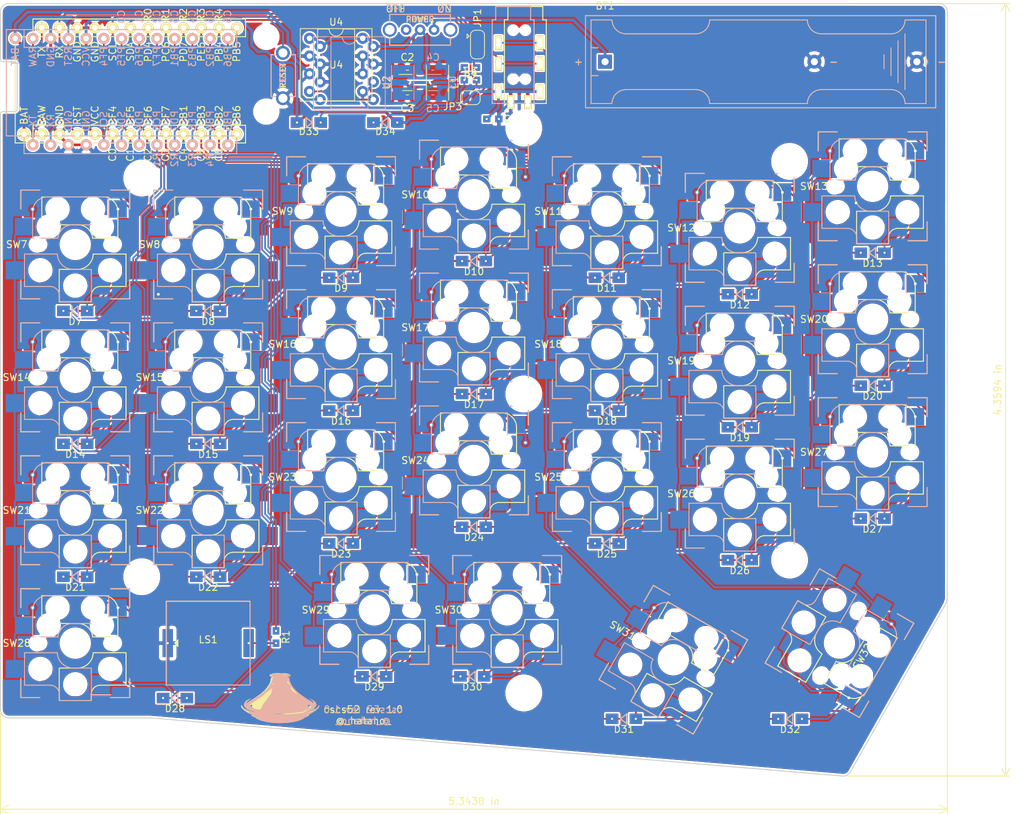
<source format=kicad_pcb>
(kicad_pcb (version 20171130) (host pcbnew "(5.1.0)-1")
  (layers (0 F.Cu signal) (31 B.Cu signal) (34 B.Paste user hide) (35 F.Paste user hide) (36 B.SilkS user) (37 F.SilkS user) (38 B.Mask user) (39 F.Mask user) (44 Edge.Cuts user))
  (net 0 "")
  (net 1 GND)
  (net 2 SDA)
  (net 3 SCL)
  (net 4 VCC)
  (net 5 BAT)
  (net 6 R1)
  (net 7 "Net-(D7-Pad2)")
  (net 8 "Net-(D8-Pad2)")
  (net 9 "Net-(D9-Pad2)")
  (net 10 "Net-(D10-Pad2)")
  (net 11 "Net-(D11-Pad2)")
  (net 12 "Net-(D12-Pad2)")
  (net 13 "Net-(D13-Pad2)")
  (net 14 R2)
  (net 15 "Net-(D14-Pad2)")
  (net 16 "Net-(D15-Pad2)")
  (net 17 "Net-(D16-Pad2)")
  (net 18 "Net-(D17-Pad2)")
  (net 19 "Net-(D18-Pad2)")
  (net 20 "Net-(D19-Pad2)")
  (net 21 "Net-(D20-Pad2)")
  (net 22 "Net-(D21-Pad2)")
  (net 23 R3)
  (net 24 "Net-(D22-Pad2)")
  (net 25 "Net-(D23-Pad2)")
  (net 26 "Net-(D24-Pad2)")
  (net 27 "Net-(D25-Pad2)")
  (net 28 "Net-(D26-Pad2)")
  (net 29 "Net-(D27-Pad2)")
  (net 30 "Net-(D28-Pad2)")
  (net 31 R4)
  (net 32 "Net-(D29-Pad2)")
  (net 33 "Net-(D30-Pad2)")
  (net 34 "Net-(D31-Pad2)")
  (net 35 "Net-(D32-Pad2)")
  (net 36 C0)
  (net 37 C1)
  (net 38 C2)
  (net 39 C3)
  (net 40 C4)
  (net 41 C5)
  (net 42 C6)
  (net 43 RST)
  (net 44 "Net-(U1-Pad24)")
  (net 45 "Net-(U1-Pad13)")
  (net 46 data)
  (net 47 "Net-(J1-PadR1)")
  (net 48 "Net-(J1-PadR2)")
  (net 49 "Net-(BT1-Pad1)")
  (net 50 "Net-(LS1-Pad1)")
  (net 51 buzz)
  (net 52 "Net-(L1-Pad1)")
  (net 53 cell)
  (net 54 "Net-(D33-Pad1)")
  (net 55 "Net-(D34-Pad1)")
  (net 56 "Net-(L2-Pad1)")
  (net 57 "Net-(U4-Pad4)")
  (net 58 "Net-(U1-Pad1)")
  (net 59 "Net-(U1-Pad7)")
  (module ex64lib:tajin (layer B.Cu) (at 54.76898 130.9693 180)
    (fp_text reference G*** hide)
    (fp_text value LOGO hide)
  )
  (module ex64lib:tajin (layer F.Cu) (at 54.76898 130.9693)
    (fp_text reference G*** hide)
    (fp_text value LOGO hide)
  )
  (module ex64lib:Diode_SOD123_Reversible (layer F.Cu) (at 58.881899 48.402875 180)
    (fp_text reference D33 (at 0 -1.27 180) (layer F.SilkS))
    (fp_text value D)
    (pad 1 thru_hole rect (at -1.7 0 180) (size 1.8 1.5) (drill 0.3) (layers *.Cu *.Mask) (net 54 "Net-(D33-Pad1)"))
    (pad 2 thru_hole rect (at 1.7 0 180) (size 1.8 1.5) (drill 0.3) (layers *.Cu *.Mask) (net 4 VCC))
  )
  (module ex64lib:Diode_SOD123_Reversible (layer F.Cu) (at 69.85 48.402875)
    (fp_text reference D34 (at 0 1.27) (layer F.SilkS))
    (fp_text value D)
    (pad 1 thru_hole rect (at -1.7 0) (size 1.8 1.5) (drill 0.3) (layers *.Cu *.Mask) (net 55 "Net-(D34-Pad1)"))
    (pad 2 thru_hole rect (at 1.7 0) (size 1.8 1.5) (drill 0.3) (layers *.Cu *.Mask) (net 4 VCC))
  )
  (module Jumper:SolderJumper-3_P1.3mm_Open_RoundedPad1.0x1.5mm (layer F.Cu) (at 83.058 37.226875 270)
    (fp_text reference JP1 (at -3.81 0 270) (layer F.SilkS))
    (fp_text value "JP R1")
    (pad 2 smd rect (at 0 0 270) (size 1 1.5) (layers F.Cu F.Mask) (net 47 "Net-(J1-PadR1)"))
    (pad 3 smd custom (at 1.3 0 270) (size 1 0.5) (layers F.Cu F.Mask) (net 3 SCL) (options (clearance outline) (anchor rect)) (primitives (gr_circle (center 0 0.25) (end 0.5 0.25) (width 0)) (gr_circle (center 0 -0.25) (end 0.5 -0.25) (width 0)) (gr_poly (pts (xy -0.55 -0.75) (xy 0 -0.75) (xy 0 0.75) (xy -0.55 0.75)) (width 0))))
    (pad 1 smd custom (at -1.3 0 270) (size 1 0.5) (layers F.Cu F.Mask) (net 46 data) (options (clearance outline) (anchor rect)) (primitives (gr_circle (center 0 0.25) (end 0.5 0.25) (width 0)) (gr_circle (center 0 -0.25) (end 0.5 -0.25) (width 0)) (gr_poly (pts (xy 0.55 -0.75) (xy 0 -0.75) (xy 0 0.75) (xy 0.55 0.75)) (width 0))))
  )
  (module ex64lib:BatteryHolder_Keystone_2466_1xAAA_reversible (layer F.Cu) (at 101.344 39.6875)
    (fp_text reference BT1 (at 0 -8 180) (layer F.SilkS))
    (fp_text value Battery_Cell)
    (fp_text user - (at 32.768 0) (layer F.SilkS))
    (fp_text user - (at 32.76 0) (layer B.SilkS))
    (fp_text user + (at -3.81 0) (layer B.SilkS) (effects (justify mirror)))
    (fp_text user - (at 48.26 0) (layer B.SilkS))
    (fp_text user + (at -3.81 0) (layer F.SilkS))
    (fp_text user - (at 48.26 0) (layer F.SilkS))
    (pad 2 thru_hole circle (at 30 0) (size 2 2) (drill 1.02) (layers *.Cu *.Mask) (net 1 GND))
    (pad 2 thru_hole circle (at 44.7 0) (size 2 2) (drill 1.02) (layers *.Cu *.Mask) (net 1 GND))
    (pad 1 thru_hole rect (at 0 0) (size 2 2) (drill 1.02) (layers *.Cu *.Mask) (net 49 "Net-(BT1-Pad1)"))
  )
  (module ex64lib:TRRS_JACK_MJ4PP9 (layer F.Cu) (at 89.916 33.670875)
    (fp_text reference J1 hide)
    (fp_text value I2C#1 hide)
    (pad "" np_thru_hole circle (at -1.75 8.5) (size 1.2 1.2) (drill 1.2) (layers *.Cu *.Mask F.SilkS))
    (pad "" np_thru_hole circle (at -1.75 1.5) (size 1.2 1.2) (drill 1.2) (layers *.Cu *.Mask F.SilkS))
    (pad T thru_hole rect (at -3.85 10.3) (size 1 2) (drill oval 0.6 1.5) (layers *.Cu *.Mask F.SilkS) (net 4 VCC) (clearance 0.15))
    (pad S thru_hole rect (at 0.35 11.8) (size 1 2) (drill oval 0.6 1.5) (layers *.Cu *.Mask F.SilkS) (net 1 GND) (clearance 0.15))
    (pad R2 thru_hole rect (at -3.85 3.3) (size 1 2) (drill oval 0.6 1.5) (layers *.Cu *.Mask F.SilkS) (net 48 "Net-(J1-PadR2)") (clearance 0.15))
    (pad R1 thru_hole rect (at -3.85 6.3) (size 1 2) (drill oval 0.6 1.5) (layers *.Cu *.Mask F.SilkS) (net 47 "Net-(J1-PadR1)") (clearance 0.15))
    (pad "" np_thru_hole circle (at 0 1.5) (size 1.2 1.2) (drill 1.2) (layers *.Cu *.Mask F.SilkS))
    (pad "" np_thru_hole circle (at 0 8.5) (size 1.2 1.2) (drill 1.2) (layers *.Cu *.Mask F.SilkS))
    (pad R2 thru_hole rect (at 2.1 3.3) (size 1 2) (drill oval 0.6 1.5) (layers *.Cu *.Mask F.SilkS) (net 48 "Net-(J1-PadR2)") (clearance 0.15))
    (pad R1 thru_hole rect (at 2.1 6.3) (size 1 2) (drill oval 0.6 1.5) (layers *.Cu *.Mask F.SilkS) (net 47 "Net-(J1-PadR1)") (clearance 0.15))
    (pad T thru_hole rect (at 2.1 10.3) (size 1 2) (drill oval 0.6 1.5) (layers *.Cu *.Mask F.SilkS) (net 4 VCC) (clearance 0.15))
    (pad S thru_hole rect (at -2.1 11.8) (size 1 2) (drill oval 0.6 1.5) (layers *.Cu *.Mask F.SilkS) (net 1 GND) (clearance 0.15))
  )
  (module ex64lib:R_1608SMD_reversible (layer F.Cu) (at 82.042 42.306875)
    (fp_text reference R3 (at 0 -1.27) (layer F.SilkS))
    (fp_text value 2.2k)
    (pad 2 thru_hole rect (at 0.875 0) (size 1.05 0.95) (drill 0.3) (layers *.Cu *.Mask) (net 2 SDA))
    (pad 1 thru_hole rect (at -0.875 0) (size 1.05 0.95) (drill 0.3) (layers *.Cu *.Mask) (net 55 "Net-(D34-Pad1)"))
  )
  (module ex64lib:R_1608SMD_reversible (layer F.Cu) (at 82.042 40.528875)
    (fp_text reference R2 (at 0 1.27) (layer F.SilkS))
    (fp_text value 2.2k)
    (pad 1 thru_hole rect (at -0.875 0) (size 1.05 0.95) (drill 0.3) (layers *.Cu *.Mask) (net 54 "Net-(D33-Pad1)"))
    (pad 2 thru_hole rect (at 0.875 0) (size 1.05 0.95) (drill 0.3) (layers *.Cu *.Mask) (net 3 SCL))
  )
  (module ex64lib:R_1608SMD_reversible (layer F.Cu) (at 54.175021 122.15625 270)
    (fp_text reference R1 (at 0 -1.43 270) (layer F.SilkS))
    (fp_text value 1k)
    (pad 1 thru_hole rect (at -0.875 0 270) (size 1.05 0.95) (drill 0.3) (layers *.Cu *.Mask) (net 51 buzz))
    (pad 2 thru_hole rect (at 0.875 0 270) (size 1.05 0.95) (drill 0.3) (layers *.Cu *.Mask) (net 50 "Net-(LS1-Pad1)"))
  )
  (module ex64lib:BLEMicroPro-2 (layer F.Cu) (at 34.5694 42.700575 90)
    (fp_text reference U1 hide)
    (fp_text value BLE-Micro-Pro-2 hide)
    (fp_text user GND (at -5.461 -10.16 90) (layer B.SilkS) (effects (justify mirror)))
    (fp_text user GND (at -5.461 -7.62 90) (layer B.SilkS) (effects (justify mirror)))
    (fp_text user SCL (at -5.461 -5.08 90) (layer B.SilkS) (effects (justify mirror)))
    (fp_text user SDA (at -5.461 -2.54 90) (layer B.SilkS) (effects (justify mirror)))
    (fp_text user PC6 (at -5.461 2.54 90) (layer B.SilkS) (effects (justify mirror)))
    (fp_text user RX (at -5.461 -12.7 90) (layer B.SilkS) (effects (justify mirror)))
    (fp_text user TX (at -5.461 -15.24 90) (layer B.SilkS) (effects (justify mirror)))
    (fp_text user PD4 (at -5.461 0 90) (layer B.SilkS) (effects (justify mirror)))
    (fp_text user PB5 (at -5.461 12.7 90) (layer B.SilkS) (effects (justify mirror)))
    (fp_text user PB4 (at -5.461 10.16 90) (layer B.SilkS) (effects (justify mirror)))
    (fp_text user PE6 (at -5.461 7.62 90) (layer B.SilkS) (effects (justify mirror)))
    (fp_text user PD7 (at -5.461 5.08 90) (layer B.SilkS) (effects (justify mirror)))
    (fp_text user RAW (at 3.7465 -15.24 90) (layer B.SilkS) (effects (justify mirror)))
    (fp_text user GND (at 3.7465 -12.7 90) (layer B.SilkS) (effects (justify mirror)))
    (fp_text user VCC (at 3.7465 -7.62 90) (layer B.SilkS) (effects (justify mirror)))
    (fp_text user PF4 (at 3.7465 -5.08 90) (layer B.SilkS) (effects (justify mirror)))
    (fp_text user PF5 (at 3.7465 -2.54 90) (layer B.SilkS) (effects (justify mirror)))
    (fp_text user PF6 (at 3.7465 0 90) (layer B.SilkS) (effects (justify mirror)))
    (fp_text user PB1 (at 3.7465 5.08 90) (layer B.SilkS) (effects (justify mirror)))
    (fp_text user PB3 (at 3.7465 7.62 90) (layer B.SilkS) (effects (justify mirror)))
    (fp_text user PB2 (at 3.7465 10.16 90) (layer B.SilkS) (effects (justify mirror)))
    (fp_text user PB6 (at 3.7465 12.7 90) (layer B.SilkS) (effects (justify mirror)))
    (fp_text user PF7 (at 3.7465 2.54 90) (layer B.SilkS) (effects (justify mirror)))
    (fp_text user RST (at 3.7465 -10.16 90) (layer B.SilkS) (effects (justify mirror)))
    (fp_text user BAT (at 3.7465 -17.78 90) (layer B.SilkS) (effects (justify mirror)))
    (fp_text user PF7 (at -4.699 3.81 90) (layer F.SilkS))
    (fp_text user RST (at -4.699 -8.89 90) (layer F.SilkS))
    (fp_text user PB6 (at -4.699 13.97 90) (layer F.SilkS))
    (fp_text user PB2 (at -4.699 11.43 90) (layer F.SilkS))
    (fp_text user PB3 (at -4.699 8.89 90) (layer F.SilkS))
    (fp_text user PB1 (at -4.699 6.35 90) (layer F.SilkS))
    (fp_text user PF6 (at -4.699 1.27 90) (layer F.SilkS))
    (fp_text user PF5 (at -4.699 -1.27 90) (layer F.SilkS))
    (fp_text user PF4 (at -4.699 -3.81 90) (layer F.SilkS))
    (fp_text user VCC (at -4.699 -6.35 90) (layer F.SilkS))
    (fp_text user GND (at -4.699 -11.43 90) (layer F.SilkS))
    (fp_text user RAW (at -4.699 -13.97 90) (layer F.SilkS))
    (fp_text user PB5 (at 4.445 13.97 90) (layer F.SilkS))
    (fp_text user PB4 (at 4.445 11.43 90) (layer F.SilkS))
    (fp_text user PE6 (at 4.445 8.89 90) (layer F.SilkS))
    (fp_text user PD7 (at 4.445 6.35 90) (layer F.SilkS))
    (fp_text user PC6 (at 4.445 3.81 90) (layer F.SilkS))
    (fp_text user PD4 (at 4.445 1.27 90) (layer F.SilkS))
    (fp_text user SDA (at 4.445 -1.27 90) (layer F.SilkS))
    (fp_text user SCL (at 4.445 -3.81 90) (layer F.SilkS))
    (fp_text user GND (at 4.445 -6.35 90) (layer F.SilkS))
    (fp_text user GND (at 4.445 -8.89 90) (layer F.SilkS))
    (fp_text user RX (at 4.445 -11.43 90) (layer F.SilkS))
    (fp_text user TX (at 4.445 -13.97 90) (layer F.SilkS))
    (fp_text user BAT (at -4.699 -16.51 90) (layer F.SilkS))
    (pad 1 thru_hole circle (at 7.874 -13.97 270) (size 1.6 1.6) (drill 0.8) (layers *.Cu *.Mask F.SilkS) (net 58 "Net-(U1-Pad1)"))
    (pad 2 thru_hole circle (at 7.874 -11.43 270) (size 1.6 1.6) (drill 0.8) (layers *.Cu *.Mask F.SilkS) (net 46 data))
    (pad 3 thru_hole circle (at 7.874 -8.89 270) (size 1.6 1.6) (drill 0.8) (layers *.Cu *.Mask F.SilkS) (net 1 GND))
    (pad 4 thru_hole circle (at 7.874 -6.35 270) (size 1.6 1.6) (drill 0.8) (layers *.Cu *.Mask F.SilkS) (net 1 GND))
    (pad 5 thru_hole circle (at 7.874 -3.81 270) (size 1.6 1.6) (drill 0.8) (layers *.Cu *.Mask F.SilkS) (net 3 SCL))
    (pad 6 thru_hole circle (at 7.874 -1.27 270) (size 1.6 1.6) (drill 0.8) (layers *.Cu *.Mask F.SilkS) (net 2 SDA))
    (pad 7 thru_hole circle (at 7.874 1.27 270) (size 1.6 1.6) (drill 0.8) (layers *.Cu *.Mask F.SilkS) (net 59 "Net-(U1-Pad7)"))
    (pad 8 thru_hole circle (at 7.874 3.81 270) (size 1.6 1.6) (drill 0.8) (layers *.Cu *.Mask F.SilkS) (net 6 R1))
    (pad 9 thru_hole circle (at 7.874 6.35 270) (size 1.6 1.6) (drill 0.8) (layers *.Cu *.Mask F.SilkS) (net 14 R2))
    (pad 10 thru_hole circle (at 7.874 8.89 270) (size 1.6 1.6) (drill 0.8) (layers *.Cu *.Mask F.SilkS) (net 23 R3))
    (pad 11 thru_hole circle (at 7.874 11.43 270) (size 1.6 1.6) (drill 0.8) (layers *.Cu *.Mask F.SilkS) (net 31 R4))
    (pad 12 thru_hole circle (at 7.874 13.97 270) (size 1.6 1.6) (drill 0.8) (layers *.Cu *.Mask F.SilkS) (net 51 buzz))
    (pad 13 thru_hole circle (at -7.366 13.97 270) (size 1.6 1.6) (drill 0.8) (layers *.Cu *.Mask F.SilkS) (net 45 "Net-(U1-Pad13)"))
    (pad 14 thru_hole circle (at -7.366 11.43 270) (size 1.6 1.6) (drill 0.8) (layers *.Cu *.Mask F.SilkS) (net 42 C6))
    (pad 15 thru_hole circle (at -7.366 8.89 270) (size 1.6 1.6) (drill 0.8) (layers *.Cu *.Mask F.SilkS) (net 41 C5))
    (pad 16 thru_hole circle (at -7.366 6.35 270) (size 1.6 1.6) (drill 0.8) (layers *.Cu *.Mask F.SilkS) (net 40 C4))
    (pad 17 thru_hole circle (at -7.366 3.81 270) (size 1.6 1.6) (drill 0.8) (layers *.Cu *.Mask F.SilkS) (net 39 C3))
    (pad 18 thru_hole circle (at -7.366 1.27 270) (size 1.6 1.6) (drill 0.8) (layers *.Cu *.Mask F.SilkS) (net 38 C2))
    (pad 19 thru_hole circle (at -7.366 -1.27 270) (size 1.6 1.6) (drill 0.8) (layers *.Cu *.Mask F.SilkS) (net 37 C1))
    (pad 20 thru_hole circle (at -7.366 -3.81 270) (size 1.6 1.6) (drill 0.8) (layers *.Cu *.Mask F.SilkS) (net 36 C0))
    (pad 21 thru_hole circle (at -7.366 -6.35 270) (size 1.6 1.6) (drill 0.8) (layers *.Cu *.Mask F.SilkS) (net 4 VCC))
    (pad 22 thru_hole circle (at -7.366 -8.89 270) (size 1.6 1.6) (drill 0.8) (layers *.Cu *.Mask F.SilkS) (net 43 RST))
    (pad 23 thru_hole circle (at -7.366 -11.43 270) (size 1.6 1.6) (drill 0.8) (layers *.Cu *.Mask F.SilkS) (net 1 GND))
    (pad 24 thru_hole circle (at -7.366 -13.97 270) (size 1.6 1.6) (drill 0.8) (layers *.Cu *.Mask F.SilkS) (net 44 "Net-(U1-Pad24)"))
    (pad 25 thru_hole circle (at -7.366 -16.51 270) (size 1.6 1.6) (drill 0.8) (layers *.Cu *.Mask F.SilkS) (net 5 BAT))
    (pad 1 thru_hole circle (at -8.89 -15.24 90) (size 1.6 1.6) (drill 0.8) (layers *.Cu *.Mask B.SilkS) (net 58 "Net-(U1-Pad1)"))
    (pad 2 thru_hole circle (at -8.89 -12.7 90) (size 1.6 1.6) (drill 0.8) (layers *.Cu *.Mask B.SilkS) (net 46 data))
    (pad 3 thru_hole circle (at -8.89 -10.16 90) (size 1.6 1.6) (drill 0.8) (layers *.Cu *.Mask B.SilkS) (net 1 GND))
    (pad 4 thru_hole circle (at -8.89 -7.62 90) (size 1.6 1.6) (drill 0.8) (layers *.Cu *.Mask B.SilkS) (net 1 GND))
    (pad 5 thru_hole circle (at -8.89 -5.08 90) (size 1.6 1.6) (drill 0.8) (layers *.Cu *.Mask B.SilkS) (net 3 SCL))
    (pad 6 thru_hole circle (at -8.89 -2.54 90) (size 1.6 1.6) (drill 0.8) (layers *.Cu *.Mask B.SilkS) (net 2 SDA))
    (pad 7 thru_hole circle (at -8.89 0 90) (size 1.6 1.6) (drill 0.8) (layers *.Cu *.Mask B.SilkS) (net 59 "Net-(U1-Pad7)"))
    (pad 8 thru_hole circle (at -8.89 2.54 90) (size 1.6 1.6) (drill 0.8) (layers *.Cu *.Mask B.SilkS) (net 6 R1))
    (pad 9 thru_hole circle (at -8.89 5.08 90) (size 1.6 1.6) (drill 0.8) (layers *.Cu *.Mask B.SilkS) (net 14 R2))
    (pad 10 thru_hole circle (at -8.89 7.62 90) (size 1.6 1.6) (drill 0.8) (layers *.Cu *.Mask B.SilkS) (net 23 R3))
    (pad 11 thru_hole circle (at -8.89 10.16 90) (size 1.6 1.6) (drill 0.8) (layers *.Cu *.Mask B.SilkS) (net 31 R4))
    (pad 12 thru_hole circle (at -8.89 12.7 90) (size 1.6 1.6) (drill 0.8) (layers *.Cu *.Mask B.SilkS) (net 51 buzz))
    (pad 13 thru_hole circle (at 6.35 12.7 90) (size 1.6 1.6) (drill 0.8) (layers *.Cu *.Mask B.SilkS) (net 45 "Net-(U1-Pad13)"))
    (pad 14 thru_hole circle (at 6.35 10.16 90) (size 1.6 1.6) (drill 0.8) (layers *.Cu *.Mask B.SilkS) (net 42 C6))
    (pad 15 thru_hole circle (at 6.35 7.62 90) (size 1.6 1.6) (drill 0.8) (layers *.Cu *.Mask B.SilkS) (net 41 C5))
    (pad 16 thru_hole circle (at 6.35 5.08 90) (size 1.6 1.6) (drill 0.8) (layers *.Cu *.Mask B.SilkS) (net 40 C4))
    (pad 17 thru_hole circle (at 6.35 2.54 90) (size 1.6 1.6) (drill 0.8) (layers *.Cu *.Mask B.SilkS) (net 39 C3))
    (pad 18 thru_hole circle (at 6.35 0 90) (size 1.6 1.6) (drill 0.8) (layers *.Cu *.Mask B.SilkS) (net 38 C2))
    (pad 19 thru_hole circle (at 6.35 -2.54 90) (size 1.6 1.6) (drill 0.8) (layers *.Cu *.Mask B.SilkS) (net 37 C1))
    (pad 20 thru_hole circle (at 6.35 -5.08 90) (size 1.6 1.6) (drill 0.8) (layers *.Cu *.Mask B.SilkS) (net 36 C0))
    (pad 21 thru_hole circle (at 6.35 -7.62 90) (size 1.6 1.6) (drill 0.8) (layers *.Cu *.Mask B.SilkS) (net 4 VCC))
    (pad 22 thru_hole circle (at 6.35 -10.16 90) (size 1.6 1.6) (drill 0.8) (layers *.Cu *.Mask B.SilkS) (net 43 RST))
    (pad 23 thru_hole circle (at 6.35 -12.7 90) (size 1.6 1.6) (drill 0.8) (layers *.Cu *.Mask B.SilkS) (net 1 GND))
    (pad 24 thru_hole circle (at 6.35 -15.24 90) (size 1.6 1.6) (drill 0.8) (layers *.Cu *.Mask B.SilkS) (net 44 "Net-(U1-Pad24)"))
    (pad 25 thru_hole circle (at 6.35 -17.78 90) (size 1.6 1.6) (drill 0.8) (layers *.Cu *.Mask B.SilkS) (net 5 BAT))
  )
  (module Package_TO_SOT_SMD:SOT-363_SC-70-6_Handsoldering (layer B.Cu) (at 76.65396 42.668825 180)
    (fp_text reference U3 (at -2.83845 -0.00635 270) (layer B.SilkS) (effects (justify mirror)))
    (fp_text value TPS61221)
    (pad 6 smd rect (at 1.33 0.65 180) (size 1.5 0.4) (layers B.Cu B.Paste B.Mask) (net 53 cell))
    (pad 5 smd rect (at 1.33 0 180) (size 1.5 0.4) (layers B.Cu B.Paste B.Mask) (net 56 "Net-(L2-Pad1)"))
    (pad 4 smd rect (at 1.33 -0.65 180) (size 1.5 0.4) (layers B.Cu B.Paste B.Mask) (net 5 BAT))
    (pad 3 smd rect (at -1.33 -0.65 180) (size 1.5 0.4) (layers B.Cu B.Paste B.Mask) (net 1 GND))
    (pad 2 smd rect (at -1.33 0 180) (size 1.5 0.4) (layers B.Cu B.Paste B.Mask) (net 5 BAT))
    (pad 1 smd rect (at -1.33 0.65 180) (size 1.5 0.4) (layers B.Cu B.Paste B.Mask) (net 53 cell))
  )
  (module Inductor_SMD:L_Taiyo-Yuden_NR-30xx_HandSoldering (layer B.Cu) (at 72.33596 42.668825 90)
    (fp_text reference L2 (at 0 -2.13995 90) (layer B.SilkS) (effects (justify mirror)))
    (fp_text value 4.7uH)
    (pad 2 smd rect (at 1.6 0 90) (size 1.8 2.9) (layers B.Cu B.Paste B.Mask) (net 53 cell))
    (pad 1 smd rect (at -1.6 0 90) (size 1.8 2.9) (layers B.Cu B.Paste B.Mask) (net 56 "Net-(L2-Pad1)"))
  )
  (module Capacitor_SMD:C_0603_1608Metric_Pad1.05x0.95mm_HandSolder (layer B.Cu) (at 76.65396 44.954825)
    (fp_text reference C5 (at 0 1.43) (layer B.SilkS) (effects (justify mirror)))
    (fp_text value 10uF)
    (pad 2 smd roundrect (at 0.875 0) (size 1.05 0.95) (layers B.Cu B.Paste B.Mask) (net 1 GND))
    (pad 1 smd roundrect (at -0.875 0) (size 1.05 0.95) (layers B.Cu B.Paste B.Mask) (net 5 BAT))
  )
  (module Capacitor_SMD:C_0603_1608Metric_Pad1.05x0.95mm_HandSolder (layer B.Cu) (at 76.65396 40.382825)
    (fp_text reference C4 (at 0.01905 -1.31445) (layer B.SilkS) (effects (justify mirror)))
    (fp_text value 10uF)
    (pad 2 smd roundrect (at 0.875 0) (size 1.05 0.95) (layers B.Cu B.Paste B.Mask) (net 1 GND))
    (pad 1 smd roundrect (at -0.875 0) (size 1.05 0.95) (layers B.Cu B.Paste B.Mask) (net 53 cell))
  )
  (module Package_TO_SOT_SMD:SOT-363_SC-70-6_Handsoldering (layer F.Cu) (at 73.00396 42.668825)
    (fp_text reference U2 (at -2.9845 0 90) (layer F.SilkS))
    (fp_text value TPS61221)
    (pad 6 smd rect (at 1.33 -0.65) (size 1.5 0.4) (layers F.Cu F.Paste F.Mask) (net 53 cell))
    (pad 5 smd rect (at 1.33 0) (size 1.5 0.4) (layers F.Cu F.Paste F.Mask) (net 52 "Net-(L1-Pad1)"))
    (pad 4 smd rect (at 1.33 0.65) (size 1.5 0.4) (layers F.Cu F.Paste F.Mask) (net 5 BAT))
    (pad 3 smd rect (at -1.33 0.65) (size 1.5 0.4) (layers F.Cu F.Paste F.Mask) (net 1 GND))
    (pad 2 smd rect (at -1.33 0) (size 1.5 0.4) (layers F.Cu F.Paste F.Mask) (net 5 BAT))
    (pad 1 smd rect (at -1.33 -0.65) (size 1.5 0.4) (layers F.Cu F.Paste F.Mask) (net 53 cell))
  )
  (module Capacitor_SMD:C_0603_1608Metric_Pad1.05x0.95mm_HandSolder (layer F.Cu) (at 73.00396 44.954825 180)
    (fp_text reference C3 (at 0 -1.397 180) (layer F.SilkS))
    (fp_text value 10uF)
    (pad 1 smd roundrect (at -0.875 0 180) (size 1.05 0.95) (layers F.Cu F.Paste F.Mask) (net 5 BAT))
    (pad 2 smd roundrect (at 0.875 0 180) (size 1.05 0.95) (layers F.Cu F.Paste F.Mask) (net 1 GND))
  )
  (module Inductor_SMD:L_Taiyo-Yuden_NR-30xx_HandSoldering (layer F.Cu) (at 77.32196 42.668825 90)
    (fp_text reference L1 (at 0 2.4765 90) (layer F.SilkS))
    (fp_text value 4.7uH)
    (pad 2 smd rect (at 1.6 0 90) (size 1.8 2.9) (layers F.Cu F.Paste F.Mask) (net 53 cell))
    (pad 1 smd rect (at -1.6 0 90) (size 1.8 2.9) (layers F.Cu F.Paste F.Mask) (net 52 "Net-(L1-Pad1)"))
  )
  (module Capacitor_SMD:C_0603_1608Metric_Pad1.05x0.95mm_HandSolder (layer F.Cu) (at 73.00396 40.382825 180)
    (fp_text reference C2 (at 0 1.3335 180) (layer F.SilkS))
    (fp_text value 10uF)
    (pad 2 smd roundrect (at 0.875 0 180) (size 1.05 0.95) (layers F.Cu F.Paste F.Mask) (net 1 GND))
    (pad 1 smd roundrect (at -0.875 0 180) (size 1.05 0.95) (layers F.Cu F.Paste F.Mask) (net 53 cell))
  )
  (module Jumper:SolderJumper-2_P1.3mm_Open_RoundedPad1.0x1.5mm (layer F.Cu) (at 82.042 44.846875 180)
    (fp_text reference JP3 (at 2.54 -1.27 180) (layer F.SilkS))
    (fp_text value "JP R2")
    (pad 2 smd custom (at 0.65 0 180) (size 1 0.5) (layers F.Cu F.Mask) (net 2 SDA) (options (clearance outline) (anchor rect)) (primitives (gr_circle (center 0 0.25) (end 0.5 0.25) (width 0)) (gr_circle (center 0 -0.25) (end 0.5 -0.25) (width 0)) (gr_poly (pts (xy 0 -0.75) (xy -0.5 -0.75) (xy -0.5 0.75) (xy 0 0.75)) (width 0))))
    (pad 1 smd custom (at -0.65 0 180) (size 1 0.5) (layers F.Cu F.Mask) (net 48 "Net-(J1-PadR2)") (options (clearance outline) (anchor rect)) (primitives (gr_circle (center 0 0.25) (end 0.5 0.25) (width 0)) (gr_circle (center 0 -0.25) (end 0.5 -0.25) (width 0)) (gr_poly (pts (xy 0 -0.75) (xy 0.5 -0.75) (xy 0.5 0.75) (xy 0 0.75)) (width 0))))
  )
  (module ex64lib:C_1608SMD_reversible (layer F.Cu) (at 85.246875 47.894875)
    (fp_text reference C1 (at 2.54 0) (layer F.SilkS))
    (fp_text value 1u)
    (pad 1 thru_hole rect (at -0.875 0) (size 1.05 0.95) (drill 0.3) (layers *.Cu *.Mask) (net 4 VCC))
    (pad 2 thru_hole rect (at 0.875 0) (size 1.05 0.95) (drill 0.3) (layers *.Cu *.Mask) (net 1 GND))
  )
  (module ex64lib:Diode_SOD123_Reversible (layer F.Cu) (at 25.4 75.4063)
    (fp_text reference D7 (at 0 1.5) (layer F.SilkS))
    (fp_text value D hide)
    (pad 1 thru_hole rect (at -1.7 0) (size 1.8 1.5) (drill 0.3) (layers *.Cu *.Mask) (net 6 R1))
    (pad 2 thru_hole rect (at 1.7 0) (size 1.8 1.5) (drill 0.3) (layers *.Cu *.Mask) (net 7 "Net-(D7-Pad2)"))
  )
  (module ex64lib:Diode_SOD123_Reversible (layer F.Cu) (at 44.45 75.4063)
    (fp_text reference D8 (at 0 1.5) (layer F.SilkS))
    (fp_text value D hide)
    (pad 1 thru_hole rect (at -1.7 0) (size 1.8 1.5) (drill 0.3) (layers *.Cu *.Mask) (net 6 R1))
    (pad 2 thru_hole rect (at 1.7 0) (size 1.8 1.5) (drill 0.3) (layers *.Cu *.Mask) (net 8 "Net-(D8-Pad2)"))
  )
  (module ex64lib:Diode_SOD123_Reversible (layer F.Cu) (at 63.5 70.64375)
    (fp_text reference D9 (at 0 1.5) (layer F.SilkS))
    (fp_text value D hide)
    (pad 2 thru_hole rect (at 1.7 0) (size 1.8 1.5) (drill 0.3) (layers *.Cu *.Mask) (net 9 "Net-(D9-Pad2)"))
    (pad 1 thru_hole rect (at -1.7 0) (size 1.8 1.5) (drill 0.3) (layers *.Cu *.Mask) (net 6 R1))
  )
  (module ex64lib:Diode_SOD123_Reversible (layer F.Cu) (at 82.55 68.26255)
    (fp_text reference D10 (at 0 1.5) (layer F.SilkS))
    (fp_text value D hide)
    (pad 2 thru_hole rect (at 1.7 0) (size 1.8 1.5) (drill 0.3) (layers *.Cu *.Mask) (net 10 "Net-(D10-Pad2)"))
    (pad 1 thru_hole rect (at -1.7 0) (size 1.8 1.5) (drill 0.3) (layers *.Cu *.Mask) (net 6 R1))
  )
  (module ex64lib:Diode_SOD123_Reversible (layer F.Cu) (at 101.6 70.6438)
    (fp_text reference D11 (at 0 1.5) (layer F.SilkS))
    (fp_text value D hide)
    (pad 2 thru_hole rect (at 1.7 0) (size 1.8 1.5) (drill 0.3) (layers *.Cu *.Mask) (net 11 "Net-(D11-Pad2)"))
    (pad 1 thru_hole rect (at -1.7 0) (size 1.8 1.5) (drill 0.3) (layers *.Cu *.Mask) (net 6 R1))
  )
  (module ex64lib:Diode_SOD123_Reversible (layer F.Cu) (at 120.65 73.02505)
    (fp_text reference D12 (at 0 1.5) (layer F.SilkS))
    (fp_text value D hide)
    (pad 2 thru_hole rect (at 1.7 0) (size 1.8 1.5) (drill 0.3) (layers *.Cu *.Mask) (net 12 "Net-(D12-Pad2)"))
    (pad 1 thru_hole rect (at -1.7 0) (size 1.8 1.5) (drill 0.3) (layers *.Cu *.Mask) (net 6 R1))
  )
  (module ex64lib:Diode_SOD123_Reversible (layer F.Cu) (at 139.70008 67.07181)
    (fp_text reference D13 (at 0 1.5 -180) (layer F.SilkS))
    (fp_text value D hide)
    (pad 1 thru_hole rect (at -1.7 0) (size 1.8 1.5) (drill 0.3) (layers *.Cu *.Mask) (net 6 R1))
    (pad 2 thru_hole rect (at 1.7 0) (size 1.8 1.5) (drill 0.3) (layers *.Cu *.Mask) (net 13 "Net-(D13-Pad2)"))
  )
  (module ex64lib:Diode_SOD123_Reversible (layer F.Cu) (at 25.4 94.4563)
    (fp_text reference D14 (at 0 1.5) (layer F.SilkS))
    (fp_text value D hide)
    (pad 2 thru_hole rect (at 1.7 0) (size 1.8 1.5) (drill 0.3) (layers *.Cu *.Mask) (net 15 "Net-(D14-Pad2)"))
    (pad 1 thru_hole rect (at -1.7 0) (size 1.8 1.5) (drill 0.3) (layers *.Cu *.Mask) (net 14 R2))
  )
  (module ex64lib:Diode_SOD123_Reversible (layer F.Cu) (at 44.45 94.4563)
    (fp_text reference D15 (at 0 1.5) (layer F.SilkS))
    (fp_text value D hide)
    (pad 1 thru_hole rect (at -1.7 0) (size 1.8 1.5) (drill 0.3) (layers *.Cu *.Mask) (net 14 R2))
    (pad 2 thru_hole rect (at 1.7 0) (size 1.8 1.5) (drill 0.3) (layers *.Cu *.Mask) (net 16 "Net-(D15-Pad2)"))
  )
  (module ex64lib:Diode_SOD123_Reversible (layer F.Cu) (at 63.5 89.69375)
    (fp_text reference D16 (at 0 1.5) (layer F.SilkS))
    (fp_text value D hide)
    (pad 2 thru_hole rect (at 1.7 0) (size 1.8 1.5) (drill 0.3) (layers *.Cu *.Mask) (net 17 "Net-(D16-Pad2)"))
    (pad 1 thru_hole rect (at -1.7 0) (size 1.8 1.5) (drill 0.3) (layers *.Cu *.Mask) (net 14 R2))
  )
  (module ex64lib:Diode_SOD123_Reversible (layer F.Cu) (at 82.55 87.31255)
    (fp_text reference D17 (at 0 1.5) (layer F.SilkS))
    (fp_text value D hide)
    (pad 1 thru_hole rect (at -1.7 0) (size 1.8 1.5) (drill 0.3) (layers *.Cu *.Mask) (net 14 R2))
    (pad 2 thru_hole rect (at 1.7 0) (size 1.8 1.5) (drill 0.3) (layers *.Cu *.Mask) (net 18 "Net-(D17-Pad2)"))
  )
  (module ex64lib:Diode_SOD123_Reversible (layer F.Cu) (at 101.6 89.6938)
    (fp_text reference D18 (at 0 1.5) (layer F.SilkS))
    (fp_text value D hide)
    (pad 2 thru_hole rect (at 1.7 0) (size 1.8 1.5) (drill 0.3) (layers *.Cu *.Mask) (net 19 "Net-(D18-Pad2)"))
    (pad 1 thru_hole rect (at -1.7 0) (size 1.8 1.5) (drill 0.3) (layers *.Cu *.Mask) (net 14 R2))
  )
  (module ex64lib:Diode_SOD123_Reversible (layer F.Cu) (at 120.65 92.07505)
    (fp_text reference D19 (at 0 1.5) (layer F.SilkS))
    (fp_text value D hide)
    (pad 1 thru_hole rect (at -1.7 0) (size 1.8 1.5) (drill 0.3) (layers *.Cu *.Mask) (net 14 R2))
    (pad 2 thru_hole rect (at 1.7 0) (size 1.8 1.5) (drill 0.3) (layers *.Cu *.Mask) (net 20 "Net-(D19-Pad2)"))
  )
  (module ex64lib:Diode_SOD123_Reversible (layer F.Cu) (at 139.70008 86.12189)
    (fp_text reference D20 (at 0 1.5) (layer F.SilkS))
    (fp_text value D hide)
    (pad 2 thru_hole rect (at 1.7 0) (size 1.8 1.5) (drill 0.3) (layers *.Cu *.Mask) (net 21 "Net-(D20-Pad2)"))
    (pad 1 thru_hole rect (at -1.7 0) (size 1.8 1.5) (drill 0.3) (layers *.Cu *.Mask) (net 14 R2))
  )
  (module ex64lib:Diode_SOD123_Reversible (layer F.Cu) (at 25.4 113.5063)
    (fp_text reference D21 (at 0 1.5) (layer F.SilkS))
    (fp_text value D hide)
    (pad 2 thru_hole rect (at 1.7 0) (size 1.8 1.5) (drill 0.3) (layers *.Cu *.Mask) (net 22 "Net-(D21-Pad2)"))
    (pad 1 thru_hole rect (at -1.7 0) (size 1.8 1.5) (drill 0.3) (layers *.Cu *.Mask) (net 23 R3))
  )
  (module ex64lib:Diode_SOD123_Reversible (layer F.Cu) (at 44.45 113.5063)
    (fp_text reference D22 (at 0 1.5) (layer F.SilkS))
    (fp_text value D hide)
    (pad 1 thru_hole rect (at -1.7 0) (size 1.8 1.5) (drill 0.3) (layers *.Cu *.Mask) (net 23 R3))
    (pad 2 thru_hole rect (at 1.7 0) (size 1.8 1.5) (drill 0.3) (layers *.Cu *.Mask) (net 24 "Net-(D22-Pad2)"))
  )
  (module ex64lib:Diode_SOD123_Reversible (layer F.Cu) (at 63.5 108.7438)
    (fp_text reference D23 (at 0 1.5) (layer F.SilkS))
    (fp_text value D hide)
    (pad 1 thru_hole rect (at -1.7 0) (size 1.8 1.5) (drill 0.3) (layers *.Cu *.Mask) (net 23 R3))
    (pad 2 thru_hole rect (at 1.7 0) (size 1.8 1.5) (drill 0.3) (layers *.Cu *.Mask) (net 25 "Net-(D23-Pad2)"))
  )
  (module ex64lib:Diode_SOD123_Reversible (layer F.Cu) (at 82.55 106.36255)
    (fp_text reference D24 (at 0 1.5) (layer F.SilkS))
    (fp_text value D hide)
    (pad 2 thru_hole rect (at 1.7 0) (size 1.8 1.5) (drill 0.3) (layers *.Cu *.Mask) (net 26 "Net-(D24-Pad2)"))
    (pad 1 thru_hole rect (at -1.7 0) (size 1.8 1.5) (drill 0.3) (layers *.Cu *.Mask) (net 23 R3))
  )
  (module ex64lib:Diode_SOD123_Reversible (layer F.Cu) (at 101.6 108.7438)
    (fp_text reference D25 (at 0 1.5) (layer F.SilkS))
    (fp_text value D hide)
    (pad 1 thru_hole rect (at -1.7 0) (size 1.8 1.5) (drill 0.3) (layers *.Cu *.Mask) (net 23 R3))
    (pad 2 thru_hole rect (at 1.7 0) (size 1.8 1.5) (drill 0.3) (layers *.Cu *.Mask) (net 27 "Net-(D25-Pad2)"))
  )
  (module ex64lib:Diode_SOD123_Reversible (layer F.Cu) (at 120.65 111.125)
    (fp_text reference D26 (at 0 1.5) (layer F.SilkS))
    (fp_text value D hide)
    (pad 2 thru_hole rect (at 1.7 0) (size 1.8 1.5) (drill 0.3) (layers *.Cu *.Mask) (net 28 "Net-(D26-Pad2)"))
    (pad 1 thru_hole rect (at -1.7 0) (size 1.8 1.5) (drill 0.3) (layers *.Cu *.Mask) (net 23 R3))
  )
  (module ex64lib:Diode_SOD123_Reversible (layer F.Cu) (at 139.70008 105.17197)
    (fp_text reference D27 (at 0 1.5) (layer F.SilkS))
    (fp_text value D hide)
    (pad 1 thru_hole rect (at -1.7 0) (size 1.8 1.5) (drill 0.3) (layers *.Cu *.Mask) (net 23 R3))
    (pad 2 thru_hole rect (at 1.7 0) (size 1.8 1.5) (drill 0.3) (layers *.Cu *.Mask) (net 29 "Net-(D27-Pad2)"))
  )
  (module ex64lib:Diode_SOD123_Reversible (layer F.Cu) (at 39.6875 130.9053)
    (fp_text reference D28 (at 0 1.5) (layer F.SilkS))
    (fp_text value D hide)
    (pad 1 thru_hole rect (at -1.7 0) (size 1.8 1.5) (drill 0.3) (layers *.Cu *.Mask) (net 31 R4))
    (pad 2 thru_hole rect (at 1.7 0) (size 1.8 1.5) (drill 0.3) (layers *.Cu *.Mask) (net 30 "Net-(D28-Pad2)"))
  )
  (module ex64lib:Diode_SOD123_Reversible (layer F.Cu) (at 68.2625 127.7938)
    (fp_text reference D29 (at 0 1.5) (layer F.SilkS))
    (fp_text value D hide)
    (pad 2 thru_hole rect (at 1.7 0) (size 1.8 1.5) (drill 0.3) (layers *.Cu *.Mask) (net 32 "Net-(D29-Pad2)"))
    (pad 1 thru_hole rect (at -1.7 0) (size 1.8 1.5) (drill 0.3) (layers *.Cu *.Mask) (net 31 R4))
  )
  (module ex64lib:Diode_SOD123_Reversible (layer F.Cu) (at 82.3125 127.7938)
    (fp_text reference D30 (at 0 1.5) (layer F.SilkS))
    (fp_text value D hide)
    (pad 1 thru_hole rect (at -1.7 0) (size 1.8 1.5) (drill 0.3) (layers *.Cu *.Mask) (net 31 R4))
    (pad 2 thru_hole rect (at 1.7 0) (size 1.8 1.5) (drill 0.3) (layers *.Cu *.Mask) (net 33 "Net-(D30-Pad2)"))
  )
  (module ex64lib:Diode_SOD123_Reversible (layer F.Cu) (at 104.050129 133.87705)
    (fp_text reference D31 (at 0 1.5) (layer F.SilkS))
    (fp_text value D hide)
    (pad 2 thru_hole rect (at 1.7 0) (size 1.8 1.5) (drill 0.3) (layers *.Cu *.Mask) (net 34 "Net-(D31-Pad2)"))
    (pad 1 thru_hole rect (at -1.7 0) (size 1.8 1.5) (drill 0.3) (layers *.Cu *.Mask) (net 31 R4))
  )
  (module ex64lib:Diode_SOD123_Reversible (layer F.Cu) (at 127.862629 133.88455)
    (fp_text reference D32 (at 0 1.5) (layer F.SilkS))
    (fp_text value D hide)
    (pad 2 thru_hole rect (at 1.7 0) (size 1.8 1.5) (drill 0.3) (layers *.Cu *.Mask) (net 35 "Net-(D32-Pad2)"))
    (pad 1 thru_hole rect (at -1.7 0) (size 1.8 1.5) (drill 0.3) (layers *.Cu *.Mask) (net 31 R4))
  )
  (module ex64lib:HOLE_M2_TH (layer F.Cu) (at 34.925 56.3563)
    (fp_text reference H1 hide)
    (fp_text value MountingHole hide)
    (pad "" np_thru_hole circle (at 0 0 90) (size 4.7004 4.7004) (drill 4.7004) (layers *.Cu *.Mask F.SilkS) (clearance 0.3))
  )
  (module ex64lib:HOLE_M2_TH (layer F.Cu) (at 34.925 113.5063)
    (fp_text reference H2 hide)
    (fp_text value MountingHole hide)
    (pad "" np_thru_hole circle (at 0 0 90) (size 4.7004 4.7004) (drill 4.7004) (layers *.Cu *.Mask F.SilkS) (clearance 0.3))
  )
  (module ex64lib:HOLE_M2_TH (layer F.Cu) (at 89.69375 49.2125)
    (fp_text reference H3 hide)
    (fp_text value MountingHole hide)
    (pad "" np_thru_hole circle (at 0 0 90) (size 4.7004 4.7004) (drill 4.7004) (layers *.Cu *.Mask F.SilkS) (clearance 0.3))
  )
  (module ex64lib:HOLE_M2_TH (layer F.Cu) (at 89.69375 87.3125)
    (fp_text reference H4 hide)
    (fp_text value MountingHole hide)
    (pad "" np_thru_hole circle (at 0 0 90) (size 4.7004 4.7004) (drill 4.7004) (layers *.Cu *.Mask F.SilkS) (clearance 0.3))
  )
  (module ex64lib:HOLE_M2_TH (layer F.Cu) (at 89.69375 130.175)
    (fp_text reference H5 hide)
    (fp_text value MountingHole hide)
    (pad "" np_thru_hole circle (at 0 0 90) (size 4.7004 4.7004) (drill 4.7004) (layers *.Cu *.Mask F.SilkS) (clearance 0.3))
  )
  (module ex64lib:HOLE_M2_TH (layer F.Cu) (at 127.79375 53.975)
    (fp_text reference H6 hide)
    (fp_text value MountingHole hide)
    (pad "" np_thru_hole circle (at 0 0 90) (size 4.7004 4.7004) (drill 4.7004) (layers *.Cu *.Mask F.SilkS) (clearance 0.3))
  )
  (module ex64lib:HOLE_M2_TH (layer F.Cu) (at 127.79375 111.125)
    (fp_text reference H7 hide)
    (fp_text value MountingHole hide)
    (pad "" np_thru_hole circle (at 0 0 90) (size 4.7004 4.7004) (drill 4.7004) (layers *.Cu *.Mask F.SilkS) (clearance 0.3))
  )
  (module ex64lib:HOLE_M2 (layer F.Cu) (at 52.784375 36.115625)
    (fp_text reference H8 hide)
    (fp_text value MountingHole hide)
    (pad "" np_thru_hole circle (at 0 0) (size 2.2 2.2) (drill 2.2) (layers *.Cu *.Mask) (clearance 0.8))
  )
  (module ex64lib:HOLE_M2 (layer F.Cu) (at 52.784375 46.83125)
    (fp_text reference H9 hide)
    (fp_text value MountingHole hide)
    (pad "" np_thru_hole circle (at 0 0) (size 2.2 2.2) (drill 2.2) (layers *.Cu *.Mask) (clearance 0.8))
  )
  (module ex64lib:PKLCS1212E4001 (layer F.Cu) (at 44.45 123.03125 180)
    (fp_text reference LS1 (at 0 0.5 180) (layer F.SilkS))
    (fp_text value Speaker)
    (pad 2 thru_hole rect (at 5.8 0 180) (size 1.5 4) (drill 0.3) (layers *.Cu *.Mask) (net 1 GND))
    (pad 1 thru_hole rect (at -5.8 0 180) (size 1.5 4) (drill 0.3) (layers *.Cu *.Mask) (net 50 "Net-(LS1-Pad1)"))
  )
  (module ex64lib:CPG151101S11_reversible3 (layer F.Cu) (at 25.4 65.88125)
    (fp_text reference SW7 (at -8.4 0 180) (layer F.SilkS))
    (fp_text value SW_Push hide)
    (pad 2 smd rect (at 7.385 -2.54) (size 2.55 2.5) (layers F.Cu F.Paste F.Mask) (net 7 "Net-(D7-Pad2)"))
    (pad 1 smd custom (at -6.115 -5.08) (size 1.8 1.8) (layers F.Cu F.Paste F.Mask) (net 36 C0) (options (clearance outline) (anchor rect)) (primitives (gr_poly (pts (xy 1.275 -1.25) (xy 1.275 1.175) (xy 1.175 1.25) (xy -1.275 1.25) (xy -1.275 -1.25)) (width 0))))
    (pad "" np_thru_hole circle (at -2.54 -5.08) (size 3 3) (drill 3) (layers *.Cu *.Mask))
    (pad "" np_thru_hole circle (at 3.81 -2.54) (size 3 3) (drill 3) (layers *.Cu *.Mask))
    (pad "" np_thru_hole circle (at -3.81 -2.54) (size 3 3) (drill 3) (layers *.Cu *.Mask))
    (pad "" np_thru_hole circle (at -5.08 0) (size 1.7018 1.7018) (drill 1.7018) (layers *.Cu *.Mask))
    (pad "" np_thru_hole circle (at 5.08 0) (size 1.7018 1.7018) (drill 1.7018) (layers *.Cu *.Mask))
    (pad "" np_thru_hole circle (at 2.54 -5.08) (size 3 3) (drill 3) (layers *.Cu *.Mask))
    (pad "" np_thru_hole circle (at 0 0) (size 3.9878 3.9878) (drill 3.9878) (layers *.Cu *.Mask))
    (pad 1 smd rect (at -7.385 -2.54) (size 2.55 2.5) (layers B.Cu B.Paste B.Mask) (net 36 C0))
    (pad 1 smd rect (at -8.675 3.7) (size 2.6 2.6) (layers B.Cu B.Paste B.Mask) (net 36 C0))
    (pad 1 smd rect (at 8.675 3.7) (size 2.6 2.6) (layers F.Cu F.Paste F.Mask) (net 36 C0))
    (pad "" np_thru_hole circle (at -5 3.7) (size 3 3) (drill 3) (layers *.Cu *.Mask))
    (pad "" np_thru_hole circle (at 5 3.7) (size 3 3) (drill 3) (layers *.Cu *.Mask))
    (pad "" np_thru_hole circle (at -5.5 0) (size 1.9 1.9) (drill 1.9) (layers *.Cu *.Mask))
    (pad "" np_thru_hole circle (at 5.5 0) (size 1.9 1.9) (drill 1.9) (layers *.Cu *.Mask))
    (pad "" np_thru_hole circle (at 0 5.9 90) (size 3 3) (drill 3) (layers *.Cu *.Mask))
    (pad 2 smd custom (at -3.675 5.9) (size 1.2 1.2) (layers F.Cu F.Paste F.Mask) (net 7 "Net-(D7-Pad2)") (options (clearance outline) (anchor rect)) (primitives (gr_poly (pts (xy 0.15 -1.3) (xy -0.05 -1) (xy -0.3 -0.8) (xy -0.7 -0.6) (xy -0.95 -0.5) (xy -1.3 -0.44) (xy -1.3 1.3) (xy 1.3 1.3) (xy 1.3 -1.3)) (width 0)) (gr_arc (start -1.325 -2.2) (end -1.26 -0.45) (angle -55.4) (width 0.08))))
    (pad 2 smd custom (at 6.115 -5.08 180) (size 1.8 1.8) (layers B.Cu B.Paste B.Mask) (net 7 "Net-(D7-Pad2)") (options (clearance outline) (anchor rect)) (primitives (gr_poly (pts (xy 1.275 1.25) (xy 1.275 -1.175) (xy 1.175 -1.25) (xy -1.275 -1.25) (xy -1.275 1.25)) (width 0))))
    (pad 2 smd custom (at 3.675 5.9 180) (size 1.2 1.2) (layers B.Cu B.Paste B.Mask) (net 7 "Net-(D7-Pad2)") (options (clearance outline) (anchor rect)) (primitives (gr_poly (pts (xy 0.15 1.3) (xy -0.05 1) (xy -0.3 0.8) (xy -0.7 0.6) (xy -0.95 0.5) (xy -1.3 0.44) (xy -1.3 -1.3) (xy 1.3 -1.3) (xy 1.3 1.3)) (width 0)) (gr_arc (start -1.325 2.2) (end -1.26 0.45) (angle 55.4) (width 0.08))))
  )
  (module ex64lib:CPG151101S11_reversible3 (layer F.Cu) (at 44.45 65.88125)
    (fp_text reference SW8 (at -8.4 0 180) (layer F.SilkS))
    (fp_text value SW_Push hide)
    (pad 2 smd custom (at 3.675 5.9 180) (size 1.2 1.2) (layers B.Cu B.Paste B.Mask) (net 8 "Net-(D8-Pad2)") (options (clearance outline) (anchor rect)) (primitives (gr_poly (pts (xy 0.15 1.3) (xy -0.05 1) (xy -0.3 0.8) (xy -0.7 0.6) (xy -0.95 0.5) (xy -1.3 0.44) (xy -1.3 -1.3) (xy 1.3 -1.3) (xy 1.3 1.3)) (width 0)) (gr_arc (start -1.325 2.2) (end -1.26 0.45) (angle 55.4) (width 0.08))))
    (pad 2 smd custom (at 6.115 -5.08 180) (size 1.8 1.8) (layers B.Cu B.Paste B.Mask) (net 8 "Net-(D8-Pad2)") (options (clearance outline) (anchor rect)) (primitives (gr_poly (pts (xy 1.275 1.25) (xy 1.275 -1.175) (xy 1.175 -1.25) (xy -1.275 -1.25) (xy -1.275 1.25)) (width 0))))
    (pad 2 smd custom (at -3.675 5.9) (size 1.2 1.2) (layers F.Cu F.Paste F.Mask) (net 8 "Net-(D8-Pad2)") (options (clearance outline) (anchor rect)) (primitives (gr_poly (pts (xy 0.15 -1.3) (xy -0.05 -1) (xy -0.3 -0.8) (xy -0.7 -0.6) (xy -0.95 -0.5) (xy -1.3 -0.44) (xy -1.3 1.3) (xy 1.3 1.3) (xy 1.3 -1.3)) (width 0)) (gr_arc (start -1.325 -2.2) (end -1.26 -0.45) (angle -55.4) (width 0.08))))
    (pad "" np_thru_hole circle (at 0 5.9 90) (size 3 3) (drill 3) (layers *.Cu *.Mask))
    (pad "" np_thru_hole circle (at 5.5 0) (size 1.9 1.9) (drill 1.9) (layers *.Cu *.Mask))
    (pad "" np_thru_hole circle (at -5.5 0) (size 1.9 1.9) (drill 1.9) (layers *.Cu *.Mask))
    (pad "" np_thru_hole circle (at 5 3.7) (size 3 3) (drill 3) (layers *.Cu *.Mask))
    (pad "" np_thru_hole circle (at -5 3.7) (size 3 3) (drill 3) (layers *.Cu *.Mask))
    (pad 1 smd rect (at 8.675 3.7) (size 2.6 2.6) (layers F.Cu F.Paste F.Mask) (net 37 C1))
    (pad 1 smd rect (at -8.675 3.7) (size 2.6 2.6) (layers B.Cu B.Paste B.Mask) (net 37 C1))
    (pad 1 smd rect (at -7.385 -2.54) (size 2.55 2.5) (layers B.Cu B.Paste B.Mask) (net 37 C1))
    (pad "" np_thru_hole circle (at 0 0) (size 3.9878 3.9878) (drill 3.9878) (layers *.Cu *.Mask))
    (pad "" np_thru_hole circle (at 2.54 -5.08) (size 3 3) (drill 3) (layers *.Cu *.Mask))
    (pad "" np_thru_hole circle (at 5.08 0) (size 1.7018 1.7018) (drill 1.7018) (layers *.Cu *.Mask))
    (pad "" np_thru_hole circle (at -5.08 0) (size 1.7018 1.7018) (drill 1.7018) (layers *.Cu *.Mask))
    (pad "" np_thru_hole circle (at -3.81 -2.54) (size 3 3) (drill 3) (layers *.Cu *.Mask))
    (pad "" np_thru_hole circle (at 3.81 -2.54) (size 3 3) (drill 3) (layers *.Cu *.Mask))
    (pad "" np_thru_hole circle (at -2.54 -5.08) (size 3 3) (drill 3) (layers *.Cu *.Mask))
    (pad 1 smd custom (at -6.115 -5.08) (size 1.8 1.8) (layers F.Cu F.Paste F.Mask) (net 37 C1) (options (clearance outline) (anchor rect)) (primitives (gr_poly (pts (xy 1.275 -1.25) (xy 1.275 1.175) (xy 1.175 1.25) (xy -1.275 1.25) (xy -1.275 -1.25)) (width 0))))
    (pad 2 smd rect (at 7.385 -2.54) (size 2.55 2.5) (layers F.Cu F.Paste F.Mask) (net 8 "Net-(D8-Pad2)"))
  )
  (module ex64lib:CPG151101S11_reversible3 (layer F.Cu) (at 63.5 61.11875)
    (fp_text reference SW9 (at -8.4 0 180) (layer F.SilkS))
    (fp_text value SW_Push hide)
    (pad 2 smd rect (at 7.385 -2.54) (size 2.55 2.5) (layers F.Cu F.Paste F.Mask) (net 9 "Net-(D9-Pad2)"))
    (pad 1 smd custom (at -6.115 -5.08) (size 1.8 1.8) (layers F.Cu F.Paste F.Mask) (net 38 C2) (options (clearance outline) (anchor rect)) (primitives (gr_poly (pts (xy 1.275 -1.25) (xy 1.275 1.175) (xy 1.175 1.25) (xy -1.275 1.25) (xy -1.275 -1.25)) (width 0))))
    (pad "" np_thru_hole circle (at -2.54 -5.08) (size 3 3) (drill 3) (layers *.Cu *.Mask))
    (pad "" np_thru_hole circle (at 3.81 -2.54) (size 3 3) (drill 3) (layers *.Cu *.Mask))
    (pad "" np_thru_hole circle (at -3.81 -2.54) (size 3 3) (drill 3) (layers *.Cu *.Mask))
    (pad "" np_thru_hole circle (at -5.08 0) (size 1.7018 1.7018) (drill 1.7018) (layers *.Cu *.Mask))
    (pad "" np_thru_hole circle (at 5.08 0) (size 1.7018 1.7018) (drill 1.7018) (layers *.Cu *.Mask))
    (pad "" np_thru_hole circle (at 2.54 -5.08) (size 3 3) (drill 3) (layers *.Cu *.Mask))
    (pad "" np_thru_hole circle (at 0 0) (size 3.9878 3.9878) (drill 3.9878) (layers *.Cu *.Mask))
    (pad 1 smd rect (at -7.385 -2.54) (size 2.55 2.5) (layers B.Cu B.Paste B.Mask) (net 38 C2))
    (pad 1 smd rect (at -8.675 3.7) (size 2.6 2.6) (layers B.Cu B.Paste B.Mask) (net 38 C2))
    (pad 1 smd rect (at 8.675 3.7) (size 2.6 2.6) (layers F.Cu F.Paste F.Mask) (net 38 C2))
    (pad "" np_thru_hole circle (at -5 3.7) (size 3 3) (drill 3) (layers *.Cu *.Mask))
    (pad "" np_thru_hole circle (at 5 3.7) (size 3 3) (drill 3) (layers *.Cu *.Mask))
    (pad "" np_thru_hole circle (at -5.5 0) (size 1.9 1.9) (drill 1.9) (layers *.Cu *.Mask))
    (pad "" np_thru_hole circle (at 5.5 0) (size 1.9 1.9) (drill 1.9) (layers *.Cu *.Mask))
    (pad "" np_thru_hole circle (at 0 5.9 90) (size 3 3) (drill 3) (layers *.Cu *.Mask))
    (pad 2 smd custom (at -3.675 5.9) (size 1.2 1.2) (layers F.Cu F.Paste F.Mask) (net 9 "Net-(D9-Pad2)") (options (clearance outline) (anchor rect)) (primitives (gr_poly (pts (xy 0.15 -1.3) (xy -0.05 -1) (xy -0.3 -0.8) (xy -0.7 -0.6) (xy -0.95 -0.5) (xy -1.3 -0.44) (xy -1.3 1.3) (xy 1.3 1.3) (xy 1.3 -1.3)) (width 0)) (gr_arc (start -1.325 -2.2) (end -1.26 -0.45) (angle -55.4) (width 0.08))))
    (pad 2 smd custom (at 6.115 -5.08 180) (size 1.8 1.8) (layers B.Cu B.Paste B.Mask) (net 9 "Net-(D9-Pad2)") (options (clearance outline) (anchor rect)) (primitives (gr_poly (pts (xy 1.275 1.25) (xy 1.275 -1.175) (xy 1.175 -1.25) (xy -1.275 -1.25) (xy -1.275 1.25)) (width 0))))
    (pad 2 smd custom (at 3.675 5.9 180) (size 1.2 1.2) (layers B.Cu B.Paste B.Mask) (net 9 "Net-(D9-Pad2)") (options (clearance outline) (anchor rect)) (primitives (gr_poly (pts (xy 0.15 1.3) (xy -0.05 1) (xy -0.3 0.8) (xy -0.7 0.6) (xy -0.95 0.5) (xy -1.3 0.44) (xy -1.3 -1.3) (xy 1.3 -1.3) (xy 1.3 1.3)) (width 0)) (gr_arc (start -1.325 2.2) (end -1.26 0.45) (angle 55.4) (width 0.08))))
  )
  (module ex64lib:CPG151101S11_reversible3 (layer F.Cu) (at 82.55 58.7375)
    (fp_text reference SW10 (at -8.4 0 180) (layer F.SilkS))
    (fp_text value SW_Push hide)
    (pad 2 smd custom (at 3.675 5.9 180) (size 1.2 1.2) (layers B.Cu B.Paste B.Mask) (net 10 "Net-(D10-Pad2)") (options (clearance outline) (anchor rect)) (primitives (gr_poly (pts (xy 0.15 1.3) (xy -0.05 1) (xy -0.3 0.8) (xy -0.7 0.6) (xy -0.95 0.5) (xy -1.3 0.44) (xy -1.3 -1.3) (xy 1.3 -1.3) (xy 1.3 1.3)) (width 0)) (gr_arc (start -1.325 2.2) (end -1.26 0.45) (angle 55.4) (width 0.08))))
    (pad 2 smd custom (at 6.115 -5.08 180) (size 1.8 1.8) (layers B.Cu B.Paste B.Mask) (net 10 "Net-(D10-Pad2)") (options (clearance outline) (anchor rect)) (primitives (gr_poly (pts (xy 1.275 1.25) (xy 1.275 -1.175) (xy 1.175 -1.25) (xy -1.275 -1.25) (xy -1.275 1.25)) (width 0))))
    (pad 2 smd custom (at -3.675 5.9) (size 1.2 1.2) (layers F.Cu F.Paste F.Mask) (net 10 "Net-(D10-Pad2)") (options (clearance outline) (anchor rect)) (primitives (gr_poly (pts (xy 0.15 -1.3) (xy -0.05 -1) (xy -0.3 -0.8) (xy -0.7 -0.6) (xy -0.95 -0.5) (xy -1.3 -0.44) (xy -1.3 1.3) (xy 1.3 1.3) (xy 1.3 -1.3)) (width 0)) (gr_arc (start -1.325 -2.2) (end -1.26 -0.45) (angle -55.4) (width 0.08))))
    (pad "" np_thru_hole circle (at 0 5.9 90) (size 3 3) (drill 3) (layers *.Cu *.Mask))
    (pad "" np_thru_hole circle (at 5.5 0) (size 1.9 1.9) (drill 1.9) (layers *.Cu *.Mask))
    (pad "" np_thru_hole circle (at -5.5 0) (size 1.9 1.9) (drill 1.9) (layers *.Cu *.Mask))
    (pad "" np_thru_hole circle (at 5 3.7) (size 3 3) (drill 3) (layers *.Cu *.Mask))
    (pad "" np_thru_hole circle (at -5 3.7) (size 3 3) (drill 3) (layers *.Cu *.Mask))
    (pad 1 smd rect (at 8.675 3.7) (size 2.6 2.6) (layers F.Cu F.Paste F.Mask) (net 39 C3))
    (pad 1 smd rect (at -8.675 3.7) (size 2.6 2.6) (layers B.Cu B.Paste B.Mask) (net 39 C3))
    (pad 1 smd rect (at -7.385 -2.54) (size 2.55 2.5) (layers B.Cu B.Paste B.Mask) (net 39 C3))
    (pad "" np_thru_hole circle (at 0 0) (size 3.9878 3.9878) (drill 3.9878) (layers *.Cu *.Mask))
    (pad "" np_thru_hole circle (at 2.54 -5.08) (size 3 3) (drill 3) (layers *.Cu *.Mask))
    (pad "" np_thru_hole circle (at 5.08 0) (size 1.7018 1.7018) (drill 1.7018) (layers *.Cu *.Mask))
    (pad "" np_thru_hole circle (at -5.08 0) (size 1.7018 1.7018) (drill 1.7018) (layers *.Cu *.Mask))
    (pad "" np_thru_hole circle (at -3.81 -2.54) (size 3 3) (drill 3) (layers *.Cu *.Mask))
    (pad "" np_thru_hole circle (at 3.81 -2.54) (size 3 3) (drill 3) (layers *.Cu *.Mask))
    (pad "" np_thru_hole circle (at -2.54 -5.08) (size 3 3) (drill 3) (layers *.Cu *.Mask))
    (pad 1 smd custom (at -6.115 -5.08) (size 1.8 1.8) (layers F.Cu F.Paste F.Mask) (net 39 C3) (options (clearance outline) (anchor rect)) (primitives (gr_poly (pts (xy 1.275 -1.25) (xy 1.275 1.175) (xy 1.175 1.25) (xy -1.275 1.25) (xy -1.275 -1.25)) (width 0))))
    (pad 2 smd rect (at 7.385 -2.54) (size 2.55 2.5) (layers F.Cu F.Paste F.Mask) (net 10 "Net-(D10-Pad2)"))
  )
  (module ex64lib:CPG151101S11_reversible3 (layer F.Cu) (at 101.6 61.11875)
    (fp_text reference SW11 (at -8.4 0 180) (layer F.SilkS))
    (fp_text value SW_Push hide)
    (pad 2 smd rect (at 7.385 -2.54) (size 2.55 2.5) (layers F.Cu F.Paste F.Mask) (net 11 "Net-(D11-Pad2)"))
    (pad 1 smd custom (at -6.115 -5.08) (size 1.8 1.8) (layers F.Cu F.Paste F.Mask) (net 40 C4) (options (clearance outline) (anchor rect)) (primitives (gr_poly (pts (xy 1.275 -1.25) (xy 1.275 1.175) (xy 1.175 1.25) (xy -1.275 1.25) (xy -1.275 -1.25)) (width 0))))
    (pad "" np_thru_hole circle (at -2.54 -5.08) (size 3 3) (drill 3) (layers *.Cu *.Mask))
    (pad "" np_thru_hole circle (at 3.81 -2.54) (size 3 3) (drill 3) (layers *.Cu *.Mask))
    (pad "" np_thru_hole circle (at -3.81 -2.54) (size 3 3) (drill 3) (layers *.Cu *.Mask))
    (pad "" np_thru_hole circle (at -5.08 0) (size 1.7018 1.7018) (drill 1.7018) (layers *.Cu *.Mask))
    (pad "" np_thru_hole circle (at 5.08 0) (size 1.7018 1.7018) (drill 1.7018) (layers *.Cu *.Mask))
    (pad "" np_thru_hole circle (at 2.54 -5.08) (size 3 3) (drill 3) (layers *.Cu *.Mask))
    (pad "" np_thru_hole circle (at 0 0) (size 3.9878 3.9878) (drill 3.9878) (layers *.Cu *.Mask))
    (pad 1 smd rect (at -7.385 -2.54) (size 2.55 2.5) (layers B.Cu B.Paste B.Mask) (net 40 C4))
    (pad 1 smd rect (at -8.675 3.7) (size 2.6 2.6) (layers B.Cu B.Paste B.Mask) (net 40 C4))
    (pad 1 smd rect (at 8.675 3.7) (size 2.6 2.6) (layers F.Cu F.Paste F.Mask) (net 40 C4))
    (pad "" np_thru_hole circle (at -5 3.7) (size 3 3) (drill 3) (layers *.Cu *.Mask))
    (pad "" np_thru_hole circle (at 5 3.7) (size 3 3) (drill 3) (layers *.Cu *.Mask))
    (pad "" np_thru_hole circle (at -5.5 0) (size 1.9 1.9) (drill 1.9) (layers *.Cu *.Mask))
    (pad "" np_thru_hole circle (at 5.5 0) (size 1.9 1.9) (drill 1.9) (layers *.Cu *.Mask))
    (pad "" np_thru_hole circle (at 0 5.9 90) (size 3 3) (drill 3) (layers *.Cu *.Mask))
    (pad 2 smd custom (at -3.675 5.9) (size 1.2 1.2) (layers F.Cu F.Paste F.Mask) (net 11 "Net-(D11-Pad2)") (options (clearance outline) (anchor rect)) (primitives (gr_poly (pts (xy 0.15 -1.3) (xy -0.05 -1) (xy -0.3 -0.8) (xy -0.7 -0.6) (xy -0.95 -0.5) (xy -1.3 -0.44) (xy -1.3 1.3) (xy 1.3 1.3) (xy 1.3 -1.3)) (width 0)) (gr_arc (start -1.325 -2.2) (end -1.26 -0.45) (angle -55.4) (width 0.08))))
    (pad 2 smd custom (at 6.115 -5.08 180) (size 1.8 1.8) (layers B.Cu B.Paste B.Mask) (net 11 "Net-(D11-Pad2)") (options (clearance outline) (anchor rect)) (primitives (gr_poly (pts (xy 1.275 1.25) (xy 1.275 -1.175) (xy 1.175 -1.25) (xy -1.275 -1.25) (xy -1.275 1.25)) (width 0))))
    (pad 2 smd custom (at 3.675 5.9 180) (size 1.2 1.2) (layers B.Cu B.Paste B.Mask) (net 11 "Net-(D11-Pad2)") (options (clearance outline) (anchor rect)) (primitives (gr_poly (pts (xy 0.15 1.3) (xy -0.05 1) (xy -0.3 0.8) (xy -0.7 0.6) (xy -0.95 0.5) (xy -1.3 0.44) (xy -1.3 -1.3) (xy 1.3 -1.3) (xy 1.3 1.3)) (width 0)) (gr_arc (start -1.325 2.2) (end -1.26 0.45) (angle 55.4) (width 0.08))))
  )
  (module ex64lib:CPG151101S11_reversible3 (layer F.Cu) (at 120.65 63.5)
    (fp_text reference SW12 (at -8.4 0 180) (layer F.SilkS))
    (fp_text value SW_Push hide)
    (pad 2 smd custom (at 3.675 5.9 180) (size 1.2 1.2) (layers B.Cu B.Paste B.Mask) (net 12 "Net-(D12-Pad2)") (options (clearance outline) (anchor rect)) (primitives (gr_poly (pts (xy 0.15 1.3) (xy -0.05 1) (xy -0.3 0.8) (xy -0.7 0.6) (xy -0.95 0.5) (xy -1.3 0.44) (xy -1.3 -1.3) (xy 1.3 -1.3) (xy 1.3 1.3)) (width 0)) (gr_arc (start -1.325 2.2) (end -1.26 0.45) (angle 55.4) (width 0.08))))
    (pad 2 smd custom (at 6.115 -5.08 180) (size 1.8 1.8) (layers B.Cu B.Paste B.Mask) (net 12 "Net-(D12-Pad2)") (options (clearance outline) (anchor rect)) (primitives (gr_poly (pts (xy 1.275 1.25) (xy 1.275 -1.175) (xy 1.175 -1.25) (xy -1.275 -1.25) (xy -1.275 1.25)) (width 0))))
    (pad 2 smd custom (at -3.675 5.9) (size 1.2 1.2) (layers F.Cu F.Paste F.Mask) (net 12 "Net-(D12-Pad2)") (options (clearance outline) (anchor rect)) (primitives (gr_poly (pts (xy 0.15 -1.3) (xy -0.05 -1) (xy -0.3 -0.8) (xy -0.7 -0.6) (xy -0.95 -0.5) (xy -1.3 -0.44) (xy -1.3 1.3) (xy 1.3 1.3) (xy 1.3 -1.3)) (width 0)) (gr_arc (start -1.325 -2.2) (end -1.26 -0.45) (angle -55.4) (width 0.08))))
    (pad "" np_thru_hole circle (at 0 5.9 90) (size 3 3) (drill 3) (layers *.Cu *.Mask))
    (pad "" np_thru_hole circle (at 5.5 0) (size 1.9 1.9) (drill 1.9) (layers *.Cu *.Mask))
    (pad "" np_thru_hole circle (at -5.5 0) (size 1.9 1.9) (drill 1.9) (layers *.Cu *.Mask))
    (pad "" np_thru_hole circle (at 5 3.7) (size 3 3) (drill 3) (layers *.Cu *.Mask))
    (pad "" np_thru_hole circle (at -5 3.7) (size 3 3) (drill 3) (layers *.Cu *.Mask))
    (pad 1 smd rect (at 8.675 3.7) (size 2.6 2.6) (layers F.Cu F.Paste F.Mask) (net 41 C5))
    (pad 1 smd rect (at -8.675 3.7) (size 2.6 2.6) (layers B.Cu B.Paste B.Mask) (net 41 C5))
    (pad 1 smd rect (at -7.385 -2.54) (size 2.55 2.5) (layers B.Cu B.Paste B.Mask) (net 41 C5))
    (pad "" np_thru_hole circle (at 0 0) (size 3.9878 3.9878) (drill 3.9878) (layers *.Cu *.Mask))
    (pad "" np_thru_hole circle (at 2.54 -5.08) (size 3 3) (drill 3) (layers *.Cu *.Mask))
    (pad "" np_thru_hole circle (at 5.08 0) (size 1.7018 1.7018) (drill 1.7018) (layers *.Cu *.Mask))
    (pad "" np_thru_hole circle (at -5.08 0) (size 1.7018 1.7018) (drill 1.7018) (layers *.Cu *.Mask))
    (pad "" np_thru_hole circle (at -3.81 -2.54) (size 3 3) (drill 3) (layers *.Cu *.Mask))
    (pad "" np_thru_hole circle (at 3.81 -2.54) (size 3 3) (drill 3) (layers *.Cu *.Mask))
    (pad "" np_thru_hole circle (at -2.54 -5.08) (size 3 3) (drill 3) (layers *.Cu *.Mask))
    (pad 1 smd custom (at -6.115 -5.08) (size 1.8 1.8) (layers F.Cu F.Paste F.Mask) (net 41 C5) (options (clearance outline) (anchor rect)) (primitives (gr_poly (pts (xy 1.275 -1.25) (xy 1.275 1.175) (xy 1.175 1.25) (xy -1.275 1.25) (xy -1.275 -1.25)) (width 0))))
    (pad 2 smd rect (at 7.385 -2.54) (size 2.55 2.5) (layers F.Cu F.Paste F.Mask) (net 12 "Net-(D12-Pad2)"))
  )
  (module ex64lib:CPG151101S11_reversible3 (layer F.Cu) (at 139.70008 57.54677)
    (fp_text reference SW13 (at -8.4 0 180) (layer F.SilkS))
    (fp_text value SW_Push hide)
    (pad 2 smd rect (at 7.385 -2.54) (size 2.55 2.5) (layers F.Cu F.Paste F.Mask) (net 13 "Net-(D13-Pad2)"))
    (pad 1 smd custom (at -6.115 -5.08) (size 1.8 1.8) (layers F.Cu F.Paste F.Mask) (net 42 C6) (options (clearance outline) (anchor rect)) (primitives (gr_poly (pts (xy 1.275 -1.25) (xy 1.275 1.175) (xy 1.175 1.25) (xy -1.275 1.25) (xy -1.275 -1.25)) (width 0))))
    (pad "" np_thru_hole circle (at -2.54 -5.08) (size 3 3) (drill 3) (layers *.Cu *.Mask))
    (pad "" np_thru_hole circle (at 3.81 -2.54) (size 3 3) (drill 3) (layers *.Cu *.Mask))
    (pad "" np_thru_hole circle (at -3.81 -2.54) (size 3 3) (drill 3) (layers *.Cu *.Mask))
    (pad "" np_thru_hole circle (at -5.08 0) (size 1.7018 1.7018) (drill 1.7018) (layers *.Cu *.Mask))
    (pad "" np_thru_hole circle (at 5.08 0) (size 1.7018 1.7018) (drill 1.7018) (layers *.Cu *.Mask))
    (pad "" np_thru_hole circle (at 2.54 -5.08) (size 3 3) (drill 3) (layers *.Cu *.Mask))
    (pad "" np_thru_hole circle (at 0 0) (size 3.9878 3.9878) (drill 3.9878) (layers *.Cu *.Mask))
    (pad 1 smd rect (at -7.385 -2.54) (size 2.55 2.5) (layers B.Cu B.Paste B.Mask) (net 42 C6))
    (pad 1 smd rect (at -8.675 3.7) (size 2.6 2.6) (layers B.Cu B.Paste B.Mask) (net 42 C6))
    (pad 1 smd rect (at 8.675 3.7) (size 2.6 2.6) (layers F.Cu F.Paste F.Mask) (net 42 C6))
    (pad "" np_thru_hole circle (at -5 3.7) (size 3 3) (drill 3) (layers *.Cu *.Mask))
    (pad "" np_thru_hole circle (at 5 3.7) (size 3 3) (drill 3) (layers *.Cu *.Mask))
    (pad "" np_thru_hole circle (at -5.5 0) (size 1.9 1.9) (drill 1.9) (layers *.Cu *.Mask))
    (pad "" np_thru_hole circle (at 5.5 0) (size 1.9 1.9) (drill 1.9) (layers *.Cu *.Mask))
    (pad "" np_thru_hole circle (at 0 5.9 90) (size 3 3) (drill 3) (layers *.Cu *.Mask))
    (pad 2 smd custom (at -3.675 5.9) (size 1.2 1.2) (layers F.Cu F.Paste F.Mask) (net 13 "Net-(D13-Pad2)") (options (clearance outline) (anchor rect)) (primitives (gr_poly (pts (xy 0.15 -1.3) (xy -0.05 -1) (xy -0.3 -0.8) (xy -0.7 -0.6) (xy -0.95 -0.5) (xy -1.3 -0.44) (xy -1.3 1.3) (xy 1.3 1.3) (xy 1.3 -1.3)) (width 0)) (gr_arc (start -1.325 -2.2) (end -1.26 -0.45) (angle -55.4) (width 0.08))))
    (pad 2 smd custom (at 6.115 -5.08 180) (size 1.8 1.8) (layers B.Cu B.Paste B.Mask) (net 13 "Net-(D13-Pad2)") (options (clearance outline) (anchor rect)) (primitives (gr_poly (pts (xy 1.275 1.25) (xy 1.275 -1.175) (xy 1.175 -1.25) (xy -1.275 -1.25) (xy -1.275 1.25)) (width 0))))
    (pad 2 smd custom (at 3.675 5.9 180) (size 1.2 1.2) (layers B.Cu B.Paste B.Mask) (net 13 "Net-(D13-Pad2)") (options (clearance outline) (anchor rect)) (primitives (gr_poly (pts (xy 0.15 1.3) (xy -0.05 1) (xy -0.3 0.8) (xy -0.7 0.6) (xy -0.95 0.5) (xy -1.3 0.44) (xy -1.3 -1.3) (xy 1.3 -1.3) (xy 1.3 1.3)) (width 0)) (gr_arc (start -1.325 2.2) (end -1.26 0.45) (angle 55.4) (width 0.08))))
  )
  (module ex64lib:CPG151101S11_reversible3 (layer F.Cu) (at 25.4 84.93125)
    (fp_text reference SW14 (at -8.4 0 180) (layer F.SilkS))
    (fp_text value SW_Push hide)
    (pad 2 smd custom (at 3.675 5.9 180) (size 1.2 1.2) (layers B.Cu B.Paste B.Mask) (net 15 "Net-(D14-Pad2)") (options (clearance outline) (anchor rect)) (primitives (gr_poly (pts (xy 0.15 1.3) (xy -0.05 1) (xy -0.3 0.8) (xy -0.7 0.6) (xy -0.95 0.5) (xy -1.3 0.44) (xy -1.3 -1.3) (xy 1.3 -1.3) (xy 1.3 1.3)) (width 0)) (gr_arc (start -1.325 2.2) (end -1.26 0.45) (angle 55.4) (width 0.08))))
    (pad 2 smd custom (at 6.115 -5.08 180) (size 1.8 1.8) (layers B.Cu B.Paste B.Mask) (net 15 "Net-(D14-Pad2)") (options (clearance outline) (anchor rect)) (primitives (gr_poly (pts (xy 1.275 1.25) (xy 1.275 -1.175) (xy 1.175 -1.25) (xy -1.275 -1.25) (xy -1.275 1.25)) (width 0))))
    (pad 2 smd custom (at -3.675 5.9) (size 1.2 1.2) (layers F.Cu F.Paste F.Mask) (net 15 "Net-(D14-Pad2)") (options (clearance outline) (anchor rect)) (primitives (gr_poly (pts (xy 0.15 -1.3) (xy -0.05 -1) (xy -0.3 -0.8) (xy -0.7 -0.6) (xy -0.95 -0.5) (xy -1.3 -0.44) (xy -1.3 1.3) (xy 1.3 1.3) (xy 1.3 -1.3)) (width 0)) (gr_arc (start -1.325 -2.2) (end -1.26 -0.45) (angle -55.4) (width 0.08))))
    (pad "" np_thru_hole circle (at 0 5.9 90) (size 3 3) (drill 3) (layers *.Cu *.Mask))
    (pad "" np_thru_hole circle (at 5.5 0) (size 1.9 1.9) (drill 1.9) (layers *.Cu *.Mask))
    (pad "" np_thru_hole circle (at -5.5 0) (size 1.9 1.9) (drill 1.9) (layers *.Cu *.Mask))
    (pad "" np_thru_hole circle (at 5 3.7) (size 3 3) (drill 3) (layers *.Cu *.Mask))
    (pad "" np_thru_hole circle (at -5 3.7) (size 3 3) (drill 3) (layers *.Cu *.Mask))
    (pad 1 smd rect (at 8.675 3.7) (size 2.6 2.6) (layers F.Cu F.Paste F.Mask) (net 36 C0))
    (pad 1 smd rect (at -8.675 3.7) (size 2.6 2.6) (layers B.Cu B.Paste B.Mask) (net 36 C0))
    (pad 1 smd rect (at -7.385 -2.54) (size 2.55 2.5) (layers B.Cu B.Paste B.Mask) (net 36 C0))
    (pad "" np_thru_hole circle (at 0 0) (size 3.9878 3.9878) (drill 3.9878) (layers *.Cu *.Mask))
    (pad "" np_thru_hole circle (at 2.54 -5.08) (size 3 3) (drill 3) (layers *.Cu *.Mask))
    (pad "" np_thru_hole circle (at 5.08 0) (size 1.7018 1.7018) (drill 1.7018) (layers *.Cu *.Mask))
    (pad "" np_thru_hole circle (at -5.08 0) (size 1.7018 1.7018) (drill 1.7018) (layers *.Cu *.Mask))
    (pad "" np_thru_hole circle (at -3.81 -2.54) (size 3 3) (drill 3) (layers *.Cu *.Mask))
    (pad "" np_thru_hole circle (at 3.81 -2.54) (size 3 3) (drill 3) (layers *.Cu *.Mask))
    (pad "" np_thru_hole circle (at -2.54 -5.08) (size 3 3) (drill 3) (layers *.Cu *.Mask))
    (pad 1 smd custom (at -6.115 -5.08) (size 1.8 1.8) (layers F.Cu F.Paste F.Mask) (net 36 C0) (options (clearance outline) (anchor rect)) (primitives (gr_poly (pts (xy 1.275 -1.25) (xy 1.275 1.175) (xy 1.175 1.25) (xy -1.275 1.25) (xy -1.275 -1.25)) (width 0))))
    (pad 2 smd rect (at 7.385 -2.54) (size 2.55 2.5) (layers F.Cu F.Paste F.Mask) (net 15 "Net-(D14-Pad2)"))
  )
  (module ex64lib:CPG151101S11_reversible3 (layer F.Cu) (at 44.45 84.93125)
    (fp_text reference SW15 (at -8.4 0 180) (layer F.SilkS))
    (fp_text value SW_Push hide)
    (pad 2 smd rect (at 7.385 -2.54) (size 2.55 2.5) (layers F.Cu F.Paste F.Mask) (net 16 "Net-(D15-Pad2)"))
    (pad 1 smd custom (at -6.115 -5.08) (size 1.8 1.8) (layers F.Cu F.Paste F.Mask) (net 37 C1) (options (clearance outline) (anchor rect)) (primitives (gr_poly (pts (xy 1.275 -1.25) (xy 1.275 1.175) (xy 1.175 1.25) (xy -1.275 1.25) (xy -1.275 -1.25)) (width 0))))
    (pad "" np_thru_hole circle (at -2.54 -5.08) (size 3 3) (drill 3) (layers *.Cu *.Mask))
    (pad "" np_thru_hole circle (at 3.81 -2.54) (size 3 3) (drill 3) (layers *.Cu *.Mask))
    (pad "" np_thru_hole circle (at -3.81 -2.54) (size 3 3) (drill 3) (layers *.Cu *.Mask))
    (pad "" np_thru_hole circle (at -5.08 0) (size 1.7018 1.7018) (drill 1.7018) (layers *.Cu *.Mask))
    (pad "" np_thru_hole circle (at 5.08 0) (size 1.7018 1.7018) (drill 1.7018) (layers *.Cu *.Mask))
    (pad "" np_thru_hole circle (at 2.54 -5.08) (size 3 3) (drill 3) (layers *.Cu *.Mask))
    (pad "" np_thru_hole circle (at 0 0) (size 3.9878 3.9878) (drill 3.9878) (layers *.Cu *.Mask))
    (pad 1 smd rect (at -7.385 -2.54) (size 2.55 2.5) (layers B.Cu B.Paste B.Mask) (net 37 C1))
    (pad 1 smd rect (at -8.675 3.7) (size 2.6 2.6) (layers B.Cu B.Paste B.Mask) (net 37 C1))
    (pad 1 smd rect (at 8.675 3.7) (size 2.6 2.6) (layers F.Cu F.Paste F.Mask) (net 37 C1))
    (pad "" np_thru_hole circle (at -5 3.7) (size 3 3) (drill 3) (layers *.Cu *.Mask))
    (pad "" np_thru_hole circle (at 5 3.7) (size 3 3) (drill 3) (layers *.Cu *.Mask))
    (pad "" np_thru_hole circle (at -5.5 0) (size 1.9 1.9) (drill 1.9) (layers *.Cu *.Mask))
    (pad "" np_thru_hole circle (at 5.5 0) (size 1.9 1.9) (drill 1.9) (layers *.Cu *.Mask))
    (pad "" np_thru_hole circle (at 0 5.9 90) (size 3 3) (drill 3) (layers *.Cu *.Mask))
    (pad 2 smd custom (at -3.675 5.9) (size 1.2 1.2) (layers F.Cu F.Paste F.Mask) (net 16 "Net-(D15-Pad2)") (options (clearance outline) (anchor rect)) (primitives (gr_poly (pts (xy 0.15 -1.3) (xy -0.05 -1) (xy -0.3 -0.8) (xy -0.7 -0.6) (xy -0.95 -0.5) (xy -1.3 -0.44) (xy -1.3 1.3) (xy 1.3 1.3) (xy 1.3 -1.3)) (width 0)) (gr_arc (start -1.325 -2.2) (end -1.26 -0.45) (angle -55.4) (width 0.08))))
    (pad 2 smd custom (at 6.115 -5.08 180) (size 1.8 1.8) (layers B.Cu B.Paste B.Mask) (net 16 "Net-(D15-Pad2)") (options (clearance outline) (anchor rect)) (primitives (gr_poly (pts (xy 1.275 1.25) (xy 1.275 -1.175) (xy 1.175 -1.25) (xy -1.275 -1.25) (xy -1.275 1.25)) (width 0))))
    (pad 2 smd custom (at 3.675 5.9 180) (size 1.2 1.2) (layers B.Cu B.Paste B.Mask) (net 16 "Net-(D15-Pad2)") (options (clearance outline) (anchor rect)) (primitives (gr_poly (pts (xy 0.15 1.3) (xy -0.05 1) (xy -0.3 0.8) (xy -0.7 0.6) (xy -0.95 0.5) (xy -1.3 0.44) (xy -1.3 -1.3) (xy 1.3 -1.3) (xy 1.3 1.3)) (width 0)) (gr_arc (start -1.325 2.2) (end -1.26 0.45) (angle 55.4) (width 0.08))))
  )
  (module ex64lib:CPG151101S11_reversible3 (layer F.Cu) (at 63.5 80.16875)
    (fp_text reference SW16 (at -8.4 0 180) (layer F.SilkS))
    (fp_text value SW_Push hide)
    (pad 2 smd custom (at 3.675 5.9 180) (size 1.2 1.2) (layers B.Cu B.Paste B.Mask) (net 17 "Net-(D16-Pad2)") (options (clearance outline) (anchor rect)) (primitives (gr_poly (pts (xy 0.15 1.3) (xy -0.05 1) (xy -0.3 0.8) (xy -0.7 0.6) (xy -0.95 0.5) (xy -1.3 0.44) (xy -1.3 -1.3) (xy 1.3 -1.3) (xy 1.3 1.3)) (width 0)) (gr_arc (start -1.325 2.2) (end -1.26 0.45) (angle 55.4) (width 0.08))))
    (pad 2 smd custom (at 6.115 -5.08 180) (size 1.8 1.8) (layers B.Cu B.Paste B.Mask) (net 17 "Net-(D16-Pad2)") (options (clearance outline) (anchor rect)) (primitives (gr_poly (pts (xy 1.275 1.25) (xy 1.275 -1.175) (xy 1.175 -1.25) (xy -1.275 -1.25) (xy -1.275 1.25)) (width 0))))
    (pad 2 smd custom (at -3.675 5.9) (size 1.2 1.2) (layers F.Cu F.Paste F.Mask) (net 17 "Net-(D16-Pad2)") (options (clearance outline) (anchor rect)) (primitives (gr_poly (pts (xy 0.15 -1.3) (xy -0.05 -1) (xy -0.3 -0.8) (xy -0.7 -0.6) (xy -0.95 -0.5) (xy -1.3 -0.44) (xy -1.3 1.3) (xy 1.3 1.3) (xy 1.3 -1.3)) (width 0)) (gr_arc (start -1.325 -2.2) (end -1.26 -0.45) (angle -55.4) (width 0.08))))
    (pad "" np_thru_hole circle (at 0 5.9 90) (size 3 3) (drill 3) (layers *.Cu *.Mask))
    (pad "" np_thru_hole circle (at 5.5 0) (size 1.9 1.9) (drill 1.9) (layers *.Cu *.Mask))
    (pad "" np_thru_hole circle (at -5.5 0) (size 1.9 1.9) (drill 1.9) (layers *.Cu *.Mask))
    (pad "" np_thru_hole circle (at 5 3.7) (size 3 3) (drill 3) (layers *.Cu *.Mask))
    (pad "" np_thru_hole circle (at -5 3.7) (size 3 3) (drill 3) (layers *.Cu *.Mask))
    (pad 1 smd rect (at 8.675 3.7) (size 2.6 2.6) (layers F.Cu F.Paste F.Mask) (net 38 C2))
    (pad 1 smd rect (at -8.675 3.7) (size 2.6 2.6) (layers B.Cu B.Paste B.Mask) (net 38 C2))
    (pad 1 smd rect (at -7.385 -2.54) (size 2.55 2.5) (layers B.Cu B.Paste B.Mask) (net 38 C2))
    (pad "" np_thru_hole circle (at 0 0) (size 3.9878 3.9878) (drill 3.9878) (layers *.Cu *.Mask))
    (pad "" np_thru_hole circle (at 2.54 -5.08) (size 3 3) (drill 3) (layers *.Cu *.Mask))
    (pad "" np_thru_hole circle (at 5.08 0) (size 1.7018 1.7018) (drill 1.7018) (layers *.Cu *.Mask))
    (pad "" np_thru_hole circle (at -5.08 0) (size 1.7018 1.7018) (drill 1.7018) (layers *.Cu *.Mask))
    (pad "" np_thru_hole circle (at -3.81 -2.54) (size 3 3) (drill 3) (layers *.Cu *.Mask))
    (pad "" np_thru_hole circle (at 3.81 -2.54) (size 3 3) (drill 3) (layers *.Cu *.Mask))
    (pad "" np_thru_hole circle (at -2.54 -5.08) (size 3 3) (drill 3) (layers *.Cu *.Mask))
    (pad 1 smd custom (at -6.115 -5.08) (size 1.8 1.8) (layers F.Cu F.Paste F.Mask) (net 38 C2) (options (clearance outline) (anchor rect)) (primitives (gr_poly (pts (xy 1.275 -1.25) (xy 1.275 1.175) (xy 1.175 1.25) (xy -1.275 1.25) (xy -1.275 -1.25)) (width 0))))
    (pad 2 smd rect (at 7.385 -2.54) (size 2.55 2.5) (layers F.Cu F.Paste F.Mask) (net 17 "Net-(D16-Pad2)"))
  )
  (module ex64lib:CPG151101S11_reversible3 (layer F.Cu) (at 82.55 77.7875)
    (fp_text reference SW17 (at -8.4 0 180) (layer F.SilkS))
    (fp_text value SW_Push hide)
    (pad 2 smd custom (at 3.675 5.9 180) (size 1.2 1.2) (layers B.Cu B.Paste B.Mask) (net 18 "Net-(D17-Pad2)") (options (clearance outline) (anchor rect)) (primitives (gr_poly (pts (xy 0.15 1.3) (xy -0.05 1) (xy -0.3 0.8) (xy -0.7 0.6) (xy -0.95 0.5) (xy -1.3 0.44) (xy -1.3 -1.3) (xy 1.3 -1.3) (xy 1.3 1.3)) (width 0)) (gr_arc (start -1.325 2.2) (end -1.26 0.45) (angle 55.4) (width 0.08))))
    (pad 2 smd custom (at 6.115 -5.08 180) (size 1.8 1.8) (layers B.Cu B.Paste B.Mask) (net 18 "Net-(D17-Pad2)") (options (clearance outline) (anchor rect)) (primitives (gr_poly (pts (xy 1.275 1.25) (xy 1.275 -1.175) (xy 1.175 -1.25) (xy -1.275 -1.25) (xy -1.275 1.25)) (width 0))))
    (pad 2 smd custom (at -3.675 5.9) (size 1.2 1.2) (layers F.Cu F.Paste F.Mask) (net 18 "Net-(D17-Pad2)") (options (clearance outline) (anchor rect)) (primitives (gr_poly (pts (xy 0.15 -1.3) (xy -0.05 -1) (xy -0.3 -0.8) (xy -0.7 -0.6) (xy -0.95 -0.5) (xy -1.3 -0.44) (xy -1.3 1.3) (xy 1.3 1.3) (xy 1.3 -1.3)) (width 0)) (gr_arc (start -1.325 -2.2) (end -1.26 -0.45) (angle -55.4) (width 0.08))))
    (pad "" np_thru_hole circle (at 0 5.9 90) (size 3 3) (drill 3) (layers *.Cu *.Mask))
    (pad "" np_thru_hole circle (at 5.5 0) (size 1.9 1.9) (drill 1.9) (layers *.Cu *.Mask))
    (pad "" np_thru_hole circle (at -5.5 0) (size 1.9 1.9) (drill 1.9) (layers *.Cu *.Mask))
    (pad "" np_thru_hole circle (at 5 3.7) (size 3 3) (drill 3) (layers *.Cu *.Mask))
    (pad "" np_thru_hole circle (at -5 3.7) (size 3 3) (drill 3) (layers *.Cu *.Mask))
    (pad 1 smd rect (at 8.675 3.7) (size 2.6 2.6) (layers F.Cu F.Paste F.Mask) (net 39 C3))
    (pad 1 smd rect (at -8.675 3.7) (size 2.6 2.6) (layers B.Cu B.Paste B.Mask) (net 39 C3))
    (pad 1 smd rect (at -7.385 -2.54) (size 2.55 2.5) (layers B.Cu B.Paste B.Mask) (net 39 C3))
    (pad "" np_thru_hole circle (at 0 0) (size 3.9878 3.9878) (drill 3.9878) (layers *.Cu *.Mask))
    (pad "" np_thru_hole circle (at 2.54 -5.08) (size 3 3) (drill 3) (layers *.Cu *.Mask))
    (pad "" np_thru_hole circle (at 5.08 0) (size 1.7018 1.7018) (drill 1.7018) (layers *.Cu *.Mask))
    (pad "" np_thru_hole circle (at -5.08 0) (size 1.7018 1.7018) (drill 1.7018) (layers *.Cu *.Mask))
    (pad "" np_thru_hole circle (at -3.81 -2.54) (size 3 3) (drill 3) (layers *.Cu *.Mask))
    (pad "" np_thru_hole circle (at 3.81 -2.54) (size 3 3) (drill 3) (layers *.Cu *.Mask))
    (pad "" np_thru_hole circle (at -2.54 -5.08) (size 3 3) (drill 3) (layers *.Cu *.Mask))
    (pad 1 smd custom (at -6.115 -5.08) (size 1.8 1.8) (layers F.Cu F.Paste F.Mask) (net 39 C3) (options (clearance outline) (anchor rect)) (primitives (gr_poly (pts (xy 1.275 -1.25) (xy 1.275 1.175) (xy 1.175 1.25) (xy -1.275 1.25) (xy -1.275 -1.25)) (width 0))))
    (pad 2 smd rect (at 7.385 -2.54) (size 2.55 2.5) (layers F.Cu F.Paste F.Mask) (net 18 "Net-(D17-Pad2)"))
  )
  (module ex64lib:CPG151101S11_reversible3 (layer F.Cu) (at 101.6 80.16875)
    (fp_text reference SW18 (at -8.4 0 180) (layer F.SilkS))
    (fp_text value SW_Push hide)
    (pad 2 smd custom (at 3.675 5.9 180) (size 1.2 1.2) (layers B.Cu B.Paste B.Mask) (net 19 "Net-(D18-Pad2)") (options (clearance outline) (anchor rect)) (primitives (gr_poly (pts (xy 0.15 1.3) (xy -0.05 1) (xy -0.3 0.8) (xy -0.7 0.6) (xy -0.95 0.5) (xy -1.3 0.44) (xy -1.3 -1.3) (xy 1.3 -1.3) (xy 1.3 1.3)) (width 0)) (gr_arc (start -1.325 2.2) (end -1.26 0.45) (angle 55.4) (width 0.08))))
    (pad 2 smd custom (at 6.115 -5.08 180) (size 1.8 1.8) (layers B.Cu B.Paste B.Mask) (net 19 "Net-(D18-Pad2)") (options (clearance outline) (anchor rect)) (primitives (gr_poly (pts (xy 1.275 1.25) (xy 1.275 -1.175) (xy 1.175 -1.25) (xy -1.275 -1.25) (xy -1.275 1.25)) (width 0))))
    (pad 2 smd custom (at -3.675 5.9) (size 1.2 1.2) (layers F.Cu F.Paste F.Mask) (net 19 "Net-(D18-Pad2)") (options (clearance outline) (anchor rect)) (primitives (gr_poly (pts (xy 0.15 -1.3) (xy -0.05 -1) (xy -0.3 -0.8) (xy -0.7 -0.6) (xy -0.95 -0.5) (xy -1.3 -0.44) (xy -1.3 1.3) (xy 1.3 1.3) (xy 1.3 -1.3)) (width 0)) (gr_arc (start -1.325 -2.2) (end -1.26 -0.45) (angle -55.4) (width 0.08))))
    (pad "" np_thru_hole circle (at 0 5.9 90) (size 3 3) (drill 3) (layers *.Cu *.Mask))
    (pad "" np_thru_hole circle (at 5.5 0) (size 1.9 1.9) (drill 1.9) (layers *.Cu *.Mask))
    (pad "" np_thru_hole circle (at -5.5 0) (size 1.9 1.9) (drill 1.9) (layers *.Cu *.Mask))
    (pad "" np_thru_hole circle (at 5 3.7) (size 3 3) (drill 3) (layers *.Cu *.Mask))
    (pad "" np_thru_hole circle (at -5 3.7) (size 3 3) (drill 3) (layers *.Cu *.Mask))
    (pad 1 smd rect (at 8.675 3.7) (size 2.6 2.6) (layers F.Cu F.Paste F.Mask) (net 40 C4))
    (pad 1 smd rect (at -8.675 3.7) (size 2.6 2.6) (layers B.Cu B.Paste B.Mask) (net 40 C4))
    (pad 1 smd rect (at -7.385 -2.54) (size 2.55 2.5) (layers B.Cu B.Paste B.Mask) (net 40 C4))
    (pad "" np_thru_hole circle (at 0 0) (size 3.9878 3.9878) (drill 3.9878) (layers *.Cu *.Mask))
    (pad "" np_thru_hole circle (at 2.54 -5.08) (size 3 3) (drill 3) (layers *.Cu *.Mask))
    (pad "" np_thru_hole circle (at 5.08 0) (size 1.7018 1.7018) (drill 1.7018) (layers *.Cu *.Mask))
    (pad "" np_thru_hole circle (at -5.08 0) (size 1.7018 1.7018) (drill 1.7018) (layers *.Cu *.Mask))
    (pad "" np_thru_hole circle (at -3.81 -2.54) (size 3 3) (drill 3) (layers *.Cu *.Mask))
    (pad "" np_thru_hole circle (at 3.81 -2.54) (size 3 3) (drill 3) (layers *.Cu *.Mask))
    (pad "" np_thru_hole circle (at -2.54 -5.08) (size 3 3) (drill 3) (layers *.Cu *.Mask))
    (pad 1 smd custom (at -6.115 -5.08) (size 1.8 1.8) (layers F.Cu F.Paste F.Mask) (net 40 C4) (options (clearance outline) (anchor rect)) (primitives (gr_poly (pts (xy 1.275 -1.25) (xy 1.275 1.175) (xy 1.175 1.25) (xy -1.275 1.25) (xy -1.275 -1.25)) (width 0))))
    (pad 2 smd rect (at 7.385 -2.54) (size 2.55 2.5) (layers F.Cu F.Paste F.Mask) (net 19 "Net-(D18-Pad2)"))
  )
  (module ex64lib:CPG151101S11_reversible3 (layer F.Cu) (at 120.65 82.55)
    (fp_text reference SW19 (at -8.4 0 180) (layer F.SilkS))
    (fp_text value SW_Push hide)
    (pad 2 smd rect (at 7.385 -2.54) (size 2.55 2.5) (layers F.Cu F.Paste F.Mask) (net 20 "Net-(D19-Pad2)"))
    (pad 1 smd custom (at -6.115 -5.08) (size 1.8 1.8) (layers F.Cu F.Paste F.Mask) (net 41 C5) (options (clearance outline) (anchor rect)) (primitives (gr_poly (pts (xy 1.275 -1.25) (xy 1.275 1.175) (xy 1.175 1.25) (xy -1.275 1.25) (xy -1.275 -1.25)) (width 0))))
    (pad "" np_thru_hole circle (at -2.54 -5.08) (size 3 3) (drill 3) (layers *.Cu *.Mask))
    (pad "" np_thru_hole circle (at 3.81 -2.54) (size 3 3) (drill 3) (layers *.Cu *.Mask))
    (pad "" np_thru_hole circle (at -3.81 -2.54) (size 3 3) (drill 3) (layers *.Cu *.Mask))
    (pad "" np_thru_hole circle (at -5.08 0) (size 1.7018 1.7018) (drill 1.7018) (layers *.Cu *.Mask))
    (pad "" np_thru_hole circle (at 5.08 0) (size 1.7018 1.7018) (drill 1.7018) (layers *.Cu *.Mask))
    (pad "" np_thru_hole circle (at 2.54 -5.08) (size 3 3) (drill 3) (layers *.Cu *.Mask))
    (pad "" np_thru_hole circle (at 0 0) (size 3.9878 3.9878) (drill 3.9878) (layers *.Cu *.Mask))
    (pad 1 smd rect (at -7.385 -2.54) (size 2.55 2.5) (layers B.Cu B.Paste B.Mask) (net 41 C5))
    (pad 1 smd rect (at -8.675 3.7) (size 2.6 2.6) (layers B.Cu B.Paste B.Mask) (net 41 C5))
    (pad 1 smd rect (at 8.675 3.7) (size 2.6 2.6) (layers F.Cu F.Paste F.Mask) (net 41 C5))
    (pad "" np_thru_hole circle (at -5 3.7) (size 3 3) (drill 3) (layers *.Cu *.Mask))
    (pad "" np_thru_hole circle (at 5 3.7) (size 3 3) (drill 3) (layers *.Cu *.Mask))
    (pad "" np_thru_hole circle (at -5.5 0) (size 1.9 1.9) (drill 1.9) (layers *.Cu *.Mask))
    (pad "" np_thru_hole circle (at 5.5 0) (size 1.9 1.9) (drill 1.9) (layers *.Cu *.Mask))
    (pad "" np_thru_hole circle (at 0 5.9 90) (size 3 3) (drill 3) (layers *.Cu *.Mask))
    (pad 2 smd custom (at -3.675 5.9) (size 1.2 1.2) (layers F.Cu F.Paste F.Mask) (net 20 "Net-(D19-Pad2)") (options (clearance outline) (anchor rect)) (primitives (gr_poly (pts (xy 0.15 -1.3) (xy -0.05 -1) (xy -0.3 -0.8) (xy -0.7 -0.6) (xy -0.95 -0.5) (xy -1.3 -0.44) (xy -1.3 1.3) (xy 1.3 1.3) (xy 1.3 -1.3)) (width 0)) (gr_arc (start -1.325 -2.2) (end -1.26 -0.45) (angle -55.4) (width 0.08))))
    (pad 2 smd custom (at 6.115 -5.08 180) (size 1.8 1.8) (layers B.Cu B.Paste B.Mask) (net 20 "Net-(D19-Pad2)") (options (clearance outline) (anchor rect)) (primitives (gr_poly (pts (xy 1.275 1.25) (xy 1.275 -1.175) (xy 1.175 -1.25) (xy -1.275 -1.25) (xy -1.275 1.25)) (width 0))))
    (pad 2 smd custom (at 3.675 5.9 180) (size 1.2 1.2) (layers B.Cu B.Paste B.Mask) (net 20 "Net-(D19-Pad2)") (options (clearance outline) (anchor rect)) (primitives (gr_poly (pts (xy 0.15 1.3) (xy -0.05 1) (xy -0.3 0.8) (xy -0.7 0.6) (xy -0.95 0.5) (xy -1.3 0.44) (xy -1.3 -1.3) (xy 1.3 -1.3) (xy 1.3 1.3)) (width 0)) (gr_arc (start -1.325 2.2) (end -1.26 0.45) (angle 55.4) (width 0.08))))
  )
  (module ex64lib:CPG151101S11_reversible3 (layer F.Cu) (at 139.70008 76.59685)
    (fp_text reference SW20 (at -8.4 0 180) (layer F.SilkS))
    (fp_text value SW_Push hide)
    (pad 2 smd rect (at 7.385 -2.54) (size 2.55 2.5) (layers F.Cu F.Paste F.Mask) (net 21 "Net-(D20-Pad2)"))
    (pad 1 smd custom (at -6.115 -5.08) (size 1.8 1.8) (layers F.Cu F.Paste F.Mask) (net 42 C6) (options (clearance outline) (anchor rect)) (primitives (gr_poly (pts (xy 1.275 -1.25) (xy 1.275 1.175) (xy 1.175 1.25) (xy -1.275 1.25) (xy -1.275 -1.25)) (width 0))))
    (pad "" np_thru_hole circle (at -2.54 -5.08) (size 3 3) (drill 3) (layers *.Cu *.Mask))
    (pad "" np_thru_hole circle (at 3.81 -2.54) (size 3 3) (drill 3) (layers *.Cu *.Mask))
    (pad "" np_thru_hole circle (at -3.81 -2.54) (size 3 3) (drill 3) (layers *.Cu *.Mask))
    (pad "" np_thru_hole circle (at -5.08 0) (size 1.7018 1.7018) (drill 1.7018) (layers *.Cu *.Mask))
    (pad "" np_thru_hole circle (at 5.08 0) (size 1.7018 1.7018) (drill 1.7018) (layers *.Cu *.Mask))
    (pad "" np_thru_hole circle (at 2.54 -5.08) (size 3 3) (drill 3) (layers *.Cu *.Mask))
    (pad "" np_thru_hole circle (at 0 0) (size 3.9878 3.9878) (drill 3.9878) (layers *.Cu *.Mask))
    (pad 1 smd rect (at -7.385 -2.54) (size 2.55 2.5) (layers B.Cu B.Paste B.Mask) (net 42 C6))
    (pad 1 smd rect (at -8.675 3.7) (size 2.6 2.6) (layers B.Cu B.Paste B.Mask) (net 42 C6))
    (pad 1 smd rect (at 8.675 3.7) (size 2.6 2.6) (layers F.Cu F.Paste F.Mask) (net 42 C6))
    (pad "" np_thru_hole circle (at -5 3.7) (size 3 3) (drill 3) (layers *.Cu *.Mask))
    (pad "" np_thru_hole circle (at 5 3.7) (size 3 3) (drill 3) (layers *.Cu *.Mask))
    (pad "" np_thru_hole circle (at -5.5 0) (size 1.9 1.9) (drill 1.9) (layers *.Cu *.Mask))
    (pad "" np_thru_hole circle (at 5.5 0) (size 1.9 1.9) (drill 1.9) (layers *.Cu *.Mask))
    (pad "" np_thru_hole circle (at 0 5.9 90) (size 3 3) (drill 3) (layers *.Cu *.Mask))
    (pad 2 smd custom (at -3.675 5.9) (size 1.2 1.2) (layers F.Cu F.Paste F.Mask) (net 21 "Net-(D20-Pad2)") (options (clearance outline) (anchor rect)) (primitives (gr_poly (pts (xy 0.15 -1.3) (xy -0.05 -1) (xy -0.3 -0.8) (xy -0.7 -0.6) (xy -0.95 -0.5) (xy -1.3 -0.44) (xy -1.3 1.3) (xy 1.3 1.3) (xy 1.3 -1.3)) (width 0)) (gr_arc (start -1.325 -2.2) (end -1.26 -0.45) (angle -55.4) (width 0.08))))
    (pad 2 smd custom (at 6.115 -5.08 180) (size 1.8 1.8) (layers B.Cu B.Paste B.Mask) (net 21 "Net-(D20-Pad2)") (options (clearance outline) (anchor rect)) (primitives (gr_poly (pts (xy 1.275 1.25) (xy 1.275 -1.175) (xy 1.175 -1.25) (xy -1.275 -1.25) (xy -1.275 1.25)) (width 0))))
    (pad 2 smd custom (at 3.675 5.9 180) (size 1.2 1.2) (layers B.Cu B.Paste B.Mask) (net 21 "Net-(D20-Pad2)") (options (clearance outline) (anchor rect)) (primitives (gr_poly (pts (xy 0.15 1.3) (xy -0.05 1) (xy -0.3 0.8) (xy -0.7 0.6) (xy -0.95 0.5) (xy -1.3 0.44) (xy -1.3 -1.3) (xy 1.3 -1.3) (xy 1.3 1.3)) (width 0)) (gr_arc (start -1.325 2.2) (end -1.26 0.45) (angle 55.4) (width 0.08))))
  )
  (module ex64lib:CPG151101S11_reversible3 (layer F.Cu) (at 25.4 103.98125)
    (fp_text reference SW21 (at -8.4 0 180) (layer F.SilkS))
    (fp_text value SW_Push hide)
    (pad 2 smd rect (at 7.385 -2.54) (size 2.55 2.5) (layers F.Cu F.Paste F.Mask) (net 22 "Net-(D21-Pad2)"))
    (pad 1 smd custom (at -6.115 -5.08) (size 1.8 1.8) (layers F.Cu F.Paste F.Mask) (net 36 C0) (options (clearance outline) (anchor rect)) (primitives (gr_poly (pts (xy 1.275 -1.25) (xy 1.275 1.175) (xy 1.175 1.25) (xy -1.275 1.25) (xy -1.275 -1.25)) (width 0))))
    (pad "" np_thru_hole circle (at -2.54 -5.08) (size 3 3) (drill 3) (layers *.Cu *.Mask))
    (pad "" np_thru_hole circle (at 3.81 -2.54) (size 3 3) (drill 3) (layers *.Cu *.Mask))
    (pad "" np_thru_hole circle (at -3.81 -2.54) (size 3 3) (drill 3) (layers *.Cu *.Mask))
    (pad "" np_thru_hole circle (at -5.08 0) (size 1.7018 1.7018) (drill 1.7018) (layers *.Cu *.Mask))
    (pad "" np_thru_hole circle (at 5.08 0) (size 1.7018 1.7018) (drill 1.7018) (layers *.Cu *.Mask))
    (pad "" np_thru_hole circle (at 2.54 -5.08) (size 3 3) (drill 3) (layers *.Cu *.Mask))
    (pad "" np_thru_hole circle (at 0 0) (size 3.9878 3.9878) (drill 3.9878) (layers *.Cu *.Mask))
    (pad 1 smd rect (at -7.385 -2.54) (size 2.55 2.5) (layers B.Cu B.Paste B.Mask) (net 36 C0))
    (pad 1 smd rect (at -8.675 3.7) (size 2.6 2.6) (layers B.Cu B.Paste B.Mask) (net 36 C0))
    (pad 1 smd rect (at 8.675 3.7) (size 2.6 2.6) (layers F.Cu F.Paste F.Mask) (net 36 C0))
    (pad "" np_thru_hole circle (at -5 3.7) (size 3 3) (drill 3) (layers *.Cu *.Mask))
    (pad "" np_thru_hole circle (at 5 3.7) (size 3 3) (drill 3) (layers *.Cu *.Mask))
    (pad "" np_thru_hole circle (at -5.5 0) (size 1.9 1.9) (drill 1.9) (layers *.Cu *.Mask))
    (pad "" np_thru_hole circle (at 5.5 0) (size 1.9 1.9) (drill 1.9) (layers *.Cu *.Mask))
    (pad "" np_thru_hole circle (at 0 5.9 90) (size 3 3) (drill 3) (layers *.Cu *.Mask))
    (pad 2 smd custom (at -3.675 5.9) (size 1.2 1.2) (layers F.Cu F.Paste F.Mask) (net 22 "Net-(D21-Pad2)") (options (clearance outline) (anchor rect)) (primitives (gr_poly (pts (xy 0.15 -1.3) (xy -0.05 -1) (xy -0.3 -0.8) (xy -0.7 -0.6) (xy -0.95 -0.5) (xy -1.3 -0.44) (xy -1.3 1.3) (xy 1.3 1.3) (xy 1.3 -1.3)) (width 0)) (gr_arc (start -1.325 -2.2) (end -1.26 -0.45) (angle -55.4) (width 0.08))))
    (pad 2 smd custom (at 6.115 -5.08 180) (size 1.8 1.8) (layers B.Cu B.Paste B.Mask) (net 22 "Net-(D21-Pad2)") (options (clearance outline) (anchor rect)) (primitives (gr_poly (pts (xy 1.275 1.25) (xy 1.275 -1.175) (xy 1.175 -1.25) (xy -1.275 -1.25) (xy -1.275 1.25)) (width 0))))
    (pad 2 smd custom (at 3.675 5.9 180) (size 1.2 1.2) (layers B.Cu B.Paste B.Mask) (net 22 "Net-(D21-Pad2)") (options (clearance outline) (anchor rect)) (primitives (gr_poly (pts (xy 0.15 1.3) (xy -0.05 1) (xy -0.3 0.8) (xy -0.7 0.6) (xy -0.95 0.5) (xy -1.3 0.44) (xy -1.3 -1.3) (xy 1.3 -1.3) (xy 1.3 1.3)) (width 0)) (gr_arc (start -1.325 2.2) (end -1.26 0.45) (angle 55.4) (width 0.08))))
  )
  (module ex64lib:CPG151101S11_reversible3 (layer F.Cu) (at 44.45 103.9813)
    (fp_text reference SW22 (at -8.4 0 180) (layer F.SilkS))
    (fp_text value SW_Push hide)
    (pad 2 smd custom (at 3.675 5.9 180) (size 1.2 1.2) (layers B.Cu B.Paste B.Mask) (net 24 "Net-(D22-Pad2)") (options (clearance outline) (anchor rect)) (primitives (gr_poly (pts (xy 0.15 1.3) (xy -0.05 1) (xy -0.3 0.8) (xy -0.7 0.6) (xy -0.95 0.5) (xy -1.3 0.44) (xy -1.3 -1.3) (xy 1.3 -1.3) (xy 1.3 1.3)) (width 0)) (gr_arc (start -1.325 2.2) (end -1.26 0.45) (angle 55.4) (width 0.08))))
    (pad 2 smd custom (at 6.115 -5.08 180) (size 1.8 1.8) (layers B.Cu B.Paste B.Mask) (net 24 "Net-(D22-Pad2)") (options (clearance outline) (anchor rect)) (primitives (gr_poly (pts (xy 1.275 1.25) (xy 1.275 -1.175) (xy 1.175 -1.25) (xy -1.275 -1.25) (xy -1.275 1.25)) (width 0))))
    (pad 2 smd custom (at -3.675 5.9) (size 1.2 1.2) (layers F.Cu F.Paste F.Mask) (net 24 "Net-(D22-Pad2)") (options (clearance outline) (anchor rect)) (primitives (gr_poly (pts (xy 0.15 -1.3) (xy -0.05 -1) (xy -0.3 -0.8) (xy -0.7 -0.6) (xy -0.95 -0.5) (xy -1.3 -0.44) (xy -1.3 1.3) (xy 1.3 1.3) (xy 1.3 -1.3)) (width 0)) (gr_arc (start -1.325 -2.2) (end -1.26 -0.45) (angle -55.4) (width 0.08))))
    (pad "" np_thru_hole circle (at 0 5.9 90) (size 3 3) (drill 3) (layers *.Cu *.Mask))
    (pad "" np_thru_hole circle (at 5.5 0) (size 1.9 1.9) (drill 1.9) (layers *.Cu *.Mask))
    (pad "" np_thru_hole circle (at -5.5 0) (size 1.9 1.9) (drill 1.9) (layers *.Cu *.Mask))
    (pad "" np_thru_hole circle (at 5 3.7) (size 3 3) (drill 3) (layers *.Cu *.Mask))
    (pad "" np_thru_hole circle (at -5 3.7) (size 3 3) (drill 3) (layers *.Cu *.Mask))
    (pad 1 smd rect (at 8.675 3.7) (size 2.6 2.6) (layers F.Cu F.Paste F.Mask) (net 37 C1))
    (pad 1 smd rect (at -8.675 3.7) (size 2.6 2.6) (layers B.Cu B.Paste B.Mask) (net 37 C1))
    (pad 1 smd rect (at -7.385 -2.54) (size 2.55 2.5) (layers B.Cu B.Paste B.Mask) (net 37 C1))
    (pad "" np_thru_hole circle (at 0 0) (size 3.9878 3.9878) (drill 3.9878) (layers *.Cu *.Mask))
    (pad "" np_thru_hole circle (at 2.54 -5.08) (size 3 3) (drill 3) (layers *.Cu *.Mask))
    (pad "" np_thru_hole circle (at 5.08 0) (size 1.7018 1.7018) (drill 1.7018) (layers *.Cu *.Mask))
    (pad "" np_thru_hole circle (at -5.08 0) (size 1.7018 1.7018) (drill 1.7018) (layers *.Cu *.Mask))
    (pad "" np_thru_hole circle (at -3.81 -2.54) (size 3 3) (drill 3) (layers *.Cu *.Mask))
    (pad "" np_thru_hole circle (at 3.81 -2.54) (size 3 3) (drill 3) (layers *.Cu *.Mask))
    (pad "" np_thru_hole circle (at -2.54 -5.08) (size 3 3) (drill 3) (layers *.Cu *.Mask))
    (pad 1 smd custom (at -6.115 -5.08) (size 1.8 1.8) (layers F.Cu F.Paste F.Mask) (net 37 C1) (options (clearance outline) (anchor rect)) (primitives (gr_poly (pts (xy 1.275 -1.25) (xy 1.275 1.175) (xy 1.175 1.25) (xy -1.275 1.25) (xy -1.275 -1.25)) (width 0))))
    (pad 2 smd rect (at 7.385 -2.54) (size 2.55 2.5) (layers F.Cu F.Paste F.Mask) (net 24 "Net-(D22-Pad2)"))
  )
  (module ex64lib:CPG151101S11_reversible3 (layer F.Cu) (at 63.5 99.2188)
    (fp_text reference SW23 (at -8.4 0 180) (layer F.SilkS))
    (fp_text value SW_Push hide)
    (pad 2 smd rect (at 7.385 -2.54) (size 2.55 2.5) (layers F.Cu F.Paste F.Mask) (net 25 "Net-(D23-Pad2)"))
    (pad 1 smd custom (at -6.115 -5.08) (size 1.8 1.8) (layers F.Cu F.Paste F.Mask) (net 38 C2) (options (clearance outline) (anchor rect)) (primitives (gr_poly (pts (xy 1.275 -1.25) (xy 1.275 1.175) (xy 1.175 1.25) (xy -1.275 1.25) (xy -1.275 -1.25)) (width 0))))
    (pad "" np_thru_hole circle (at -2.54 -5.08) (size 3 3) (drill 3) (layers *.Cu *.Mask))
    (pad "" np_thru_hole circle (at 3.81 -2.54) (size 3 3) (drill 3) (layers *.Cu *.Mask))
    (pad "" np_thru_hole circle (at -3.81 -2.54) (size 3 3) (drill 3) (layers *.Cu *.Mask))
    (pad "" np_thru_hole circle (at -5.08 0) (size 1.7018 1.7018) (drill 1.7018) (layers *.Cu *.Mask))
    (pad "" np_thru_hole circle (at 5.08 0) (size 1.7018 1.7018) (drill 1.7018) (layers *.Cu *.Mask))
    (pad "" np_thru_hole circle (at 2.54 -5.08) (size 3 3) (drill 3) (layers *.Cu *.Mask))
    (pad "" np_thru_hole circle (at 0 0) (size 3.9878 3.9878) (drill 3.9878) (layers *.Cu *.Mask))
    (pad 1 smd rect (at -7.385 -2.54) (size 2.55 2.5) (layers B.Cu B.Paste B.Mask) (net 38 C2))
    (pad 1 smd rect (at -8.675 3.7) (size 2.6 2.6) (layers B.Cu B.Paste B.Mask) (net 38 C2))
    (pad 1 smd rect (at 8.675 3.7) (size 2.6 2.6) (layers F.Cu F.Paste F.Mask) (net 38 C2))
    (pad "" np_thru_hole circle (at -5 3.7) (size 3 3) (drill 3) (layers *.Cu *.Mask))
    (pad "" np_thru_hole circle (at 5 3.7) (size 3 3) (drill 3) (layers *.Cu *.Mask))
    (pad "" np_thru_hole circle (at -5.5 0) (size 1.9 1.9) (drill 1.9) (layers *.Cu *.Mask))
    (pad "" np_thru_hole circle (at 5.5 0) (size 1.9 1.9) (drill 1.9) (layers *.Cu *.Mask))
    (pad "" np_thru_hole circle (at 0 5.9 90) (size 3 3) (drill 3) (layers *.Cu *.Mask))
    (pad 2 smd custom (at -3.675 5.9) (size 1.2 1.2) (layers F.Cu F.Paste F.Mask) (net 25 "Net-(D23-Pad2)") (options (clearance outline) (anchor rect)) (primitives (gr_poly (pts (xy 0.15 -1.3) (xy -0.05 -1) (xy -0.3 -0.8) (xy -0.7 -0.6) (xy -0.95 -0.5) (xy -1.3 -0.44) (xy -1.3 1.3) (xy 1.3 1.3) (xy 1.3 -1.3)) (width 0)) (gr_arc (start -1.325 -2.2) (end -1.26 -0.45) (angle -55.4) (width 0.08))))
    (pad 2 smd custom (at 6.115 -5.08 180) (size 1.8 1.8) (layers B.Cu B.Paste B.Mask) (net 25 "Net-(D23-Pad2)") (options (clearance outline) (anchor rect)) (primitives (gr_poly (pts (xy 1.275 1.25) (xy 1.275 -1.175) (xy 1.175 -1.25) (xy -1.275 -1.25) (xy -1.275 1.25)) (width 0))))
    (pad 2 smd custom (at 3.675 5.9 180) (size 1.2 1.2) (layers B.Cu B.Paste B.Mask) (net 25 "Net-(D23-Pad2)") (options (clearance outline) (anchor rect)) (primitives (gr_poly (pts (xy 0.15 1.3) (xy -0.05 1) (xy -0.3 0.8) (xy -0.7 0.6) (xy -0.95 0.5) (xy -1.3 0.44) (xy -1.3 -1.3) (xy 1.3 -1.3) (xy 1.3 1.3)) (width 0)) (gr_arc (start -1.325 2.2) (end -1.26 0.45) (angle 55.4) (width 0.08))))
  )
  (module ex64lib:CPG151101S11_reversible3 (layer F.Cu) (at 82.55 96.8375)
    (fp_text reference SW24 (at -8.4 0 180) (layer F.SilkS))
    (fp_text value SW_Push hide)
    (pad 2 smd rect (at 7.385 -2.54) (size 2.55 2.5) (layers F.Cu F.Paste F.Mask) (net 26 "Net-(D24-Pad2)"))
    (pad 1 smd custom (at -6.115 -5.08) (size 1.8 1.8) (layers F.Cu F.Paste F.Mask) (net 39 C3) (options (clearance outline) (anchor rect)) (primitives (gr_poly (pts (xy 1.275 -1.25) (xy 1.275 1.175) (xy 1.175 1.25) (xy -1.275 1.25) (xy -1.275 -1.25)) (width 0))))
    (pad "" np_thru_hole circle (at -2.54 -5.08) (size 3 3) (drill 3) (layers *.Cu *.Mask))
    (pad "" np_thru_hole circle (at 3.81 -2.54) (size 3 3) (drill 3) (layers *.Cu *.Mask))
    (pad "" np_thru_hole circle (at -3.81 -2.54) (size 3 3) (drill 3) (layers *.Cu *.Mask))
    (pad "" np_thru_hole circle (at -5.08 0) (size 1.7018 1.7018) (drill 1.7018) (layers *.Cu *.Mask))
    (pad "" np_thru_hole circle (at 5.08 0) (size 1.7018 1.7018) (drill 1.7018) (layers *.Cu *.Mask))
    (pad "" np_thru_hole circle (at 2.54 -5.08) (size 3 3) (drill 3) (layers *.Cu *.Mask))
    (pad "" np_thru_hole circle (at 0 0) (size 3.9878 3.9878) (drill 3.9878) (layers *.Cu *.Mask))
    (pad 1 smd rect (at -7.385 -2.54) (size 2.55 2.5) (layers B.Cu B.Paste B.Mask) (net 39 C3))
    (pad 1 smd rect (at -8.675 3.7) (size 2.6 2.6) (layers B.Cu B.Paste B.Mask) (net 39 C3))
    (pad 1 smd rect (at 8.675 3.7) (size 2.6 2.6) (layers F.Cu F.Paste F.Mask) (net 39 C3))
    (pad "" np_thru_hole circle (at -5 3.7) (size 3 3) (drill 3) (layers *.Cu *.Mask))
    (pad "" np_thru_hole circle (at 5 3.7) (size 3 3) (drill 3) (layers *.Cu *.Mask))
    (pad "" np_thru_hole circle (at -5.5 0) (size 1.9 1.9) (drill 1.9) (layers *.Cu *.Mask))
    (pad "" np_thru_hole circle (at 5.5 0) (size 1.9 1.9) (drill 1.9) (layers *.Cu *.Mask))
    (pad "" np_thru_hole circle (at 0 5.9 90) (size 3 3) (drill 3) (layers *.Cu *.Mask))
    (pad 2 smd custom (at -3.675 5.9) (size 1.2 1.2) (layers F.Cu F.Paste F.Mask) (net 26 "Net-(D24-Pad2)") (options (clearance outline) (anchor rect)) (primitives (gr_poly (pts (xy 0.15 -1.3) (xy -0.05 -1) (xy -0.3 -0.8) (xy -0.7 -0.6) (xy -0.95 -0.5) (xy -1.3 -0.44) (xy -1.3 1.3) (xy 1.3 1.3) (xy 1.3 -1.3)) (width 0)) (gr_arc (start -1.325 -2.2) (end -1.26 -0.45) (angle -55.4) (width 0.08))))
    (pad 2 smd custom (at 6.115 -5.08 180) (size 1.8 1.8) (layers B.Cu B.Paste B.Mask) (net 26 "Net-(D24-Pad2)") (options (clearance outline) (anchor rect)) (primitives (gr_poly (pts (xy 1.275 1.25) (xy 1.275 -1.175) (xy 1.175 -1.25) (xy -1.275 -1.25) (xy -1.275 1.25)) (width 0))))
    (pad 2 smd custom (at 3.675 5.9 180) (size 1.2 1.2) (layers B.Cu B.Paste B.Mask) (net 26 "Net-(D24-Pad2)") (options (clearance outline) (anchor rect)) (primitives (gr_poly (pts (xy 0.15 1.3) (xy -0.05 1) (xy -0.3 0.8) (xy -0.7 0.6) (xy -0.95 0.5) (xy -1.3 0.44) (xy -1.3 -1.3) (xy 1.3 -1.3) (xy 1.3 1.3)) (width 0)) (gr_arc (start -1.325 2.2) (end -1.26 0.45) (angle 55.4) (width 0.08))))
  )
  (module ex64lib:CPG151101S11_reversible3 (layer F.Cu) (at 101.6 99.21875)
    (fp_text reference SW25 (at -8.4 0 180) (layer F.SilkS))
    (fp_text value SW_Push hide)
    (pad 2 smd custom (at 3.675 5.9 180) (size 1.2 1.2) (layers B.Cu B.Paste B.Mask) (net 27 "Net-(D25-Pad2)") (options (clearance outline) (anchor rect)) (primitives (gr_poly (pts (xy 0.15 1.3) (xy -0.05 1) (xy -0.3 0.8) (xy -0.7 0.6) (xy -0.95 0.5) (xy -1.3 0.44) (xy -1.3 -1.3) (xy 1.3 -1.3) (xy 1.3 1.3)) (width 0)) (gr_arc (start -1.325 2.2) (end -1.26 0.45) (angle 55.4) (width 0.08))))
    (pad 2 smd custom (at 6.115 -5.08 180) (size 1.8 1.8) (layers B.Cu B.Paste B.Mask) (net 27 "Net-(D25-Pad2)") (options (clearance outline) (anchor rect)) (primitives (gr_poly (pts (xy 1.275 1.25) (xy 1.275 -1.175) (xy 1.175 -1.25) (xy -1.275 -1.25) (xy -1.275 1.25)) (width 0))))
    (pad 2 smd custom (at -3.675 5.9) (size 1.2 1.2) (layers F.Cu F.Paste F.Mask) (net 27 "Net-(D25-Pad2)") (options (clearance outline) (anchor rect)) (primitives (gr_poly (pts (xy 0.15 -1.3) (xy -0.05 -1) (xy -0.3 -0.8) (xy -0.7 -0.6) (xy -0.95 -0.5) (xy -1.3 -0.44) (xy -1.3 1.3) (xy 1.3 1.3) (xy 1.3 -1.3)) (width 0)) (gr_arc (start -1.325 -2.2) (end -1.26 -0.45) (angle -55.4) (width 0.08))))
    (pad "" np_thru_hole circle (at 0 5.9 90) (size 3 3) (drill 3) (layers *.Cu *.Mask))
    (pad "" np_thru_hole circle (at 5.5 0) (size 1.9 1.9) (drill 1.9) (layers *.Cu *.Mask))
    (pad "" np_thru_hole circle (at -5.5 0) (size 1.9 1.9) (drill 1.9) (layers *.Cu *.Mask))
    (pad "" np_thru_hole circle (at 5 3.7) (size 3 3) (drill 3) (layers *.Cu *.Mask))
    (pad "" np_thru_hole circle (at -5 3.7) (size 3 3) (drill 3) (layers *.Cu *.Mask))
    (pad 1 smd rect (at 8.675 3.7) (size 2.6 2.6) (layers F.Cu F.Paste F.Mask) (net 40 C4))
    (pad 1 smd rect (at -8.675 3.7) (size 2.6 2.6) (layers B.Cu B.Paste B.Mask) (net 40 C4))
    (pad 1 smd rect (at -7.385 -2.54) (size 2.55 2.5) (layers B.Cu B.Paste B.Mask) (net 40 C4))
    (pad "" np_thru_hole circle (at 0 0) (size 3.9878 3.9878) (drill 3.9878) (layers *.Cu *.Mask))
    (pad "" np_thru_hole circle (at 2.54 -5.08) (size 3 3) (drill 3) (layers *.Cu *.Mask))
    (pad "" np_thru_hole circle (at 5.08 0) (size 1.7018 1.7018) (drill 1.7018) (layers *.Cu *.Mask))
    (pad "" np_thru_hole circle (at -5.08 0) (size 1.7018 1.7018) (drill 1.7018) (layers *.Cu *.Mask))
    (pad "" np_thru_hole circle (at -3.81 -2.54) (size 3 3) (drill 3) (layers *.Cu *.Mask))
    (pad "" np_thru_hole circle (at 3.81 -2.54) (size 3 3) (drill 3) (layers *.Cu *.Mask))
    (pad "" np_thru_hole circle (at -2.54 -5.08) (size 3 3) (drill 3) (layers *.Cu *.Mask))
    (pad 1 smd custom (at -6.115 -5.08) (size 1.8 1.8) (layers F.Cu F.Paste F.Mask) (net 40 C4) (options (clearance outline) (anchor rect)) (primitives (gr_poly (pts (xy 1.275 -1.25) (xy 1.275 1.175) (xy 1.175 1.25) (xy -1.275 1.25) (xy -1.275 -1.25)) (width 0))))
    (pad 2 smd rect (at 7.385 -2.54) (size 2.55 2.5) (layers F.Cu F.Paste F.Mask) (net 27 "Net-(D25-Pad2)"))
  )
  (module ex64lib:CPG151101S11_reversible3 (layer F.Cu) (at 120.65 101.6)
    (fp_text reference SW26 (at -8.4 0 180) (layer F.SilkS))
    (fp_text value SW_Push hide)
    (pad 2 smd custom (at 3.675 5.9 180) (size 1.2 1.2) (layers B.Cu B.Paste B.Mask) (net 28 "Net-(D26-Pad2)") (options (clearance outline) (anchor rect)) (primitives (gr_poly (pts (xy 0.15 1.3) (xy -0.05 1) (xy -0.3 0.8) (xy -0.7 0.6) (xy -0.95 0.5) (xy -1.3 0.44) (xy -1.3 -1.3) (xy 1.3 -1.3) (xy 1.3 1.3)) (width 0)) (gr_arc (start -1.325 2.2) (end -1.26 0.45) (angle 55.4) (width 0.08))))
    (pad 2 smd custom (at 6.115 -5.08 180) (size 1.8 1.8) (layers B.Cu B.Paste B.Mask) (net 28 "Net-(D26-Pad2)") (options (clearance outline) (anchor rect)) (primitives (gr_poly (pts (xy 1.275 1.25) (xy 1.275 -1.175) (xy 1.175 -1.25) (xy -1.275 -1.25) (xy -1.275 1.25)) (width 0))))
    (pad 2 smd custom (at -3.675 5.9) (size 1.2 1.2) (layers F.Cu F.Paste F.Mask) (net 28 "Net-(D26-Pad2)") (options (clearance outline) (anchor rect)) (primitives (gr_poly (pts (xy 0.15 -1.3) (xy -0.05 -1) (xy -0.3 -0.8) (xy -0.7 -0.6) (xy -0.95 -0.5) (xy -1.3 -0.44) (xy -1.3 1.3) (xy 1.3 1.3) (xy 1.3 -1.3)) (width 0)) (gr_arc (start -1.325 -2.2) (end -1.26 -0.45) (angle -55.4) (width 0.08))))
    (pad "" np_thru_hole circle (at 0 5.9 90) (size 3 3) (drill 3) (layers *.Cu *.Mask))
    (pad "" np_thru_hole circle (at 5.5 0) (size 1.9 1.9) (drill 1.9) (layers *.Cu *.Mask))
    (pad "" np_thru_hole circle (at -5.5 0) (size 1.9 1.9) (drill 1.9) (layers *.Cu *.Mask))
    (pad "" np_thru_hole circle (at 5 3.7) (size 3 3) (drill 3) (layers *.Cu *.Mask))
    (pad "" np_thru_hole circle (at -5 3.7) (size 3 3) (drill 3) (layers *.Cu *.Mask))
    (pad 1 smd rect (at 8.675 3.7) (size 2.6 2.6) (layers F.Cu F.Paste F.Mask) (net 41 C5))
    (pad 1 smd rect (at -8.675 3.7) (size 2.6 2.6) (layers B.Cu B.Paste B.Mask) (net 41 C5))
    (pad 1 smd rect (at -7.385 -2.54) (size 2.55 2.5) (layers B.Cu B.Paste B.Mask) (net 41 C5))
    (pad "" np_thru_hole circle (at 0 0) (size 3.9878 3.9878) (drill 3.9878) (layers *.Cu *.Mask))
    (pad "" np_thru_hole circle (at 2.54 -5.08) (size 3 3) (drill 3) (layers *.Cu *.Mask))
    (pad "" np_thru_hole circle (at 5.08 0) (size 1.7018 1.7018) (drill 1.7018) (layers *.Cu *.Mask))
    (pad "" np_thru_hole circle (at -5.08 0) (size 1.7018 1.7018) (drill 1.7018) (layers *.Cu *.Mask))
    (pad "" np_thru_hole circle (at -3.81 -2.54) (size 3 3) (drill 3) (layers *.Cu *.Mask))
    (pad "" np_thru_hole circle (at 3.81 -2.54) (size 3 3) (drill 3) (layers *.Cu *.Mask))
    (pad "" np_thru_hole circle (at -2.54 -5.08) (size 3 3) (drill 3) (layers *.Cu *.Mask))
    (pad 1 smd custom (at -6.115 -5.08) (size 1.8 1.8) (layers F.Cu F.Paste F.Mask) (net 41 C5) (options (clearance outline) (anchor rect)) (primitives (gr_poly (pts (xy 1.275 -1.25) (xy 1.275 1.175) (xy 1.175 1.25) (xy -1.275 1.25) (xy -1.275 -1.25)) (width 0))))
    (pad 2 smd rect (at 7.385 -2.54) (size 2.55 2.5) (layers F.Cu F.Paste F.Mask) (net 28 "Net-(D26-Pad2)"))
  )
  (module ex64lib:CPG151101S11_reversible3 (layer F.Cu) (at 139.70008 95.64693)
    (fp_text reference SW27 (at -8.4 0 180) (layer F.SilkS))
    (fp_text value SW_Push hide)
    (pad 2 smd custom (at 3.675 5.9 180) (size 1.2 1.2) (layers B.Cu B.Paste B.Mask) (net 29 "Net-(D27-Pad2)") (options (clearance outline) (anchor rect)) (primitives (gr_poly (pts (xy 0.15 1.3) (xy -0.05 1) (xy -0.3 0.8) (xy -0.7 0.6) (xy -0.95 0.5) (xy -1.3 0.44) (xy -1.3 -1.3) (xy 1.3 -1.3) (xy 1.3 1.3)) (width 0)) (gr_arc (start -1.325 2.2) (end -1.26 0.45) (angle 55.4) (width 0.08))))
    (pad 2 smd custom (at 6.115 -5.08 180) (size 1.8 1.8) (layers B.Cu B.Paste B.Mask) (net 29 "Net-(D27-Pad2)") (options (clearance outline) (anchor rect)) (primitives (gr_poly (pts (xy 1.275 1.25) (xy 1.275 -1.175) (xy 1.175 -1.25) (xy -1.275 -1.25) (xy -1.275 1.25)) (width 0))))
    (pad 2 smd custom (at -3.675 5.9) (size 1.2 1.2) (layers F.Cu F.Paste F.Mask) (net 29 "Net-(D27-Pad2)") (options (clearance outline) (anchor rect)) (primitives (gr_poly (pts (xy 0.15 -1.3) (xy -0.05 -1) (xy -0.3 -0.8) (xy -0.7 -0.6) (xy -0.95 -0.5) (xy -1.3 -0.44) (xy -1.3 1.3) (xy 1.3 1.3) (xy 1.3 -1.3)) (width 0)) (gr_arc (start -1.325 -2.2) (end -1.26 -0.45) (angle -55.4) (width 0.08))))
    (pad "" np_thru_hole circle (at 0 5.9 90) (size 3 3) (drill 3) (layers *.Cu *.Mask))
    (pad "" np_thru_hole circle (at 5.5 0) (size 1.9 1.9) (drill 1.9) (layers *.Cu *.Mask))
    (pad "" np_thru_hole circle (at -5.5 0) (size 1.9 1.9) (drill 1.9) (layers *.Cu *.Mask))
    (pad "" np_thru_hole circle (at 5 3.7) (size 3 3) (drill 3) (layers *.Cu *.Mask))
    (pad "" np_thru_hole circle (at -5 3.7) (size 3 3) (drill 3) (layers *.Cu *.Mask))
    (pad 1 smd rect (at 8.675 3.7) (size 2.6 2.6) (layers F.Cu F.Paste F.Mask) (net 42 C6))
    (pad 1 smd rect (at -8.675 3.7) (size 2.6 2.6) (layers B.Cu B.Paste B.Mask) (net 42 C6))
    (pad 1 smd rect (at -7.385 -2.54) (size 2.55 2.5) (layers B.Cu B.Paste B.Mask) (net 42 C6))
    (pad "" np_thru_hole circle (at 0 0) (size 3.9878 3.9878) (drill 3.9878) (layers *.Cu *.Mask))
    (pad "" np_thru_hole circle (at 2.54 -5.08) (size 3 3) (drill 3) (layers *.Cu *.Mask))
    (pad "" np_thru_hole circle (at 5.08 0) (size 1.7018 1.7018) (drill 1.7018) (layers *.Cu *.Mask))
    (pad "" np_thru_hole circle (at -5.08 0) (size 1.7018 1.7018) (drill 1.7018) (layers *.Cu *.Mask))
    (pad "" np_thru_hole circle (at -3.81 -2.54) (size 3 3) (drill 3) (layers *.Cu *.Mask))
    (pad "" np_thru_hole circle (at 3.81 -2.54) (size 3 3) (drill 3) (layers *.Cu *.Mask))
    (pad "" np_thru_hole circle (at -2.54 -5.08) (size 3 3) (drill 3) (layers *.Cu *.Mask))
    (pad 1 smd custom (at -6.115 -5.08) (size 1.8 1.8) (layers F.Cu F.Paste F.Mask) (net 42 C6) (options (clearance outline) (anchor rect)) (primitives (gr_poly (pts (xy 1.275 -1.25) (xy 1.275 1.175) (xy 1.175 1.25) (xy -1.275 1.25) (xy -1.275 -1.25)) (width 0))))
    (pad 2 smd rect (at 7.385 -2.54) (size 2.55 2.5) (layers F.Cu F.Paste F.Mask) (net 29 "Net-(D27-Pad2)"))
  )
  (module ex64lib:CPG151101S11_reversible3 (layer F.Cu) (at 25.4 123.03125)
    (fp_text reference SW28 (at -8.4 0 180) (layer F.SilkS))
    (fp_text value SW_Push hide)
    (pad 2 smd rect (at 7.385 -2.54) (size 2.55 2.5) (layers F.Cu F.Paste F.Mask) (net 30 "Net-(D28-Pad2)"))
    (pad 1 smd custom (at -6.115 -5.08) (size 1.8 1.8) (layers F.Cu F.Paste F.Mask) (net 36 C0) (options (clearance outline) (anchor rect)) (primitives (gr_poly (pts (xy 1.275 -1.25) (xy 1.275 1.175) (xy 1.175 1.25) (xy -1.275 1.25) (xy -1.275 -1.25)) (width 0))))
    (pad "" np_thru_hole circle (at -2.54 -5.08) (size 3 3) (drill 3) (layers *.Cu *.Mask))
    (pad "" np_thru_hole circle (at 3.81 -2.54) (size 3 3) (drill 3) (layers *.Cu *.Mask))
    (pad "" np_thru_hole circle (at -3.81 -2.54) (size 3 3) (drill 3) (layers *.Cu *.Mask))
    (pad "" np_thru_hole circle (at -5.08 0) (size 1.7018 1.7018) (drill 1.7018) (layers *.Cu *.Mask))
    (pad "" np_thru_hole circle (at 5.08 0) (size 1.7018 1.7018) (drill 1.7018) (layers *.Cu *.Mask))
    (pad "" np_thru_hole circle (at 2.54 -5.08) (size 3 3) (drill 3) (layers *.Cu *.Mask))
    (pad "" np_thru_hole circle (at 0 0) (size 3.9878 3.9878) (drill 3.9878) (layers *.Cu *.Mask))
    (pad 1 smd rect (at -7.385 -2.54) (size 2.55 2.5) (layers B.Cu B.Paste B.Mask) (net 36 C0))
    (pad 1 smd rect (at -8.675 3.7) (size 2.6 2.6) (layers B.Cu B.Paste B.Mask) (net 36 C0))
    (pad 1 smd rect (at 8.675 3.7) (size 2.6 2.6) (layers F.Cu F.Paste F.Mask) (net 36 C0))
    (pad "" np_thru_hole circle (at -5 3.7) (size 3 3) (drill 3) (layers *.Cu *.Mask))
    (pad "" np_thru_hole circle (at 5 3.7) (size 3 3) (drill 3) (layers *.Cu *.Mask))
    (pad "" np_thru_hole circle (at -5.5 0) (size 1.9 1.9) (drill 1.9) (layers *.Cu *.Mask))
    (pad "" np_thru_hole circle (at 5.5 0) (size 1.9 1.9) (drill 1.9) (layers *.Cu *.Mask))
    (pad "" np_thru_hole circle (at 0 5.9 90) (size 3 3) (drill 3) (layers *.Cu *.Mask))
    (pad 2 smd custom (at -3.675 5.9) (size 1.2 1.2) (layers F.Cu F.Paste F.Mask) (net 30 "Net-(D28-Pad2)") (options (clearance outline) (anchor rect)) (primitives (gr_poly (pts (xy 0.15 -1.3) (xy -0.05 -1) (xy -0.3 -0.8) (xy -0.7 -0.6) (xy -0.95 -0.5) (xy -1.3 -0.44) (xy -1.3 1.3) (xy 1.3 1.3) (xy 1.3 -1.3)) (width 0)) (gr_arc (start -1.325 -2.2) (end -1.26 -0.45) (angle -55.4) (width 0.08))))
    (pad 2 smd custom (at 6.115 -5.08 180) (size 1.8 1.8) (layers B.Cu B.Paste B.Mask) (net 30 "Net-(D28-Pad2)") (options (clearance outline) (anchor rect)) (primitives (gr_poly (pts (xy 1.275 1.25) (xy 1.275 -1.175) (xy 1.175 -1.25) (xy -1.275 -1.25) (xy -1.275 1.25)) (width 0))))
    (pad 2 smd custom (at 3.675 5.9 180) (size 1.2 1.2) (layers B.Cu B.Paste B.Mask) (net 30 "Net-(D28-Pad2)") (options (clearance outline) (anchor rect)) (primitives (gr_poly (pts (xy 0.15 1.3) (xy -0.05 1) (xy -0.3 0.8) (xy -0.7 0.6) (xy -0.95 0.5) (xy -1.3 0.44) (xy -1.3 -1.3) (xy 1.3 -1.3) (xy 1.3 1.3)) (width 0)) (gr_arc (start -1.325 2.2) (end -1.26 0.45) (angle 55.4) (width 0.08))))
  )
  (module ex64lib:CPG151101S11_reversible3 (layer F.Cu) (at 68.2625 118.26875)
    (fp_text reference SW29 (at -8.4 0 180) (layer F.SilkS))
    (fp_text value SW_Push hide)
    (pad 2 smd rect (at 7.385 -2.54) (size 2.55 2.5) (layers F.Cu F.Paste F.Mask) (net 32 "Net-(D29-Pad2)"))
    (pad 1 smd custom (at -6.115 -5.08) (size 1.8 1.8) (layers F.Cu F.Paste F.Mask) (net 38 C2) (options (clearance outline) (anchor rect)) (primitives (gr_poly (pts (xy 1.275 -1.25) (xy 1.275 1.175) (xy 1.175 1.25) (xy -1.275 1.25) (xy -1.275 -1.25)) (width 0))))
    (pad "" np_thru_hole circle (at -2.54 -5.08) (size 3 3) (drill 3) (layers *.Cu *.Mask))
    (pad "" np_thru_hole circle (at 3.81 -2.54) (size 3 3) (drill 3) (layers *.Cu *.Mask))
    (pad "" np_thru_hole circle (at -3.81 -2.54) (size 3 3) (drill 3) (layers *.Cu *.Mask))
    (pad "" np_thru_hole circle (at -5.08 0) (size 1.7018 1.7018) (drill 1.7018) (layers *.Cu *.Mask))
    (pad "" np_thru_hole circle (at 5.08 0) (size 1.7018 1.7018) (drill 1.7018) (layers *.Cu *.Mask))
    (pad "" np_thru_hole circle (at 2.54 -5.08) (size 3 3) (drill 3) (layers *.Cu *.Mask))
    (pad "" np_thru_hole circle (at 0 0) (size 3.9878 3.9878) (drill 3.9878) (layers *.Cu *.Mask))
    (pad 1 smd rect (at -7.385 -2.54) (size 2.55 2.5) (layers B.Cu B.Paste B.Mask) (net 38 C2))
    (pad 1 smd rect (at -8.675 3.7) (size 2.6 2.6) (layers B.Cu B.Paste B.Mask) (net 38 C2))
    (pad 1 smd rect (at 8.675 3.7) (size 2.6 2.6) (layers F.Cu F.Paste F.Mask) (net 38 C2))
    (pad "" np_thru_hole circle (at -5 3.7) (size 3 3) (drill 3) (layers *.Cu *.Mask))
    (pad "" np_thru_hole circle (at 5 3.7) (size 3 3) (drill 3) (layers *.Cu *.Mask))
    (pad "" np_thru_hole circle (at -5.5 0) (size 1.9 1.9) (drill 1.9) (layers *.Cu *.Mask))
    (pad "" np_thru_hole circle (at 5.5 0) (size 1.9 1.9) (drill 1.9) (layers *.Cu *.Mask))
    (pad "" np_thru_hole circle (at 0 5.9 90) (size 3 3) (drill 3) (layers *.Cu *.Mask))
    (pad 2 smd custom (at -3.675 5.9) (size 1.2 1.2) (layers F.Cu F.Paste F.Mask) (net 32 "Net-(D29-Pad2)") (options (clearance outline) (anchor rect)) (primitives (gr_poly (pts (xy 0.15 -1.3) (xy -0.05 -1) (xy -0.3 -0.8) (xy -0.7 -0.6) (xy -0.95 -0.5) (xy -1.3 -0.44) (xy -1.3 1.3) (xy 1.3 1.3) (xy 1.3 -1.3)) (width 0)) (gr_arc (start -1.325 -2.2) (end -1.26 -0.45) (angle -55.4) (width 0.08))))
    (pad 2 smd custom (at 6.115 -5.08 180) (size 1.8 1.8) (layers B.Cu B.Paste B.Mask) (net 32 "Net-(D29-Pad2)") (options (clearance outline) (anchor rect)) (primitives (gr_poly (pts (xy 1.275 1.25) (xy 1.275 -1.175) (xy 1.175 -1.25) (xy -1.275 -1.25) (xy -1.275 1.25)) (width 0))))
    (pad 2 smd custom (at 3.675 5.9 180) (size 1.2 1.2) (layers B.Cu B.Paste B.Mask) (net 32 "Net-(D29-Pad2)") (options (clearance outline) (anchor rect)) (primitives (gr_poly (pts (xy 0.15 1.3) (xy -0.05 1) (xy -0.3 0.8) (xy -0.7 0.6) (xy -0.95 0.5) (xy -1.3 0.44) (xy -1.3 -1.3) (xy 1.3 -1.3) (xy 1.3 1.3)) (width 0)) (gr_arc (start -1.325 2.2) (end -1.26 0.45) (angle 55.4) (width 0.08))))
  )
  (module ex64lib:CPG151101S11_reversible3 (layer F.Cu) (at 87.3125 118.26875)
    (fp_text reference SW30 (at -8.4 0 180) (layer F.SilkS))
    (fp_text value SW_Push hide)
    (pad 2 smd rect (at 7.385 -2.54) (size 2.55 2.5) (layers F.Cu F.Paste F.Mask) (net 33 "Net-(D30-Pad2)"))
    (pad 1 smd custom (at -6.115 -5.08) (size 1.8 1.8) (layers F.Cu F.Paste F.Mask) (net 39 C3) (options (clearance outline) (anchor rect)) (primitives (gr_poly (pts (xy 1.275 -1.25) (xy 1.275 1.175) (xy 1.175 1.25) (xy -1.275 1.25) (xy -1.275 -1.25)) (width 0))))
    (pad "" np_thru_hole circle (at -2.54 -5.08) (size 3 3) (drill 3) (layers *.Cu *.Mask))
    (pad "" np_thru_hole circle (at 3.81 -2.54) (size 3 3) (drill 3) (layers *.Cu *.Mask))
    (pad "" np_thru_hole circle (at -3.81 -2.54) (size 3 3) (drill 3) (layers *.Cu *.Mask))
    (pad "" np_thru_hole circle (at -5.08 0) (size 1.7018 1.7018) (drill 1.7018) (layers *.Cu *.Mask))
    (pad "" np_thru_hole circle (at 5.08 0) (size 1.7018 1.7018) (drill 1.7018) (layers *.Cu *.Mask))
    (pad "" np_thru_hole circle (at 2.54 -5.08) (size 3 3) (drill 3) (layers *.Cu *.Mask))
    (pad "" np_thru_hole circle (at 0 0) (size 3.9878 3.9878) (drill 3.9878) (layers *.Cu *.Mask))
    (pad 1 smd rect (at -7.385 -2.54) (size 2.55 2.5) (layers B.Cu B.Paste B.Mask) (net 39 C3))
    (pad 1 smd rect (at -8.675 3.7) (size 2.6 2.6) (layers B.Cu B.Paste B.Mask) (net 39 C3))
    (pad 1 smd rect (at 8.675 3.7) (size 2.6 2.6) (layers F.Cu F.Paste F.Mask) (net 39 C3))
    (pad "" np_thru_hole circle (at -5 3.7) (size 3 3) (drill 3) (layers *.Cu *.Mask))
    (pad "" np_thru_hole circle (at 5 3.7) (size 3 3) (drill 3) (layers *.Cu *.Mask))
    (pad "" np_thru_hole circle (at -5.5 0) (size 1.9 1.9) (drill 1.9) (layers *.Cu *.Mask))
    (pad "" np_thru_hole circle (at 5.5 0) (size 1.9 1.9) (drill 1.9) (layers *.Cu *.Mask))
    (pad "" np_thru_hole circle (at 0 5.9 90) (size 3 3) (drill 3) (layers *.Cu *.Mask))
    (pad 2 smd custom (at -3.675 5.9) (size 1.2 1.2) (layers F.Cu F.Paste F.Mask) (net 33 "Net-(D30-Pad2)") (options (clearance outline) (anchor rect)) (primitives (gr_poly (pts (xy 0.15 -1.3) (xy -0.05 -1) (xy -0.3 -0.8) (xy -0.7 -0.6) (xy -0.95 -0.5) (xy -1.3 -0.44) (xy -1.3 1.3) (xy 1.3 1.3) (xy 1.3 -1.3)) (width 0)) (gr_arc (start -1.325 -2.2) (end -1.26 -0.45) (angle -55.4) (width 0.08))))
    (pad 2 smd custom (at 6.115 -5.08 180) (size 1.8 1.8) (layers B.Cu B.Paste B.Mask) (net 33 "Net-(D30-Pad2)") (options (clearance outline) (anchor rect)) (primitives (gr_poly (pts (xy 1.275 1.25) (xy 1.275 -1.175) (xy 1.175 -1.25) (xy -1.275 -1.25) (xy -1.275 1.25)) (width 0))))
    (pad 2 smd custom (at 3.675 5.9 180) (size 1.2 1.2) (layers B.Cu B.Paste B.Mask) (net 33 "Net-(D30-Pad2)") (options (clearance outline) (anchor rect)) (primitives (gr_poly (pts (xy 0.15 1.3) (xy -0.05 1) (xy -0.3 0.8) (xy -0.7 0.6) (xy -0.95 0.5) (xy -1.3 0.44) (xy -1.3 -1.3) (xy 1.3 -1.3) (xy 1.3 1.3)) (width 0)) (gr_arc (start -1.325 2.2) (end -1.26 0.45) (angle 55.4) (width 0.08))))
  )
  (module ex64lib:CPG151101S11_reversible3 (layer F.Cu) (at 111.125 125.4125 330)
    (fp_text reference SW31 (at -8.4 0 150) (layer F.SilkS))
    (fp_text value SW_Push hide)
    (pad 2 smd custom (at 3.675 5.9 150) (size 1.2 1.2) (layers B.Cu B.Paste B.Mask) (net 34 "Net-(D31-Pad2)") (options (clearance outline) (anchor rect)) (primitives (gr_poly (pts (xy 0.15 1.3) (xy -0.05 1) (xy -0.3 0.8) (xy -0.7 0.6) (xy -0.95 0.5) (xy -1.3 0.44) (xy -1.3 -1.3) (xy 1.3 -1.3) (xy 1.3 1.3)) (width 0)) (gr_arc (start -1.325 2.2) (end -1.26 0.45) (angle 55.4) (width 0.08))))
    (pad 2 smd custom (at 6.115 -5.08 150) (size 1.8 1.8) (layers B.Cu B.Paste B.Mask) (net 34 "Net-(D31-Pad2)") (options (clearance outline) (anchor rect)) (primitives (gr_poly (pts (xy 1.275 1.25) (xy 1.275 -1.175) (xy 1.175 -1.25) (xy -1.275 -1.25) (xy -1.275 1.25)) (width 0))))
    (pad 2 smd custom (at -3.675 5.9 330) (size 1.2 1.2) (layers F.Cu F.Paste F.Mask) (net 34 "Net-(D31-Pad2)") (options (clearance outline) (anchor rect)) (primitives (gr_poly (pts (xy 0.15 -1.3) (xy -0.05 -1) (xy -0.3 -0.8) (xy -0.7 -0.6) (xy -0.95 -0.5) (xy -1.3 -0.44) (xy -1.3 1.3) (xy 1.3 1.3) (xy 1.3 -1.3)) (width 0)) (gr_arc (start -1.325 -2.2) (end -1.26 -0.45) (angle -55.4) (width 0.08))))
    (pad "" np_thru_hole circle (at 0 5.9 60) (size 3 3) (drill 3) (layers *.Cu *.Mask))
    (pad "" np_thru_hole circle (at 5.5 0 330) (size 1.9 1.9) (drill 1.9) (layers *.Cu *.Mask))
    (pad "" np_thru_hole circle (at -5.5 0 330) (size 1.9 1.9) (drill 1.9) (layers *.Cu *.Mask))
    (pad "" np_thru_hole circle (at 5 3.7 330) (size 3 3) (drill 3) (layers *.Cu *.Mask))
    (pad "" np_thru_hole circle (at -5 3.7 330) (size 3 3) (drill 3) (layers *.Cu *.Mask))
    (pad 1 smd rect (at 8.675 3.7 330) (size 2.6 2.6) (layers F.Cu F.Paste F.Mask) (net 40 C4))
    (pad 1 smd rect (at -8.675 3.7 330) (size 2.6 2.6) (layers B.Cu B.Paste B.Mask) (net 40 C4))
    (pad 1 smd rect (at -7.385 -2.54 330) (size 2.55 2.5) (layers B.Cu B.Paste B.Mask) (net 40 C4))
    (pad "" np_thru_hole circle (at 0 0 330) (size 3.9878 3.9878) (drill 3.9878) (layers *.Cu *.Mask))
    (pad "" np_thru_hole circle (at 2.54 -5.08 330) (size 3 3) (drill 3) (layers *.Cu *.Mask))
    (pad "" np_thru_hole circle (at 5.08 0 330) (size 1.7018 1.7018) (drill 1.7018) (layers *.Cu *.Mask))
    (pad "" np_thru_hole circle (at -5.08 0 330) (size 1.7018 1.7018) (drill 1.7018) (layers *.Cu *.Mask))
    (pad "" np_thru_hole circle (at -3.81 -2.54 330) (size 3 3) (drill 3) (layers *.Cu *.Mask))
    (pad "" np_thru_hole circle (at 3.81 -2.54 330) (size 3 3) (drill 3) (layers *.Cu *.Mask))
    (pad "" np_thru_hole circle (at -2.54 -5.08 330) (size 3 3) (drill 3) (layers *.Cu *.Mask))
    (pad 1 smd custom (at -6.115 -5.08 330) (size 1.8 1.8) (layers F.Cu F.Paste F.Mask) (net 40 C4) (options (clearance outline) (anchor rect)) (primitives (gr_poly (pts (xy 1.275 -1.25) (xy 1.275 1.175) (xy 1.175 1.25) (xy -1.275 1.25) (xy -1.275 -1.25)) (width 0))))
    (pad 2 smd rect (at 7.385 -2.54 330) (size 2.55 2.5) (layers F.Cu F.Paste F.Mask) (net 34 "Net-(D31-Pad2)"))
  )
  (module ex64lib:CPG151101S11_reversible3_1.50h (layer F.Cu) (at 134.9375 123.03125 240)
    (fp_text reference SW32 (at 0 -3.81 240) (layer F.SilkS))
    (fp_text value SW_Push hide)
    (pad 2 smd rect (at 7.385 -2.54 240) (size 2.55 2.5) (layers F.Cu F.Paste F.Mask) (net 35 "Net-(D32-Pad2)"))
    (pad 1 smd custom (at -6.115 -5.08 240) (size 1.8 1.8) (layers F.Cu F.Paste F.Mask) (net 41 C5) (options (clearance outline) (anchor rect)) (primitives (gr_poly (pts (xy 1.275 -1.25) (xy 1.275 1.175) (xy 1.175 1.25) (xy -1.275 1.25) (xy -1.275 -1.25)) (width 0))))
    (pad "" np_thru_hole circle (at -2.54 -5.08 240) (size 3 3) (drill 3) (layers *.Cu *.Mask))
    (pad "" np_thru_hole circle (at 3.81 -2.54 240) (size 3 3) (drill 3) (layers *.Cu *.Mask))
    (pad "" np_thru_hole circle (at -3.81 -2.54 240) (size 3 3) (drill 3) (layers *.Cu *.Mask))
    (pad "" np_thru_hole circle (at -5.08 0 240) (size 1.7018 1.7018) (drill 1.7018) (layers *.Cu *.Mask))
    (pad "" np_thru_hole circle (at 5.08 0 240) (size 1.7018 1.7018) (drill 1.7018) (layers *.Cu *.Mask))
    (pad "" np_thru_hole circle (at 2.54 -5.08 240) (size 3 3) (drill 3) (layers *.Cu *.Mask))
    (pad "" np_thru_hole circle (at 0 0 240) (size 3.9878 3.9878) (drill 3.9878) (layers *.Cu *.Mask))
    (pad 1 smd rect (at -7.385 -2.54 240) (size 2.55 2.5) (layers B.Cu B.Paste B.Mask) (net 41 C5))
    (pad 1 smd rect (at -8.675 3.7 240) (size 2.6 2.6) (layers B.Cu B.Paste B.Mask) (net 41 C5))
    (pad 1 smd rect (at 8.675 3.7 240) (size 2.6 2.6) (layers F.Cu F.Paste F.Mask) (net 41 C5))
    (pad "" np_thru_hole circle (at -5 3.7 240) (size 3 3) (drill 3) (layers *.Cu *.Mask))
    (pad "" np_thru_hole circle (at 5 3.7 240) (size 3 3) (drill 3) (layers *.Cu *.Mask))
    (pad "" np_thru_hole circle (at -5.5 0 240) (size 1.9 1.9) (drill 1.9) (layers *.Cu *.Mask))
    (pad "" np_thru_hole circle (at 5.5 0 240) (size 1.9 1.9) (drill 1.9) (layers *.Cu *.Mask))
    (pad "" np_thru_hole circle (at 0 5.9 330) (size 3 3) (drill 3) (layers *.Cu *.Mask))
    (pad 2 smd custom (at -3.675 5.9 240) (size 1.2 1.2) (layers F.Cu F.Paste F.Mask) (net 35 "Net-(D32-Pad2)") (options (clearance outline) (anchor rect)) (primitives (gr_poly (pts (xy 0.15 -1.3) (xy -0.05 -1) (xy -0.3 -0.8) (xy -0.7 -0.6) (xy -0.95 -0.5) (xy -1.3 -0.44) (xy -1.3 1.3) (xy 1.3 1.3) (xy 1.3 -1.3)) (width 0)) (gr_arc (start -1.325 -2.2) (end -1.26 -0.45) (angle -55.4) (width 0.08))))
    (pad 2 smd custom (at 6.115 -5.08 60) (size 1.8 1.8) (layers B.Cu B.Paste B.Mask) (net 35 "Net-(D32-Pad2)") (options (clearance outline) (anchor rect)) (primitives (gr_poly (pts (xy 1.275 1.25) (xy 1.275 -1.175) (xy 1.175 -1.25) (xy -1.275 -1.25) (xy -1.275 1.25)) (width 0))))
    (pad 2 smd custom (at 3.675 5.9 60) (size 1.2 1.2) (layers B.Cu B.Paste B.Mask) (net 35 "Net-(D32-Pad2)") (options (clearance outline) (anchor rect)) (primitives (gr_poly (pts (xy 0.15 1.3) (xy -0.05 1) (xy -0.3 0.8) (xy -0.7 0.6) (xy -0.95 0.5) (xy -1.3 0.44) (xy -1.3 -1.3) (xy 1.3 -1.3) (xy 1.3 1.3)) (width 0)) (gr_arc (start -1.325 2.2) (end -1.26 0.45) (angle 55.4) (width 0.08))))
  )
  (module ex64lib:TACT_SWITCH_TVBP06 (layer F.Cu) (at 55.16551 41.671975 270)
    (fp_text reference SW33 hide)
    (fp_text value SW_RST hide)
    (fp_text user RESET (at 0 0 90) (layer F.SilkS) (effects (font (size 0.8 0.8))))
    (fp_text user RESET (at 0 0 270) (layer B.SilkS) (effects (font (size 0.8 0.8)) (justify mirror)))
    (pad 1 thru_hole circle (at -3.25 0 270) (size 2 2) (drill 1.3) (layers *.Cu *.Mask) (net 43 RST))
    (pad 2 thru_hole circle (at 3.25 0 270) (size 2 2) (drill 1.3) (layers *.Cu *.Mask) (net 1 GND))
  )
  (module ex64lib:SLIDE_SWITCH_SK-12D01 (layer F.Cu) (at 74.82896 35.112325)
    (fp_text reference SW34 hide)
    (fp_text value SW_PWR hide)
    (fp_text user POWER (at 0 -1.5 180) (layer F.SilkS) (effects (font (size 0.8 0.8))))
    (fp_text user POWER (at 0 -1.5) (layer B.SilkS) (effects (font (size 0.8 0.8)) (justify mirror)))
    (fp_text user ON (at 3.5 -3) (layer F.SilkS))
    (fp_text user OFF (at -3.5 -3) (layer F.SilkS))
    (fp_text user OFF (at -3.5 -3) (layer B.SilkS) (effects (justify mirror)))
    (fp_text user ON (at 3.5 -3) (layer B.SilkS) (effects (justify mirror)))
    (pad "" thru_hole circle (at -4.35 0) (size 2 2) (drill 1.4) (layers *.Cu *.Mask))
    (pad "" thru_hole circle (at 4.35 0) (size 2 2) (drill 1.4) (layers *.Cu *.Mask))
    (pad 1 thru_hole circle (at 0 0) (size 1.5 1.5) (drill 0.8) (layers *.Cu *.Mask) (net 53 cell))
    (pad 3 thru_hole circle (at -2 0) (size 1.5 1.5) (drill 0.8) (layers *.Cu *.Mask))
    (pad 2 thru_hole circle (at 2 0) (size 1.5 1.5) (drill 0.8) (layers *.Cu *.Mask) (net 49 "Net-(BT1-Pad1)"))
  )
  (module ex64lib:M-05720 (layer F.Cu) (at 58.98191 36.331525)
    (fp_text reference U4 (at 3.81 -2.33) (layer F.SilkS))
    (fp_text value M-05720)
    (fp_text user %R (at 3.81 3.81) (layer F.SilkS))
    (pad 3 thru_hole oval (at 9.144 6.240646 180) (size 1.6 1.6) (drill 0.8) (layers *.Cu *.Mask) (net 5 BAT))
    (pad 4 thru_hole oval (at 9.144 8.780646 180) (size 1.6 1.6) (drill 0.8) (layers *.Cu *.Mask) (net 57 "Net-(U4-Pad4)"))
    (pad 1 thru_hole circle (at 9.144 1.160646 180) (size 1.6 1.6) (drill 0.8) (layers *.Cu *.Mask) (net 53 cell))
    (pad 5 thru_hole oval (at 1.524 8.780646 180) (size 1.6 1.6) (drill 0.8) (layers *.Cu *.Mask) (net 5 BAT))
    (pad 8 thru_hole oval (at 1.524 1.160646 180) (size 1.6 1.6) (drill 0.8) (layers *.Cu *.Mask) (net 53 cell))
    (pad 6 thru_hole oval (at 1.524 6.240646 180) (size 1.6 1.6) (drill 0.8) (layers *.Cu *.Mask) (net 1 GND))
    (pad 7 thru_hole oval (at 1.524 3.700646 180) (size 1.6 1.6) (drill 0.8) (layers *.Cu *.Mask) (net 1 GND))
    (pad 2 thru_hole oval (at 9.144 3.700646 180) (size 1.6 1.6) (drill 0.8) (layers *.Cu *.Mask) (net 1 GND))
    (pad 8 thru_hole oval (at 7.62 0) (size 1.6 1.6) (drill 0.8) (layers *.Cu *.Mask) (net 53 cell))
    (pad 4 thru_hole oval (at 0 7.62) (size 1.6 1.6) (drill 0.8) (layers *.Cu *.Mask) (net 57 "Net-(U4-Pad4)"))
    (pad 7 thru_hole oval (at 7.62 2.54) (size 1.6 1.6) (drill 0.8) (layers *.Cu *.Mask) (net 1 GND))
    (pad 3 thru_hole oval (at 0 5.08) (size 1.6 1.6) (drill 0.8) (layers *.Cu *.Mask) (net 5 BAT))
    (pad 6 thru_hole oval (at 7.62 5.08) (size 1.6 1.6) (drill 0.8) (layers *.Cu *.Mask) (net 1 GND))
    (pad 2 thru_hole oval (at 0 2.54) (size 1.6 1.6) (drill 0.8) (layers *.Cu *.Mask) (net 1 GND))
    (pad 5 thru_hole oval (at 7.62 7.62) (size 1.6 1.6) (drill 0.8) (layers *.Cu *.Mask) (net 5 BAT))
    (pad 1 thru_hole circle (at 0 0) (size 1.6 1.6) (drill 0.8) (layers *.Cu *.Mask) (net 53 cell))
  )
  (gr_text "cscs52 rev 1.0\n@_hatano_" (at 66.67528 133.35056) (layer B.SilkS) (effects (font (size 1 1)) (justify mirror)))
  (gr_text R1 (at 37.084 53.800375 90) (layer B.SilkS) (effects (font (size 1 1)) (justify mirror)))
  (gr_line (start 14.684375 132.55625) (end 14.684375 47.21225) (layer Edge.Cuts) (width 0.15))
  (gr_line (start 150.415625 32.54375) (end 150.393925 116.686805) (layer Edge.Cuts) (width 0.15))
  (dimension 135.73125 (width 0.15) (layer F.SilkS) (gr_text "135.731 mm" (at 82.55 148.14375) (layer F.SilkS) (effects (font (size 1 1) (thickness 0.15)))) (feature1 (pts (xy 14.684375 114.696875) (xy 14.684375 147.430171))) (feature2 (pts (xy 150.415625 114.696875) (xy 150.415625 147.430171))) (crossbar (pts (xy 150.415625 146.84375) (xy 14.684375 146.84375))) (arrow1a (pts (xy 14.684375 146.84375) (xy 15.810879 146.257329))) (arrow1b (pts (xy 14.684375 146.84375) (xy 15.810879 147.430171))) (arrow2a (pts (xy 150.415625 146.84375) (xy 149.289121 146.257329))) (arrow2b (pts (xy 150.415625 146.84375) (xy 149.289121 147.430171))))
  (dimension 110.728125 (width 0.15) (layer F.SilkS) (gr_text "110.728 mm" (at 160.05 86.717187 90) (layer F.SilkS) (effects (font (size 1 1) (thickness 0.15)))) (feature1 (pts (xy 136.128125 31.353125) (xy 159.336421 31.353125))) (feature2 (pts (xy 136.128125 142.08125) (xy 159.336421 142.08125))) (crossbar (pts (xy 158.75 142.08125) (xy 158.75 31.353125))) (arrow1a (pts (xy 158.75 31.353125) (xy 159.336421 32.479629))) (arrow1b (pts (xy 158.75 31.353125) (xy 158.163579 32.479629))) (arrow2a (pts (xy 158.75 142.08125) (xy 159.336421 140.954746))) (arrow2b (pts (xy 158.75 142.08125) (xy 158.163579 140.954746))))
  (gr_arc (start 15.065375 47.21225) (end 15.065375 46.83125) (angle -90) (layer Edge.Cuts) (width 0.15))
  (gr_arc (start 16.684625 46.45025) (end 16.684625 46.83125) (angle -90) (layer Edge.Cuts) (width 0.15))
  (gr_arc (start 16.684625 40.0685) (end 17.065625 40.0685) (angle -90) (layer Edge.Cuts) (width 0.15))
  (gr_arc (start 15.065375 39.3065) (end 14.684375 39.3065) (angle -90) (layer Edge.Cuts) (width 0.15))
  (gr_arc (start 146.812001 115.91925) (end 149.86 117.951249) (angle -21.59530611) (layer Edge.Cuts) (width 0.15))
  (gr_arc (start 135.508999 140.938251) (end 135.382 142.08125) (angle -64.33483042) (layer Edge.Cuts) (width 0.15))
  (gr_arc (start 15.875 132.55625) (end 14.684375 132.55625) (angle -90) (layer Edge.Cuts) (width 0.15))
  (gr_arc (start 149.225 32.54375) (end 150.415625 32.54375) (angle -90) (layer Edge.Cuts) (width 0.15))
  (gr_arc (start 15.875 32.54375) (end 15.875 31.353125) (angle -90) (layer Edge.Cuts) (width 0.15))
  (gr_line (start 14.684375 39.3065) (end 14.684375 32.54375) (layer Edge.Cuts) (width 0.15))
  (gr_line (start 16.684625 46.83125) (end 15.065375 46.83125) (layer Edge.Cuts) (width 0.15))
  (gr_line (start 16.684625 39.6875) (end 15.065375 39.6875) (layer Edge.Cuts) (width 0.15))
  (gr_line (start 17.065625 46.45025) (end 17.065625 40.0685) (layer Edge.Cuts) (width 0.15))
  (gr_line (start 149.225 31.353125) (end 15.875 31.353125) (layer Edge.Cuts) (width 0.15))
  (gr_line (start 136.484226 141.547766) (end 149.86 117.95125) (layer Edge.Cuts) (width 0.15))
  (gr_line (start 36.115625 133.746875) (end 135.382 142.08125) (layer Edge.Cuts) (width 0.15))
  (gr_line (start 15.875 133.746875) (end 36.115625 133.746875) (layer Edge.Cuts) (width 0.15))
  (gr_text R4 (at 44.704 53.800375 90) (layer B.SilkS) (effects (font (size 1 1)) (justify mirror)))
  (gr_text R3 (at 42.164 53.800375 90) (layer B.SilkS) (effects (font (size 1 1)) (justify mirror)))
  (gr_text R2 (at 39.624 53.800375 90) (layer B.SilkS) (effects (font (size 1 1)) (justify mirror)))
  (gr_text "C6\n" (at 47.244 33.226375 90) (layer B.SilkS) (effects (font (size 1 1)) (justify mirror)))
  (gr_text C3 (at 39.624 33.226375 90) (layer B.SilkS) (effects (font (size 1 1)) (justify mirror)))
  (gr_text C5 (at 44.704 33.226375 90) (layer B.SilkS) (effects (font (size 1 1)) (justify mirror)))
  (gr_text C4 (at 42.164 33.226375 90) (layer B.SilkS) (effects (font (size 1 1)) (justify mirror)))
  (gr_text C2 (at 37.084 33.226375 90) (layer B.SilkS) (effects (font (size 1 1)) (justify mirror)))
  (gr_text C0 (at 32.004 33.226375 90) (layer B.SilkS) (effects (font (size 1 1)) (justify mirror)))
  (gr_text C1 (at 34.544 33.226375 90) (layer B.SilkS) (effects (font (size 1 1)) (justify mirror)))
  (gr_text "C6\n" (at 45.974 53.038375 90) (layer F.SilkS) (effects (font (size 1 1))))
  (gr_text C5 (at 43.434 53.038375 90) (layer F.SilkS) (effects (font (size 1 1))))
  (gr_text C4 (at 40.894 53.038375 90) (layer F.SilkS) (effects (font (size 1 1))))
  (gr_text C3 (at 38.354 53.038375 90) (layer F.SilkS) (effects (font (size 1 1))))
  (gr_text R4 (at 45.974 32.972375 90) (layer F.SilkS) (effects (font (size 1 1))))
  (gr_text R3 (at 43.434 32.972375 90) (layer F.SilkS) (effects (font (size 1 1))))
  (gr_text R2 (at 40.894 32.972375 90) (layer F.SilkS) (effects (font (size 1 1))))
  (gr_text R1 (at 38.354 32.972375 90) (layer F.SilkS) (effects (font (size 1 1))))
  (gr_text R0 (at 35.814 32.972375 90) (layer F.SilkS) (effects (font (size 1 1))))
  (gr_text C2 (at 35.814 53.038375 90) (layer F.SilkS) (effects (font (size 1 1))))
  (gr_text C1 (at 33.274 53.038375 90) (layer F.SilkS) (effects (font (size 1 1))))
  (gr_text C0 (at 30.734 53.038375 90) (layer F.SilkS) (effects (font (size 1 1))))
  (gr_text "cscs52 rev 1.0\n@_hatano_" (at 66.67528 133.35056) (layer F.SilkS) (effects (font (size 1 1))))
  (segment (start 77.52896 43.773825) (end 77.98396 43.318825) (width 0.4) (layer B.Cu) (net 1))
  (segment (start 77.52896 44.954825) (end 77.52896 43.773825) (width 0.4) (layer B.Cu) (net 1))
  (segment (start 78.15396 40.382825) (end 77.52896 40.382825) (width 0.4) (layer B.Cu) (net 1))
  (segment (start 79.133961 41.362826) (end 78.15396 40.382825) (width 0.4) (layer B.Cu) (net 1))
  (segment (start 79.133961 43.974824) (end 79.133961 41.362826) (width 0.4) (layer B.Cu) (net 1))
  (segment (start 78.15396 44.954825) (end 79.133961 43.974824) (width 0.4) (layer B.Cu) (net 1))
  (segment (start 77.52896 44.954825) (end 78.15396 44.954825) (width 0.4) (layer B.Cu) (net 1))
  (segment (start 72.12896 43.773825) (end 71.67396 43.318825) (width 0.4) (layer F.Cu) (net 1))
  (segment (start 72.12896 44.954825) (end 72.12896 43.773825) (width 0.4) (layer F.Cu) (net 1))
  (segment (start 23.1394 50.034875) (end 23.1394 50.288875) (width 0.4) (layer F.Cu) (net 1))
  (via (at 80.16875 61.11875) (size 0.8) (drill 0.4) (layers F.Cu B.Cu) (net 1))
  (segment (start 28.2194 34.794875) (end 28.327399 34.902874) (width 0.4) (layer F.Cu) (net 1))
  (segment (start 71.50396 40.382825) (end 72.12896 40.382825) (width 0.4) (layer F.Cu) (net 1))
  (segment (start 71.50396 44.954825) (end 70.523959 43.974824) (width 0.4) (layer F.Cu) (net 1))
  (segment (start 72.12896 44.954825) (end 71.50396 44.954825) (width 0.4) (layer F.Cu) (net 1))
  (segment (start 70.523959 41.362826) (end 71.50396 40.382825) (width 0.4) (layer F.Cu) (net 1))
  (via (at 37.30625 73.025) (size 0.8) (drill 0.4) (layers F.Cu B.Cu) (net 1))
  (segment (start 79.133961 43.318824) (end 79.133961 41.362826) (width 0.4) (layer B.Cu) (net 1))
  (segment (start 77.98396 43.318825) (end 79.133961 43.318824) (width 0.4) (layer B.Cu) (net 1))
  (segment (start 70.523959 43.318824) (end 70.523959 43.266706) (width 0.4) (layer F.Cu) (net 1))
  (segment (start 71.67396 43.318825) (end 70.523959 43.318824) (width 0.4) (layer F.Cu) (net 1))
  (segment (start 70.523959 43.974824) (end 70.523959 43.266706) (width 0.4) (layer F.Cu) (net 1))
  (segment (start 70.523959 43.266706) (end 70.523959 41.362826) (width 0.4) (layer F.Cu) (net 1))
  (segment (start 25.6794 34.826575) (end 28.2194 34.826575) (width 0.4) (layer F.Cu) (net 1))
  (segment (start 21.8694 48.796575) (end 23.1394 50.066575) (width 0.4) (layer F.Cu) (net 1))
  (segment (start 23.1394 50.320575) (end 24.4094 51.590575) (width 0.4) (layer F.Cu) (net 1))
  (segment (start 23.1394 50.066575) (end 23.1394 50.320575) (width 0.4) (layer F.Cu) (net 1))
  (segment (start 24.4094 51.590575) (end 26.9494 51.590575) (width 0.4) (layer F.Cu) (net 1))
  (segment (start 25.6794 36.996575) (end 25.6794 35.957945) (width 0.4) (layer B.Cu) (net 1))
  (segment (start 25.125399 37.550576) (end 25.6794 36.996575) (width 0.4) (layer B.Cu) (net 1))
  (segment (start 23.069401 37.550576) (end 25.125399 37.550576) (width 0.4) (layer B.Cu) (net 1))
  (segment (start 25.6794 35.957945) (end 25.6794 34.826575) (width 0.4) (layer B.Cu) (net 1))
  (segment (start 25.6794 36.856577) (end 25.6794 35.957945) (width 0.4) (layer B.Cu) (net 1))
  (segment (start 26.373399 37.550576) (end 25.6794 36.856577) (width 0.4) (layer B.Cu) (net 1))
  (segment (start 27.525401 37.550576) (end 26.373399 37.550576) (width 0.4) (layer B.Cu) (net 1))
  (segment (start 28.2194 36.856577) (end 27.525401 37.550576) (width 0.4) (layer B.Cu) (net 1))
  (segment (start 28.2194 34.826575) (end 28.2194 36.856577) (width 0.4) (layer B.Cu) (net 1))
  (segment (start 21.8694 36.350575) (end 23.069401 37.550576) (width 0.4) (layer B.Cu) (net 1))
  (segment (start 21.8694 36.350575) (end 21.8694 48.796575) (width 0.4) (layer F.Cu) (net 1))
  (segment (start 21.8694 36.350575) (end 21.8694 33.474025) (width 0.4) (layer B.Cu) (net 1))
  (segment (start 21.8694 33.474025) (end 21.3614 33.474025) (width 0.4) (layer B.Cu) (net 1))
  (segment (start 21.3614 33.474025) (end 21.209 33.321625) (width 0.4) (layer B.Cu) (net 1))
  (segment (start 20.066 33.321625) (end 21.209 33.321625) (width 0.4) (layer B.Cu) (net 1))
  (segment (start 20.066 33.321625) (end 19.939 33.448625) (width 0.4) (layer B.Cu) (net 1))
  (segment (start 59.345264 38.871525) (end 60.50591 40.032171) (width 0.4) (layer B.Cu) (net 1))
  (segment (start 58.98191 38.871525) (end 59.345264 38.871525) (width 0.4) (layer B.Cu) (net 1))
  (segment (start 66.965264 38.871525) (end 68.12591 40.032171) (width 0.4) (layer B.Cu) (net 1))
  (segment (start 66.60191 38.871525) (end 66.965264 38.871525) (width 0.4) (layer B.Cu) (net 1))
  (segment (start 90.311 45.515875) (end 90.266 45.470875) (width 0.4) (layer B.Cu) (net 1))
  (segment (start 87.816 45.470875) (end 90.266 45.470875) (width 0.4) (layer B.Cu) (net 1))
  (segment (start 86.121875 47.165) (end 87.816 45.470875) (width 0.4) (layer B.Cu) (net 1))
  (segment (start 86.121875 47.894875) (end 86.121875 47.165) (width 0.4) (layer B.Cu) (net 1))
  (via (at 61.11875 63.5) (size 0.8) (drill 0.4) (layers F.Cu B.Cu) (net 1))
  (via (at 99.21875 63.5) (size 0.8) (drill 0.4) (layers F.Cu B.Cu) (net 1))
  (via (at 118.26875 65.88125) (size 0.8) (drill 0.4) (layers F.Cu B.Cu) (net 1))
  (via (at 137.31875 59.928125) (size 0.8) (drill 0.4) (layers F.Cu B.Cu) (net 1))
  (segment (start 25.6794 34.826575) (end 25.6794 36.856577) (width 0.4) (layer F.Cu) (net 1))
  (segment (start 28.149401 34.896574) (end 28.149401 36.937801) (width 0.4) (layer F.Cu) (net 1))
  (segment (start 28.2194 34.826575) (end 28.149401 34.896574) (width 0.4) (layer F.Cu) (net 1))
  (segment (start 33.2994 48.410975) (end 33.2994 48.426113) (width 0.25) (layer B.Cu) (net 2))
  (via (at 33.2994 48.410975) (size 0.8) (drill 0.4) (layers F.Cu B.Cu) (net 2))
  (segment (start 32.0294 49.680975) (end 33.2994 48.410975) (width 0.25) (layer B.Cu) (net 2))
  (segment (start 32.0294 51.590575) (end 32.0294 49.680975) (width 0.25) (layer B.Cu) (net 2))
  (segment (start 33.2994 48.410975) (end 33.2994 34.826575) (width 0.25) (layer F.Cu) (net 2))
  (segment (start 81.392 43.999283) (end 81.392 44.846875) (width 0.25) (layer F.Cu) (net 2))
  (segment (start 82.917 42.306875) (end 82.917 43.031875) (width 0.25) (layer F.Cu) (net 2))
  (segment (start 82.88 43.068875) (end 82.88 43.246875) (width 0.25) (layer F.Cu) (net 2))
  (segment (start 82.88 43.246875) (end 82.35501 43.771865) (width 0.25) (layer F.Cu) (net 2))
  (segment (start 82.917 43.031875) (end 82.88 43.068875) (width 0.25) (layer F.Cu) (net 2))
  (segment (start 82.35501 43.771865) (end 81.619418 43.771865) (width 0.25) (layer F.Cu) (net 2))
  (segment (start 81.619418 43.771865) (end 81.392 43.999283) (width 0.25) (layer F.Cu) (net 2))
  (segment (start 82.066999 41.506874) (end 82.867 42.306875) (width 0.25) (layer F.Cu) (net 2))
  (segment (start 82.867 42.306875) (end 82.917 42.306875) (width 0.25) (layer F.Cu) (net 2))
  (segment (start 82.066999 39.019876) (end 82.066999 41.506874) (width 0.25) (layer F.Cu) (net 2))
  (segment (start 81.532989 36.914684) (end 81.532989 38.485866) (width 0.25) (layer F.Cu) (net 2))
  (segment (start 80.518002 35.899697) (end 81.532989 36.914684) (width 0.25) (layer F.Cu) (net 2))
  (segment (start 81.532989 38.485866) (end 82.066999 39.019876) (width 0.25) (layer F.Cu) (net 2))
  (segment (start 33.2994 34.013775) (end 33.611601 33.701574) (width 0.25) (layer F.Cu) (net 2))
  (segment (start 33.611601 33.701574) (end 79.729211 33.701574) (width 0.25) (layer F.Cu) (net 2))
  (segment (start 79.729211 33.701574) (end 80.518 34.490363) (width 0.25) (layer F.Cu) (net 2))
  (segment (start 80.518002 35.194877) (end 80.518002 35.899697) (width 0.25) (layer F.Cu) (net 2))
  (segment (start 80.518 34.490363) (end 80.518 35.194875) (width 0.25) (layer F.Cu) (net 2))
  (segment (start 33.2994 34.826575) (end 33.2994 34.013775) (width 0.25) (layer F.Cu) (net 2))
  (segment (start 80.518 35.194875) (end 80.518002 35.194877) (width 0.25) (layer F.Cu) (net 2))
  (via (at 30.7594 48.426113) (size 0.8) (drill 0.4) (layers F.Cu B.Cu) (net 3))
  (segment (start 29.4894 49.696113) (end 30.7594 48.426113) (width 0.25) (layer B.Cu) (net 3))
  (segment (start 29.4894 51.590575) (end 29.4894 49.696113) (width 0.25) (layer B.Cu) (net 3))
  (segment (start 30.7594 34.826575) (end 30.7594 48.426113) (width 0.25) (layer F.Cu) (net 3))
  (segment (start 49.265801 33.251564) (end 48.32604 33.251564) (width 0.25) (layer F.Cu) (net 3))
  (segment (start 82.210408 38.526875) (end 82.55 38.526875) (width 0.25) (layer F.Cu) (net 3))
  (segment (start 82.55 38.526875) (end 82.55 40.161875) (width 0.25) (layer F.Cu) (net 3))
  (segment (start 81.982999 38.299466) (end 82.210408 38.526875) (width 0.25) (layer F.Cu) (net 3))
  (segment (start 81.982999 36.728284) (end 81.982999 38.299466) (width 0.25) (layer F.Cu) (net 3))
  (segment (start 82.55 40.161875) (end 82.917 40.528875) (width 0.25) (layer F.Cu) (net 3))
  (segment (start 30.7594 34.826575) (end 30.7594 33.695205) (width 0.25) (layer F.Cu) (net 3))
  (segment (start 30.7594 33.695205) (end 31.203041 33.251564) (width 0.25) (layer F.Cu) (net 3))
  (segment (start 31.203041 33.251564) (end 79.915612 33.251565) (width 0.25) (layer F.Cu) (net 3))
  (segment (start 80.96801 34.303963) (end 80.968011 35.713296) (width 0.25) (layer F.Cu) (net 3))
  (segment (start 79.915612 33.251565) (end 80.96801 34.303963) (width 0.25) (layer F.Cu) (net 3))
  (segment (start 80.968011 35.713296) (end 81.982999 36.728284) (width 0.25) (layer F.Cu) (net 3))
  (segment (start 26.9494 48.796575) (end 26.9494 36.350575) (width 0.4) (layer F.Cu) (net 4))
  (segment (start 28.2194 50.066575) (end 26.9494 48.796575) (width 0.4) (layer F.Cu) (net 4))
  (segment (start 86.066 43.970875) (end 92.016 43.970875) (width 0.4) (layer B.Cu) (net 4))
  (segment (start 56.543819 39.821976) (end 57.181899 40.460056) (width 0.4) (layer B.Cu) (net 4))
  (segment (start 52.914408 38.242875) (end 54.493509 39.821976) (width 0.4) (layer B.Cu) (net 4))
  (segment (start 50.684374 37.365249) (end 51.562 38.242875) (width 0.4) (layer B.Cu) (net 4))
  (segment (start 26.9494 36.350575) (end 26.9494 34.320573) (width 0.4) (layer B.Cu) (net 4))
  (segment (start 54.493509 39.821976) (end 56.543819 39.821976) (width 0.4) (layer B.Cu) (net 4))
  (segment (start 26.9494 34.320573) (end 27.643399 33.626574) (width 0.4) (layer B.Cu) (net 4))
  (segment (start 51.562 38.242875) (end 52.914408 38.242875) (width 0.4) (layer B.Cu) (net 4))
  (segment (start 27.643399 33.626574) (end 49.203324 33.626574) (width 0.4) (layer B.Cu) (net 4))
  (segment (start 49.203324 33.626574) (end 49.203324 33.714497) (width 0.4) (layer B.Cu) (net 4))
  (segment (start 49.203324 33.714497) (end 50.684374 35.195547) (width 0.4) (layer B.Cu) (net 4))
  (segment (start 50.684374 35.195547) (end 50.684374 37.365249) (width 0.4) (layer B.Cu) (net 4))
  (segment (start 71.4 48.402875) (end 71.55 48.402875) (width 0.4) (layer B.Cu) (net 4))
  (segment (start 57.228 48.402875) (end 57.378 48.402875) (width 0.4) (layer B.Cu) (net 4))
  (segment (start 57.181899 48.402875) (end 57.181899 44.342834) (width 0.4) (layer B.Cu) (net 4))
  (segment (start 57.181899 40.460056) (end 57.181899 44.342834) (width 0.4) (layer B.Cu) (net 4))
  (segment (start 57.181899 44.342834) (end 57.181899 44.776058) (width 0.4) (layer B.Cu) (net 4))
  (segment (start 71.4 48.402875) (end 71.55 48.402875) (width 0.4) (layer F.Cu) (net 4))
  (segment (start 69.909307 46.912182) (end 71.4 48.402875) (width 0.4) (layer F.Cu) (net 4))
  (segment (start 58.868693 46.912182) (end 69.909307 46.912182) (width 0.4) (layer F.Cu) (net 4))
  (segment (start 57.378 48.402875) (end 58.868693 46.912182) (width 0.4) (layer F.Cu) (net 4))
  (segment (start 57.228 48.402875) (end 57.378 48.402875) (width 0.4) (layer F.Cu) (net 4))
  (segment (start 72.85 48.402875) (end 73.440675 47.8122) (width 0.4) (layer B.Cu) (net 4))
  (segment (start 71.55 48.402875) (end 72.85 48.402875) (width 0.4) (layer B.Cu) (net 4))
  (segment (start 75.054112 47.812199) (end 76.136458 46.729853) (width 0.4) (layer B.Cu) (net 4))
  (segment (start 73.440675 47.8122) (end 75.054112 47.812199) (width 0.4) (layer B.Cu) (net 4))
  (segment (start 76.136458 46.729853) (end 79.952948 46.729853) (width 0.4) (layer B.Cu) (net 4))
  (segment (start 82.711926 43.970875) (end 86.066 43.970875) (width 0.4) (layer B.Cu) (net 4))
  (segment (start 79.952948 46.729853) (end 82.711926 43.970875) (width 0.4) (layer B.Cu) (net 4))
  (segment (start 84.421875 47.894875) (end 84.371875 47.894875) (width 0.4) (layer B.Cu) (net 4))
  (segment (start 86.066 46.25075) (end 84.421875 47.894875) (width 0.4) (layer B.Cu) (net 4))
  (segment (start 86.066 43.970875) (end 86.066 46.25075) (width 0.4) (layer B.Cu) (net 4))
  (segment (start 75.77896 43.773825) (end 75.32396 43.318825) (width 0.4) (layer B.Cu) (net 5))
  (segment (start 75.77896 44.954825) (end 75.77896 43.773825) (width 0.4) (layer B.Cu) (net 5))
  (segment (start 76.963958 42.668825) (end 77.98396 42.668825) (width 0.4) (layer B.Cu) (net 5))
  (segment (start 76.313958 43.318825) (end 76.963958 42.668825) (width 0.4) (layer B.Cu) (net 5))
  (segment (start 75.32396 43.318825) (end 76.313958 43.318825) (width 0.4) (layer B.Cu) (net 5))
  (segment (start 73.87896 43.773825) (end 74.33396 43.318825) (width 0.4) (layer F.Cu) (net 5))
  (segment (start 73.87896 44.954825) (end 73.87896 43.773825) (width 0.4) (layer F.Cu) (net 5))
  (segment (start 73.313958 43.318825) (end 74.33396 43.318825) (width 0.4) (layer F.Cu) (net 5))
  (segment (start 72.663958 42.668825) (end 73.313958 43.318825) (width 0.4) (layer F.Cu) (net 5))
  (segment (start 71.67396 42.668825) (end 72.663958 42.668825) (width 0.4) (layer F.Cu) (net 5))
  (segment (start 67.127556 43.951525) (end 68.50691 42.572171) (width 0.4) (layer B.Cu) (net 5))
  (segment (start 66.60191 43.951525) (end 67.127556 43.951525) (width 0.4) (layer B.Cu) (net 5))
  (segment (start 58.405909 45.151526) (end 57.781909 44.527526) (width 0.4) (layer B.Cu) (net 5))
  (segment (start 59.75554 45.112171) (end 60.88691 45.112171) (width 0.4) (layer B.Cu) (net 5))
  (segment (start 59.716185 45.151526) (end 59.75554 45.112171) (width 0.4) (layer B.Cu) (net 5))
  (segment (start 58.405909 45.151526) (end 59.716185 45.151526) (width 0.4) (layer B.Cu) (net 5))
  (segment (start 18.0594 37.620575) (end 16.7894 36.350575) (width 0.4) (layer F.Cu) (net 5))
  (segment (start 18.0594 50.066575) (end 18.0594 37.620575) (width 0.4) (layer F.Cu) (net 5))
  (segment (start 58.181911 42.211524) (end 58.98191 41.411525) (width 0.4) (layer F.Cu) (net 5))
  (segment (start 57.781909 42.611526) (end 58.181911 42.211524) (width 0.4) (layer F.Cu) (net 5))
  (segment (start 57.781909 44.527526) (end 57.781909 42.611526) (width 0.4) (layer F.Cu) (net 5))
  (segment (start 59.566555 46.312172) (end 57.781909 44.527526) (width 0.4) (layer F.Cu) (net 5))
  (segment (start 73.096613 46.312172) (end 59.566555 46.312172) (width 0.4) (layer F.Cu) (net 5))
  (segment (start 73.87896 45.529825) (end 73.096613 46.312172) (width 0.4) (layer F.Cu) (net 5))
  (segment (start 73.87896 44.954825) (end 73.87896 45.529825) (width 0.4) (layer F.Cu) (net 5))
  (segment (start 58.181911 42.211524) (end 58.98191 41.411525) (width 0.4) (layer B.Cu) (net 5))
  (segment (start 57.781909 42.611526) (end 58.181911 42.211524) (width 0.4) (layer B.Cu) (net 5))
  (segment (start 57.781909 44.527526) (end 57.781909 42.611526) (width 0.4) (layer B.Cu) (net 5))
  (segment (start 59.566555 46.312172) (end 57.781909 44.527526) (width 0.4) (layer B.Cu) (net 5))
  (segment (start 67.549909 46.312172) (end 59.566555 46.312172) (width 0.4) (layer B.Cu) (net 5))
  (segment (start 16.7894 36.350575) (end 16.7894 34.320573) (width 0.4) (layer B.Cu) (net 5))
  (segment (start 16.7894 34.320573) (end 18.533419 32.576554) (width 0.4) (layer B.Cu) (net 5))
  (segment (start 18.533419 32.576554) (end 52.984783 32.576555) (width 0.4) (layer B.Cu) (net 5))
  (segment (start 52.984783 32.576555) (end 55.88 35.471772) (width 0.4) (layer B.Cu) (net 5))
  (segment (start 55.88 35.471772) (end 55.88 37.064463) (width 0.4) (layer B.Cu) (net 5))
  (segment (start 56.723206 39.152821) (end 56.723206 37.907669) (width 0.4) (layer B.Cu) (net 5))
  (segment (start 55.88 37.064463) (end 56.723206 37.907669) (width 0.4) (layer B.Cu) (net 5))
  (segment (start 74.421613 46.312172) (end 75.77896 44.954825) (width 0.4) (layer B.Cu) (net 5))
  (segment (start 67.549909 46.312172) (end 74.421613 46.312172) (width 0.4) (layer B.Cu) (net 5))
  (segment (start 66.60191 45.364173) (end 67.549909 46.312172) (width 0.4) (layer B.Cu) (net 5))
  (segment (start 66.60191 43.951525) (end 66.60191 45.364173) (width 0.4) (layer B.Cu) (net 5))
  (segment (start 57.781909 40.211524) (end 56.806805 39.23642) (width 0.4) (layer B.Cu) (net 5))
  (segment (start 57.781909 42.611526) (end 57.781909 40.211524) (width 0.4) (layer B.Cu) (net 5))
  (segment (start 58.98191 41.411525) (end 56.806805 39.23642) (width 0.4) (layer B.Cu) (net 5))
  (segment (start 56.806805 39.23642) (end 56.723206 39.152821) (width 0.4) (layer B.Cu) (net 5))
  (segment (start 41.6 75.4063) (end 42.75 75.4063) (width 0.25) (layer F.Cu) (net 6))
  (segment (start 40.524999 76.481301) (end 41.6 75.4063) (width 0.25) (layer F.Cu) (net 6))
  (segment (start 25.925001 76.481301) (end 40.524999 76.481301) (width 0.25) (layer F.Cu) (net 6))
  (segment (start 24.85 75.4063) (end 25.925001 76.481301) (width 0.25) (layer F.Cu) (net 6))
  (segment (start 23.7 75.4063) (end 24.85 75.4063) (width 0.25) (layer F.Cu) (net 6))
  (segment (start 60.92055 70.6438) (end 62.07055 70.6438) (width 0.25) (layer F.Cu) (net 6))
  (segment (start 117.588689 72.813739) (end 117.8 73.02505) (width 0.25) (layer F.Cu) (net 6))
  (segment (start 99.9 70.6438) (end 101.05 70.6438) (width 0.25) (layer F.Cu) (net 6))
  (segment (start 77.694948 68.26255) (end 80.85 68.26255) (width 0.25) (layer F.Cu) (net 6))
  (segment (start 72.153199 71.718751) (end 75.6094 68.26255) (width 0.25) (layer F.Cu) (net 6))
  (segment (start 62.95 70.64375) (end 64.025001 71.718751) (width 0.25) (layer F.Cu) (net 6))
  (segment (start 61.8 70.64375) (end 62.95 70.64375) (width 0.25) (layer F.Cu) (net 6))
  (segment (start 75.6094 68.26255) (end 80.85 68.26255) (width 0.25) (layer F.Cu) (net 6))
  (segment (start 64.025001 71.718751) (end 72.153199 71.718751) (width 0.25) (layer F.Cu) (net 6))
  (segment (start 57.2516 70.64375) (end 61.8 70.64375) (width 0.25) (layer F.Cu) (net 6))
  (segment (start 51.414049 76.481301) (end 57.2516 70.64375) (width 0.25) (layer F.Cu) (net 6))
  (segment (start 44.989999 76.481301) (end 51.414049 76.481301) (width 0.25) (layer F.Cu) (net 6))
  (segment (start 42.75 75.4063) (end 43.914998 75.4063) (width 0.25) (layer F.Cu) (net 6))
  (segment (start 43.914998 75.4063) (end 44.989999 76.481301) (width 0.25) (layer F.Cu) (net 6))
  (segment (start 101.05 70.6438) (end 102.125001 71.718801) (width 0.25) (layer F.Cu) (net 6))
  (segment (start 117.8 73.02505) (end 118.95 73.02505) (width 0.25) (layer F.Cu) (net 6))
  (segment (start 116.493751 71.718801) (end 117.8 73.02505) (width 0.25) (layer F.Cu) (net 6))
  (segment (start 105.317929 71.718801) (end 116.493751 71.718801) (width 0.25) (layer F.Cu) (net 6))
  (segment (start 105.317929 71.718801) (end 109.099989 71.718801) (width 0.25) (layer F.Cu) (net 6))
  (segment (start 102.125001 71.718801) (end 105.317929 71.718801) (width 0.25) (layer F.Cu) (net 6))
  (segment (start 127.336459 68.825001) (end 130.885001 68.825001) (width 0.25) (layer F.Cu) (net 6))
  (segment (start 120.1 73.02505) (end 121.175001 74.100051) (width 0.25) (layer F.Cu) (net 6))
  (segment (start 121.175001 74.100051) (end 123.510001 74.100051) (width 0.25) (layer F.Cu) (net 6))
  (segment (start 118.95 73.02505) (end 120.1 73.02505) (width 0.25) (layer F.Cu) (net 6))
  (segment (start 123.510001 74.100051) (end 123.575001 74.035051) (width 0.25) (layer F.Cu) (net 6))
  (segment (start 123.575001 74.035051) (end 123.575001 72.586459) (width 0.25) (layer F.Cu) (net 6))
  (segment (start 123.575001 72.586459) (end 127.336459 68.825001) (width 0.25) (layer F.Cu) (net 6))
  (segment (start 33.699989 67.834849) (end 34.87498 66.659858) (width 0.25) (layer B.Cu) (net 6))
  (segment (start 24.85 75.4063) (end 25.925001 76.481301) (width 0.25) (layer B.Cu) (net 6))
  (segment (start 34.87498 66.659858) (end 34.87498 61.784858) (width 0.25) (layer B.Cu) (net 6))
  (segment (start 36.16498 60.494858) (end 36.16498 59.223618) (width 0.25) (layer B.Cu) (net 6))
  (segment (start 23.7 75.4063) (end 24.85 75.4063) (width 0.25) (layer B.Cu) (net 6))
  (segment (start 34.87498 61.784858) (end 36.16498 60.494858) (width 0.25) (layer B.Cu) (net 6))
  (segment (start 36.16498 59.223618) (end 37.700201 57.688397) (width 0.25) (layer B.Cu) (net 6))
  (via (at 38.3794 48.426113) (size 0.8) (drill 0.4) (layers F.Cu B.Cu) (net 6))
  (segment (start 37.1094 51.590575) (end 37.1094 52.636505) (width 0.25) (layer B.Cu) (net 6))
  (segment (start 37.1094 49.696113) (end 38.3794 48.426113) (width 0.25) (layer B.Cu) (net 6))
  (segment (start 37.1094 51.590575) (end 37.1094 49.696113) (width 0.25) (layer B.Cu) (net 6))
  (segment (start 38.3794 34.826575) (end 38.3794 48.426113) (width 0.25) (layer F.Cu) (net 6))
  (segment (start 33.699989 71.041313) (end 33.699989 67.834849) (width 0.25) (layer B.Cu) (net 6))
  (segment (start 28.260001 76.481301) (end 33.699989 71.041313) (width 0.25) (layer B.Cu) (net 6))
  (segment (start 25.925001 76.481301) (end 28.260001 76.481301) (width 0.25) (layer B.Cu) (net 6))
  (segment (start 132.638192 67.07181) (end 138.00008 67.07181) (width 0.25) (layer F.Cu) (net 6))
  (segment (start 130.885001 68.825001) (end 132.638192 67.07181) (width 0.25) (layer F.Cu) (net 6))
  (segment (start 37.700201 53.227306) (end 37.1094 52.636505) (width 0.25) (layer B.Cu) (net 6))
  (segment (start 37.700201 57.688397) (end 37.700201 53.227306) (width 0.25) (layer B.Cu) (net 6))
  (segment (start 98.85685 70.6438) (end 99.9 70.6438) (width 0.25) (layer F.Cu) (net 6))
  (segment (start 83.075001 69.337551) (end 97.550601 69.337551) (width 0.25) (layer F.Cu) (net 6))
  (segment (start 97.550601 69.337551) (end 98.85685 70.6438) (width 0.25) (layer F.Cu) (net 6))
  (segment (start 82 68.26255) (end 83.075001 69.337551) (width 0.25) (layer F.Cu) (net 6))
  (segment (start 80.85 68.26255) (end 82 68.26255) (width 0.25) (layer F.Cu) (net 6))
  (segment (start 27.1 73.75625) (end 29.075 71.78125) (width 0.25) (layer B.Cu) (net 7))
  (segment (start 27.1 75.4063) (end 27.1 73.75625) (width 0.25) (layer B.Cu) (net 7))
  (segment (start 25.935002 75.4063) (end 27.1 75.4063) (width 0.25) (layer F.Cu) (net 7))
  (segment (start 22.309952 71.78125) (end 25.935002 75.4063) (width 0.25) (layer F.Cu) (net 7))
  (segment (start 27.25 75.4063) (end 27.1 75.4063) (width 0.25) (layer F.Cu) (net 7))
  (segment (start 32.225001 70.431299) (end 27.25 75.4063) (width 0.25) (layer F.Cu) (net 7))
  (segment (start 32.225001 68.246247) (end 32.225001 70.431299) (width 0.25) (layer F.Cu) (net 7))
  (segment (start 32.785 67.686248) (end 32.225001 68.246247) (width 0.25) (layer F.Cu) (net 7))
  (via (at 31.515 60.80125) (size 0.8) (drill 0.4) (layers F.Cu B.Cu) (net 7))
  (segment (start 32.705 63.34125) (end 32.785 63.34125) (width 0.25) (layer F.Cu) (net 7))
  (segment (start 31.515 62.15125) (end 32.705 63.34125) (width 0.25) (layer F.Cu) (net 7))
  (segment (start 31.515 60.80125) (end 31.515 62.15125) (width 0.25) (layer F.Cu) (net 7))
  (segment (start 32.785 63.34125) (end 32.785 67.686248) (width 0.25) (layer F.Cu) (net 7))
  (segment (start 21.725 71.78125) (end 22.309952 71.78125) (width 0.25) (layer F.Cu) (net 7))
  (segment (start 41.37495 71.78125) (end 40.775 71.78125) (width 0.25) (layer F.Cu) (net 8))
  (segment (start 45 75.4063) (end 41.37495 71.78125) (width 0.25) (layer F.Cu) (net 8))
  (segment (start 46.15 75.4063) (end 45 75.4063) (width 0.25) (layer F.Cu) (net 8))
  (segment (start 46.15 73.75625) (end 48.125 71.78125) (width 0.25) (layer B.Cu) (net 8))
  (segment (start 46.15 75.4063) (end 46.15 73.75625) (width 0.25) (layer B.Cu) (net 8))
  (segment (start 46.3 75.4063) (end 46.15 75.4063) (width 0.25) (layer F.Cu) (net 8))
  (segment (start 51.275001 70.431299) (end 46.3 75.4063) (width 0.25) (layer F.Cu) (net 8))
  (segment (start 51.275001 68.111349) (end 51.275001 70.431299) (width 0.25) (layer F.Cu) (net 8))
  (segment (start 51.835 67.55135) (end 51.275001 68.111349) (width 0.25) (layer F.Cu) (net 8))
  (segment (start 51.835 63.34125) (end 51.835 67.55135) (width 0.25) (layer F.Cu) (net 8))
  (via (at 50.565 60.80125) (size 0.8) (drill 0.4) (layers F.Cu B.Cu) (net 8))
  (segment (start 51.755 63.34125) (end 51.835 63.34125) (width 0.25) (layer F.Cu) (net 8))
  (segment (start 50.565 62.15125) (end 51.755 63.34125) (width 0.25) (layer F.Cu) (net 8))
  (segment (start 50.565 60.80125) (end 50.565 62.15125) (width 0.25) (layer F.Cu) (net 8))
  (segment (start 67.175 67.01875) (end 67.175 67.034) (width 0.25) (layer B.Cu) (net 9))
  (segment (start 60.798998 67.01875) (end 59.825 67.01875) (width 0.25) (layer F.Cu) (net 9))
  (segment (start 64.423998 70.64375) (end 60.798998 67.01875) (width 0.25) (layer F.Cu) (net 9))
  (segment (start 65.2 70.64375) (end 64.423998 70.64375) (width 0.25) (layer F.Cu) (net 9))
  (segment (start 65.2 68.99375) (end 67.175 67.01875) (width 0.25) (layer B.Cu) (net 9))
  (segment (start 65.2 70.64375) (end 65.2 68.99375) (width 0.25) (layer B.Cu) (net 9))
  (segment (start 65.35 70.64375) (end 65.2 70.64375) (width 0.25) (layer F.Cu) (net 9))
  (segment (start 70.325001 65.668749) (end 65.35 70.64375) (width 0.25) (layer F.Cu) (net 9))
  (segment (start 70.325001 63.483747) (end 70.325001 65.668749) (width 0.25) (layer F.Cu) (net 9))
  (segment (start 70.885 62.923748) (end 70.325001 63.483747) (width 0.25) (layer F.Cu) (net 9))
  (segment (start 70.885 58.57875) (end 70.885 62.923748) (width 0.25) (layer F.Cu) (net 9))
  (segment (start 70.805 58.57875) (end 70.885 58.57875) (width 0.25) (layer F.Cu) (net 9))
  (segment (start 69.615 57.38875) (end 70.805 58.57875) (width 0.25) (layer F.Cu) (net 9))
  (segment (start 69.615 56.03875) (end 69.615 57.38875) (width 0.25) (layer F.Cu) (net 9))
  (via (at 69.615 56.03875) (size 0.8) (drill 0.4) (layers F.Cu B.Cu) (net 9))
  (segment (start 84.25 66.6125) (end 86.225 64.6375) (width 0.25) (layer B.Cu) (net 10))
  (segment (start 84.25 68.26255) (end 84.25 66.6125) (width 0.25) (layer B.Cu) (net 10))
  (segment (start 84.4 68.26255) (end 84.25 68.26255) (width 0.25) (layer F.Cu) (net 10))
  (segment (start 89.375001 63.287549) (end 84.4 68.26255) (width 0.25) (layer F.Cu) (net 10))
  (segment (start 89.375001 61.102497) (end 89.375001 63.287549) (width 0.25) (layer F.Cu) (net 10))
  (segment (start 89.935 60.542498) (end 89.375001 61.102497) (width 0.25) (layer F.Cu) (net 10))
  (segment (start 89.935 56.1975) (end 89.935 60.542498) (width 0.25) (layer F.Cu) (net 10))
  (segment (start 88.895 53.6575) (end 88.665 53.6575) (width 0.25) (layer B.Cu) (net 10))
  (segment (start 89.935 54.6975) (end 88.895 53.6575) (width 0.25) (layer B.Cu) (net 10))
  (segment (start 89.935 56.1975) (end 89.935 54.6975) (width 0.25) (layer B.Cu) (net 10))
  (via (at 89.935 56.1975) (size 0.8) (drill 0.4) (layers F.Cu B.Cu) (net 10))
  (segment (start 89.855 56.1975) (end 89.935 56.1975) (width 0.25) (layer F.Cu) (net 10))
  (segment (start 83.474048 68.26255) (end 79.848998 64.6375) (width 0.25) (layer F.Cu) (net 10))
  (segment (start 84.25 68.26255) (end 83.474048 68.26255) (width 0.25) (layer F.Cu) (net 10))
  (segment (start 79.848998 64.6375) (end 78.875 64.6375) (width 0.25) (layer F.Cu) (net 10))
  (segment (start 98.52495 67.01875) (end 97.925 67.01875) (width 0.25) (layer F.Cu) (net 11))
  (segment (start 102.15 70.6438) (end 98.52495 67.01875) (width 0.25) (layer F.Cu) (net 11))
  (segment (start 103.3 70.6438) (end 102.15 70.6438) (width 0.25) (layer F.Cu) (net 11))
  (segment (start 103.3 68.99375) (end 105.275 67.01875) (width 0.25) (layer B.Cu) (net 11))
  (segment (start 103.3 70.6438) (end 103.3 68.99375) (width 0.25) (layer B.Cu) (net 11))
  (segment (start 103.45 70.6438) (end 103.3 70.6438) (width 0.25) (layer F.Cu) (net 11))
  (segment (start 108.425001 65.668799) (end 103.45 70.6438) (width 0.25) (layer F.Cu) (net 11))
  (segment (start 108.425001 63.483747) (end 108.425001 65.668799) (width 0.25) (layer F.Cu) (net 11))
  (segment (start 108.985 62.923748) (end 108.425001 63.483747) (width 0.25) (layer F.Cu) (net 11))
  (segment (start 108.985 58.57875) (end 108.985 58.58642) (width 0.25) (layer F.Cu) (net 11))
  (via (at 107.715 56.03875) (size 0.8) (drill 0.4) (layers F.Cu B.Cu) (net 11))
  (segment (start 108.985 58.58642) (end 108.985 62.923748) (width 0.25) (layer F.Cu) (net 11))
  (segment (start 108.905 58.57875) (end 108.985 58.57875) (width 0.25) (layer F.Cu) (net 11))
  (segment (start 107.715 57.38875) (end 108.905 58.57875) (width 0.25) (layer F.Cu) (net 11))
  (segment (start 107.715 56.03875) (end 107.715 57.38875) (width 0.25) (layer F.Cu) (net 11))
  (segment (start 117.57495 69.4) (end 116.975 69.4) (width 0.25) (layer F.Cu) (net 12))
  (segment (start 121.2 73.02505) (end 117.57495 69.4) (width 0.25) (layer F.Cu) (net 12))
  (segment (start 122.35 73.02505) (end 121.2 73.02505) (width 0.25) (layer F.Cu) (net 12))
  (segment (start 122.35 71.375) (end 124.325 69.4) (width 0.25) (layer B.Cu) (net 12))
  (segment (start 122.35 73.02505) (end 122.35 71.375) (width 0.25) (layer B.Cu) (net 12))
  (segment (start 122.5 73.02505) (end 122.35 73.02505) (width 0.25) (layer F.Cu) (net 12))
  (segment (start 127.475001 68.050049) (end 122.5 73.02505) (width 0.25) (layer F.Cu) (net 12))
  (segment (start 127.475001 65.864997) (end 127.475001 68.050049) (width 0.25) (layer F.Cu) (net 12))
  (segment (start 128.035 65.304998) (end 127.475001 65.864997) (width 0.25) (layer F.Cu) (net 12))
  (via (at 126.765 58.42) (size 0.8) (drill 0.4) (layers F.Cu B.Cu) (net 12))
  (segment (start 127.955 60.96) (end 128.035 60.96) (width 0.25) (layer F.Cu) (net 12))
  (segment (start 126.765 59.77) (end 127.955 60.96) (width 0.25) (layer F.Cu) (net 12))
  (segment (start 126.765 58.42) (end 126.765 59.77) (width 0.25) (layer F.Cu) (net 12))
  (segment (start 128.035 60.96) (end 128.035 65.304998) (width 0.25) (layer F.Cu) (net 12))
  (via (at 145.81508 52.46677) (size 0.8) (drill 0.4) (layers F.Cu B.Cu) (net 13))
  (segment (start 141.40008 65.42177) (end 143.37508 63.44677) (width 0.25) (layer B.Cu) (net 13))
  (segment (start 141.40008 67.07181) (end 141.40008 65.42177) (width 0.25) (layer B.Cu) (net 13))
  (segment (start 140.25008 67.07181) (end 141.40008 67.07181) (width 0.25) (layer F.Cu) (net 13))
  (segment (start 138.450041 65.271771) (end 140.25008 67.07181) (width 0.25) (layer F.Cu) (net 13))
  (segment (start 137.850081 65.271771) (end 138.450041 65.271771) (width 0.25) (layer F.Cu) (net 13))
  (segment (start 136.02508 63.44677) (end 137.850081 65.271771) (width 0.25) (layer F.Cu) (net 13))
  (segment (start 147.00508 55.00677) (end 147.08508 55.00677) (width 0.25) (layer F.Cu) (net 13))
  (segment (start 145.81508 53.81677) (end 147.00508 55.00677) (width 0.25) (layer F.Cu) (net 13))
  (segment (start 145.81508 52.46677) (end 145.81508 53.81677) (width 0.25) (layer F.Cu) (net 13))
  (segment (start 141.55008 67.07181) (end 141.40008 67.07181) (width 0.25) (layer F.Cu) (net 13))
  (segment (start 146.525081 62.096809) (end 141.55008 67.07181) (width 0.25) (layer F.Cu) (net 13))
  (segment (start 146.525081 59.911767) (end 146.525081 62.096809) (width 0.25) (layer F.Cu) (net 13))
  (segment (start 147.08508 59.351768) (end 146.525081 59.911767) (width 0.25) (layer F.Cu) (net 13))
  (segment (start 147.08508 55.00677) (end 147.08508 59.351768) (width 0.25) (layer F.Cu) (net 13))
  (segment (start 41.6 94.4563) (end 42.75 94.4563) (width 0.25) (layer F.Cu) (net 14))
  (segment (start 40.524999 95.531301) (end 41.6 94.4563) (width 0.25) (layer F.Cu) (net 14))
  (segment (start 25.925001 95.531301) (end 40.524999 95.531301) (width 0.25) (layer F.Cu) (net 14))
  (segment (start 24.85 94.4563) (end 25.925001 95.531301) (width 0.25) (layer F.Cu) (net 14))
  (segment (start 23.7 94.4563) (end 24.85 94.4563) (width 0.25) (layer F.Cu) (net 14))
  (segment (start 43.9 94.4563) (end 44.975001 95.531301) (width 0.25) (layer F.Cu) (net 14))
  (segment (start 42.75 94.4563) (end 43.9 94.4563) (width 0.25) (layer F.Cu) (net 14))
  (segment (start 58.7375 89.69375) (end 61.8 89.69375) (width 0.25) (layer F.Cu) (net 14))
  (segment (start 64.025051 90.768801) (end 64.806199 90.768801) (width 0.25) (layer F.Cu) (net 14))
  (segment (start 62.95 89.69375) (end 64.025051 90.768801) (width 0.25) (layer F.Cu) (net 14))
  (segment (start 61.8 89.69375) (end 62.95 89.69375) (width 0.25) (layer F.Cu) (net 14))
  (segment (start 64.025001 90.768801) (end 64.806199 90.768801) (width 0.25) (layer F.Cu) (net 14))
  (segment (start 118.8 92.07505) (end 118.95 92.07505) (width 0.25) (layer F.Cu) (net 14))
  (segment (start 117.493751 90.768801) (end 118.8 92.07505) (width 0.25) (layer F.Cu) (net 14))
  (segment (start 101.125001 90.768801) (end 117.493751 90.768801) (width 0.25) (layer F.Cu) (net 14))
  (segment (start 100.05 89.6938) (end 101.125001 90.768801) (width 0.25) (layer F.Cu) (net 14))
  (segment (start 99.9 89.6938) (end 100.05 89.6938) (width 0.25) (layer F.Cu) (net 14))
  (segment (start 91.2512 89.6938) (end 99.9 89.6938) (width 0.25) (layer F.Cu) (net 14))
  (segment (start 80.85 87.31255) (end 82.014998 87.31255) (width 0.25) (layer F.Cu) (net 14))
  (segment (start 82.014998 87.31255) (end 83.089999 88.387551) (width 0.25) (layer F.Cu) (net 14))
  (segment (start 83.089999 88.387551) (end 86.661503 88.387551) (width 0.25) (layer F.Cu) (net 14))
  (segment (start 86.661503 88.387551) (end 88.361653 90.087701) (width 0.25) (layer F.Cu) (net 14))
  (segment (start 88.361653 90.087701) (end 90.857299 90.087701) (width 0.25) (layer F.Cu) (net 14))
  (segment (start 90.857299 90.087701) (end 91.2512 89.6938) (width 0.25) (layer F.Cu) (net 14))
  (segment (start 76.1936 87.31255) (end 80.85 87.31255) (width 0.25) (layer F.Cu) (net 14))
  (segment (start 72.737349 90.768801) (end 76.1936 87.31255) (width 0.25) (layer F.Cu) (net 14))
  (segment (start 64.806199 90.768801) (end 72.737349 90.768801) (width 0.25) (layer F.Cu) (net 14))
  (segment (start 44.975001 95.531301) (end 51.337849 95.531301) (width 0.25) (layer F.Cu) (net 14))
  (segment (start 57.1754 89.69375) (end 61.8 89.69375) (width 0.25) (layer F.Cu) (net 14))
  (segment (start 51.337849 95.531301) (end 57.1754 89.69375) (width 0.25) (layer F.Cu) (net 14))
  (segment (start 118.95 92.07505) (end 120.1 92.07505) (width 0.25) (layer F.Cu) (net 14))
  (segment (start 120.1 92.07505) (end 121.175001 93.150051) (width 0.25) (layer F.Cu) (net 14))
  (segment (start 121.175001 93.150051) (end 123.510001 93.150051) (width 0.25) (layer F.Cu) (net 14))
  (segment (start 123.510001 93.150051) (end 123.57608 93.083972) (width 0.25) (layer F.Cu) (net 14))
  (segment (start 123.57608 93.083972) (end 123.57608 91.63538) (width 0.25) (layer F.Cu) (net 14))
  (segment (start 127.336459 87.875001) (end 130.885001 87.875001) (width 0.25) (layer F.Cu) (net 14))
  (segment (start 123.57608 91.63538) (end 127.336459 87.875001) (width 0.25) (layer F.Cu) (net 14))
  (via (at 40.9194 48.426113) (size 0.8) (drill 0.4) (layers F.Cu B.Cu) (net 14))
  (segment (start 39.6494 49.696113) (end 40.9194 48.426113) (width 0.25) (layer B.Cu) (net 14))
  (segment (start 39.6494 51.590575) (end 39.6494 49.696113) (width 0.25) (layer B.Cu) (net 14))
  (segment (start 40.9194 48.426113) (end 40.9194 34.826575) (width 0.25) (layer F.Cu) (net 14))
  (segment (start 39.6494 52.636505) (end 39.6494 51.590575) (width 0.25) (layer B.Cu) (net 14))
  (segment (start 34.149999 87.071249) (end 35.32499 85.896258) (width 0.25) (layer B.Cu) (net 14))
  (segment (start 34.149999 89.641303) (end 34.149999 87.071249) (width 0.25) (layer B.Cu) (net 14))
  (segment (start 35.32499 66.846258) (end 35.32499 61.971258) (width 0.25) (layer B.Cu) (net 14))
  (segment (start 25.925001 95.531301) (end 28.260001 95.531301) (width 0.25) (layer B.Cu) (net 14))
  (segment (start 36.61499 59.410018) (end 38.15021 57.874798) (width 0.25) (layer B.Cu) (net 14))
  (segment (start 24.85 94.4563) (end 25.925001 95.531301) (width 0.25) (layer B.Cu) (net 14))
  (segment (start 23.7 94.4563) (end 24.85 94.4563) (width 0.25) (layer B.Cu) (net 14))
  (segment (start 28.260001 95.531301) (end 34.149999 89.641303) (width 0.25) (layer B.Cu) (net 14))
  (segment (start 35.32499 85.896258) (end 35.32499 72.316242) (width 0.25) (layer B.Cu) (net 14))
  (segment (start 34.149999 68.021249) (end 35.32499 66.846258) (width 0.25) (layer B.Cu) (net 14))
  (segment (start 35.32499 72.316242) (end 34.149999 71.141251) (width 0.25) (layer B.Cu) (net 14))
  (segment (start 35.32499 61.971258) (end 36.61499 60.681258) (width 0.25) (layer B.Cu) (net 14))
  (segment (start 34.149999 71.141251) (end 34.149999 68.021249) (width 0.25) (layer B.Cu) (net 14))
  (segment (start 36.61499 60.681258) (end 36.61499 59.410018) (width 0.25) (layer B.Cu) (net 14))
  (segment (start 132.638112 86.12189) (end 138.00008 86.12189) (width 0.25) (layer F.Cu) (net 14))
  (segment (start 130.885001 87.875001) (end 132.638112 86.12189) (width 0.25) (layer F.Cu) (net 14))
  (segment (start 38.15021 57.874798) (end 38.15021 53.24661) (width 0.25) (layer B.Cu) (net 14))
  (segment (start 38.760315 52.636505) (end 39.6494 52.636505) (width 0.25) (layer B.Cu) (net 14))
  (segment (start 38.15021 53.24661) (end 38.760315 52.636505) (width 0.25) (layer B.Cu) (net 14))
  (segment (start 22.32495 90.83125) (end 21.725 90.83125) (width 0.25) (layer F.Cu) (net 15))
  (segment (start 25.95 94.4563) (end 22.32495 90.83125) (width 0.25) (layer F.Cu) (net 15))
  (segment (start 27.1 94.4563) (end 25.95 94.4563) (width 0.25) (layer F.Cu) (net 15))
  (segment (start 27.1 92.80625) (end 29.075 90.83125) (width 0.25) (layer B.Cu) (net 15))
  (segment (start 27.1 94.4563) (end 27.1 92.80625) (width 0.25) (layer B.Cu) (net 15))
  (segment (start 27.25 94.4563) (end 27.1 94.4563) (width 0.25) (layer F.Cu) (net 15))
  (segment (start 32.225001 89.481299) (end 27.25 94.4563) (width 0.25) (layer F.Cu) (net 15))
  (segment (start 32.225001 87.296247) (end 32.225001 89.481299) (width 0.25) (layer F.Cu) (net 15))
  (segment (start 32.785 86.736248) (end 32.225001 87.296247) (width 0.25) (layer F.Cu) (net 15))
  (segment (start 32.785 82.39125) (end 32.785 86.736248) (width 0.25) (layer F.Cu) (net 15))
  (via (at 31.515 79.85125) (size 0.8) (drill 0.4) (layers F.Cu B.Cu) (net 15))
  (segment (start 32.705 82.39125) (end 32.785 82.39125) (width 0.25) (layer F.Cu) (net 15))
  (segment (start 31.515 81.20125) (end 32.705 82.39125) (width 0.25) (layer F.Cu) (net 15))
  (segment (start 31.515 79.85125) (end 31.515 81.20125) (width 0.25) (layer F.Cu) (net 15))
  (segment (start 46.15 92.80625) (end 48.125 90.83125) (width 0.25) (layer B.Cu) (net 16))
  (segment (start 46.15 94.4563) (end 46.15 92.80625) (width 0.25) (layer B.Cu) (net 16))
  (segment (start 44.985002 94.4563) (end 46.15 94.4563) (width 0.25) (layer F.Cu) (net 16))
  (segment (start 41.359952 90.83125) (end 44.985002 94.4563) (width 0.25) (layer F.Cu) (net 16))
  (segment (start 46.3 94.4563) (end 46.15 94.4563) (width 0.25) (layer F.Cu) (net 16))
  (segment (start 51.275001 89.481299) (end 46.3 94.4563) (width 0.25) (layer F.Cu) (net 16))
  (segment (start 51.275001 87.296247) (end 51.275001 89.481299) (width 0.25) (layer F.Cu) (net 16))
  (segment (start 51.835 86.736248) (end 51.275001 87.296247) (width 0.25) (layer F.Cu) (net 16))
  (segment (start 51.835 82.39125) (end 51.835 86.736248) (width 0.25) (layer F.Cu) (net 16))
  (via (at 50.565 79.85125) (size 0.8) (drill 0.4) (layers F.Cu B.Cu) (net 16))
  (segment (start 51.755 82.39125) (end 51.835 82.39125) (width 0.25) (layer F.Cu) (net 16))
  (segment (start 50.565 81.20125) (end 51.755 82.39125) (width 0.25) (layer F.Cu) (net 16))
  (segment (start 50.565 79.85125) (end 50.565 81.20125) (width 0.25) (layer F.Cu) (net 16))
  (segment (start 40.775 90.83125) (end 41.359952 90.83125) (width 0.25) (layer F.Cu) (net 16))
  (segment (start 65.2 88.04375) (end 67.175 86.06875) (width 0.25) (layer B.Cu) (net 17))
  (segment (start 65.2 89.6938) (end 65.2 88.04375) (width 0.25) (layer B.Cu) (net 17))
  (segment (start 60.42495 86.06875) (end 59.825 86.06875) (width 0.25) (layer F.Cu) (net 17))
  (segment (start 60.425 86.06875) (end 59.825 86.06875) (width 0.25) (layer F.Cu) (net 17))
  (segment (start 64.05 89.69375) (end 60.425 86.06875) (width 0.25) (layer F.Cu) (net 17))
  (segment (start 65.2 89.69375) (end 64.05 89.69375) (width 0.25) (layer F.Cu) (net 17))
  (segment (start 65.35 89.69375) (end 65.2 89.69375) (width 0.25) (layer F.Cu) (net 17))
  (segment (start 70.325001 84.718749) (end 65.35 89.69375) (width 0.25) (layer F.Cu) (net 17))
  (segment (start 70.325001 82.533747) (end 70.325001 84.718749) (width 0.25) (layer F.Cu) (net 17))
  (segment (start 70.885 81.973748) (end 70.325001 82.533747) (width 0.25) (layer F.Cu) (net 17))
  (via (at 69.615 75.08875) (size 0.8) (drill 0.4) (layers F.Cu B.Cu) (net 17))
  (segment (start 70.885 77.62875) (end 70.885 81.973748) (width 0.25) (layer F.Cu) (net 17))
  (segment (start 70.805 77.62875) (end 70.885 77.62875) (width 0.25) (layer F.Cu) (net 17))
  (segment (start 69.615 76.43875) (end 70.805 77.62875) (width 0.25) (layer F.Cu) (net 17))
  (segment (start 69.615 75.08875) (end 69.615 76.43875) (width 0.25) (layer F.Cu) (net 17))
  (segment (start 79.47495 83.6875) (end 78.875 83.6875) (width 0.25) (layer F.Cu) (net 18))
  (segment (start 83.1 87.31255) (end 79.47495 83.6875) (width 0.25) (layer F.Cu) (net 18))
  (segment (start 84.25 87.31255) (end 83.1 87.31255) (width 0.25) (layer F.Cu) (net 18))
  (segment (start 84.25 85.6625) (end 86.225 83.6875) (width 0.25) (layer B.Cu) (net 18))
  (segment (start 84.25 87.31255) (end 84.25 85.6625) (width 0.25) (layer B.Cu) (net 18))
  (segment (start 84.4 87.31255) (end 84.25 87.31255) (width 0.25) (layer F.Cu) (net 18))
  (segment (start 89.375001 82.337549) (end 84.4 87.31255) (width 0.25) (layer F.Cu) (net 18))
  (segment (start 89.375001 80.152497) (end 89.375001 82.337549) (width 0.25) (layer F.Cu) (net 18))
  (segment (start 89.935 79.592498) (end 89.375001 80.152497) (width 0.25) (layer F.Cu) (net 18))
  (via (at 88.665 72.7075) (size 0.8) (drill 0.4) (layers F.Cu B.Cu) (net 18))
  (segment (start 89.855 75.2475) (end 89.935 75.2475) (width 0.25) (layer F.Cu) (net 18))
  (segment (start 88.665 74.0575) (end 89.855 75.2475) (width 0.25) (layer F.Cu) (net 18))
  (segment (start 88.665 72.7075) (end 88.665 74.0575) (width 0.25) (layer F.Cu) (net 18))
  (segment (start 89.935 75.2475) (end 89.935 79.592498) (width 0.25) (layer F.Cu) (net 18))
  (segment (start 98.898998 86.06875) (end 97.925 86.06875) (width 0.25) (layer F.Cu) (net 19))
  (segment (start 102.524048 89.6938) (end 98.898998 86.06875) (width 0.25) (layer F.Cu) (net 19))
  (segment (start 103.3 89.6938) (end 102.524048 89.6938) (width 0.25) (layer F.Cu) (net 19))
  (segment (start 103.3 88.04375) (end 105.275 86.06875) (width 0.25) (layer B.Cu) (net 19))
  (segment (start 103.3 89.6938) (end 103.3 88.04375) (width 0.25) (layer B.Cu) (net 19))
  (segment (start 103.45 89.6938) (end 103.3 89.6938) (width 0.25) (layer F.Cu) (net 19))
  (segment (start 108.425001 84.718799) (end 103.45 89.6938) (width 0.25) (layer F.Cu) (net 19))
  (segment (start 108.425001 82.533747) (end 108.425001 84.718799) (width 0.25) (layer F.Cu) (net 19))
  (segment (start 108.985 81.973748) (end 108.425001 82.533747) (width 0.25) (layer F.Cu) (net 19))
  (segment (start 108.985 77.62875) (end 108.985 81.973748) (width 0.25) (layer F.Cu) (net 19))
  (via (at 107.715 75.08875) (size 0.8) (drill 0.4) (layers F.Cu B.Cu) (net 19))
  (segment (start 108.905 77.62875) (end 108.985 77.62875) (width 0.25) (layer F.Cu) (net 19))
  (segment (start 107.715 76.43875) (end 108.905 77.62875) (width 0.25) (layer F.Cu) (net 19))
  (segment (start 107.715 75.08875) (end 107.715 76.43875) (width 0.25) (layer F.Cu) (net 19))
  (segment (start 122.35 90.425) (end 124.325 88.45) (width 0.25) (layer B.Cu) (net 20))
  (segment (start 122.35 92.07505) (end 122.35 90.425) (width 0.25) (layer B.Cu) (net 20))
  (segment (start 117.948998 88.45) (end 116.975 88.45) (width 0.25) (layer F.Cu) (net 20))
  (segment (start 121.574048 92.07505) (end 117.948998 88.45) (width 0.25) (layer F.Cu) (net 20))
  (segment (start 122.35 92.07505) (end 121.574048 92.07505) (width 0.25) (layer F.Cu) (net 20))
  (segment (start 122.5 92.07505) (end 122.35 92.07505) (width 0.25) (layer F.Cu) (net 20))
  (segment (start 127.475001 87.100049) (end 122.5 92.07505) (width 0.25) (layer F.Cu) (net 20))
  (segment (start 127.475001 84.914997) (end 127.475001 87.100049) (width 0.25) (layer F.Cu) (net 20))
  (segment (start 128.035 84.354998) (end 127.475001 84.914997) (width 0.25) (layer F.Cu) (net 20))
  (via (at 126.765 77.47) (size 0.8) (drill 0.4) (layers F.Cu B.Cu) (net 20))
  (segment (start 127.955 80.01) (end 128.035 80.01) (width 0.25) (layer F.Cu) (net 20))
  (segment (start 126.765 78.82) (end 127.955 80.01) (width 0.25) (layer F.Cu) (net 20))
  (segment (start 126.765 77.47) (end 126.765 78.82) (width 0.25) (layer F.Cu) (net 20))
  (segment (start 128.035 80.01) (end 128.035 84.354998) (width 0.25) (layer F.Cu) (net 20))
  (via (at 145.81508 71.51685) (size 0.8) (drill 0.4) (layers F.Cu B.Cu) (net 21))
  (segment (start 141.40008 84.47185) (end 143.37508 82.49685) (width 0.25) (layer B.Cu) (net 21))
  (segment (start 141.40008 86.12189) (end 141.40008 84.47185) (width 0.25) (layer B.Cu) (net 21))
  (segment (start 140.25008 86.12189) (end 141.40008 86.12189) (width 0.25) (layer F.Cu) (net 21))
  (segment (start 138.450041 84.321851) (end 140.25008 86.12189) (width 0.25) (layer F.Cu) (net 21))
  (segment (start 137.850081 84.321851) (end 138.450041 84.321851) (width 0.25) (layer F.Cu) (net 21))
  (segment (start 136.02508 82.49685) (end 137.850081 84.321851) (width 0.25) (layer F.Cu) (net 21))
  (segment (start 147.00508 74.05685) (end 147.08508 74.05685) (width 0.25) (layer F.Cu) (net 21))
  (segment (start 145.81508 72.86685) (end 147.00508 74.05685) (width 0.25) (layer F.Cu) (net 21))
  (segment (start 145.81508 71.51685) (end 145.81508 72.86685) (width 0.25) (layer F.Cu) (net 21))
  (segment (start 141.55008 86.12189) (end 141.40008 86.12189) (width 0.25) (layer F.Cu) (net 21))
  (segment (start 146.525081 81.146889) (end 141.55008 86.12189) (width 0.25) (layer F.Cu) (net 21))
  (segment (start 146.525081 78.961847) (end 146.525081 81.146889) (width 0.25) (layer F.Cu) (net 21))
  (segment (start 147.08508 78.401848) (end 146.525081 78.961847) (width 0.25) (layer F.Cu) (net 21))
  (segment (start 147.08508 74.05685) (end 147.08508 78.401848) (width 0.25) (layer F.Cu) (net 21))
  (segment (start 22.32495 109.88125) (end 21.725 109.88125) (width 0.25) (layer F.Cu) (net 22))
  (segment (start 25.95 113.5063) (end 22.32495 109.88125) (width 0.25) (layer F.Cu) (net 22))
  (segment (start 27.1 113.5063) (end 25.95 113.5063) (width 0.25) (layer F.Cu) (net 22))
  (segment (start 27.1 111.85625) (end 29.075 109.88125) (width 0.25) (layer B.Cu) (net 22))
  (segment (start 27.1 113.5063) (end 27.1 111.85625) (width 0.25) (layer B.Cu) (net 22))
  (segment (start 29.449999 109.506251) (end 29.087045 109.869205) (width 0.25) (layer B.Cu) (net 22))
  (segment (start 27.25 113.5063) (end 27.1 113.5063) (width 0.25) (layer F.Cu) (net 22))
  (segment (start 32.225001 108.531299) (end 27.25 113.5063) (width 0.25) (layer F.Cu) (net 22))
  (segment (start 32.225001 103.501249) (end 32.225001 108.531299) (width 0.25) (layer F.Cu) (net 22))
  (segment (start 32.785 102.94125) (end 32.225001 103.501249) (width 0.25) (layer F.Cu) (net 22))
  (segment (start 32.785 101.44125) (end 32.785 102.94125) (width 0.25) (layer F.Cu) (net 22))
  (via (at 31.515 98.90125) (size 0.8) (drill 0.4) (layers F.Cu B.Cu) (net 22))
  (segment (start 32.705 101.44125) (end 32.785 101.44125) (width 0.25) (layer F.Cu) (net 22))
  (segment (start 31.515 100.25125) (end 32.705 101.44125) (width 0.25) (layer F.Cu) (net 22))
  (segment (start 31.515 98.90125) (end 31.515 100.25125) (width 0.25) (layer F.Cu) (net 22))
  (segment (start 29.087045 109.869205) (end 29.075 109.88125) (width 0.25) (layer B.Cu) (net 22))
  (segment (start 43.4594 48.410975) (end 43.41875 48.451625) (width 0.25) (layer B.Cu) (net 23))
  (via (at 43.41875 48.451625) (size 0.8) (drill 0.4) (layers F.Cu B.Cu) (net 23))
  (segment (start 43.41875 34.835525) (end 43.4594 34.794875) (width 0.25) (layer F.Cu) (net 23))
  (segment (start 60.65 108.7438) (end 61.8 108.7438) (width 0.25) (layer F.Cu) (net 23))
  (segment (start 54.812499 114.581301) (end 60.65 108.7438) (width 0.25) (layer F.Cu) (net 23))
  (segment (start 44.975001 114.581301) (end 54.812499 114.581301) (width 0.25) (layer F.Cu) (net 23))
  (segment (start 43.9 113.5063) (end 44.975001 114.581301) (width 0.25) (layer F.Cu) (net 23))
  (segment (start 42.75 113.5063) (end 43.9 113.5063) (width 0.25) (layer F.Cu) (net 23))
  (segment (start 79.7 106.36255) (end 80.85 106.36255) (width 0.25) (layer F.Cu) (net 23))
  (segment (start 76.243749 109.818801) (end 79.7 106.36255) (width 0.25) (layer F.Cu) (net 23))
  (segment (start 63.025001 109.818801) (end 76.243749 109.818801) (width 0.25) (layer F.Cu) (net 23))
  (segment (start 61.95 108.7438) (end 63.025001 109.818801) (width 0.25) (layer F.Cu) (net 23))
  (segment (start 61.8 108.7438) (end 61.95 108.7438) (width 0.25) (layer F.Cu) (net 23))
  (segment (start 84.38125 108.7438) (end 99.9 108.7438) (width 0.25) (layer F.Cu) (net 23))
  (segment (start 82 106.36255) (end 84.38125 108.7438) (width 0.25) (layer F.Cu) (net 23))
  (segment (start 80.85 106.36255) (end 82 106.36255) (width 0.25) (layer F.Cu) (net 23))
  (segment (start 39.07785 113.5063) (end 42.75 113.5063) (width 0.25) (layer F.Cu) (net 23))
  (segment (start 23.7 113.5063) (end 24.85 113.5063) (width 0.25) (layer F.Cu) (net 23))
  (segment (start 24.85 113.5063) (end 25.925001 114.581301) (width 0.25) (layer F.Cu) (net 23))
  (segment (start 25.925001 114.581301) (end 31.819699 114.581301) (width 0.25) (layer F.Cu) (net 23))
  (segment (start 31.819699 114.581301) (end 33.519899 116.281501) (width 0.25) (layer F.Cu) (net 23))
  (segment (start 33.519899 116.281501) (end 36.302649 116.281501) (width 0.25) (layer F.Cu) (net 23))
  (segment (start 36.302649 116.281501) (end 39.07785 113.5063) (width 0.25) (layer F.Cu) (net 23))
  (segment (start 117.8 111.125) (end 118.95 111.125) (width 0.25) (layer F.Cu) (net 23))
  (segment (start 116.493801 109.818801) (end 117.8 111.125) (width 0.25) (layer F.Cu) (net 23))
  (segment (start 102.125001 109.818801) (end 116.493801 109.818801) (width 0.25) (layer F.Cu) (net 23))
  (segment (start 101.05 108.7438) (end 102.125001 109.818801) (width 0.25) (layer F.Cu) (net 23))
  (segment (start 99.9 108.7438) (end 101.05 108.7438) (width 0.25) (layer F.Cu) (net 23))
  (segment (start 121.175001 112.200001) (end 123.510001 112.200001) (width 0.25) (layer F.Cu) (net 23))
  (segment (start 123.510001 112.200001) (end 123.575001 112.135001) (width 0.25) (layer F.Cu) (net 23))
  (segment (start 120.1 111.125) (end 121.175001 112.200001) (width 0.25) (layer F.Cu) (net 23))
  (segment (start 118.95 111.125) (end 120.1 111.125) (width 0.25) (layer F.Cu) (net 23))
  (segment (start 42.1894 49.680975) (end 43.41875 48.451625) (width 0.25) (layer B.Cu) (net 23))
  (segment (start 42.1894 51.590575) (end 42.1894 49.680975) (width 0.25) (layer B.Cu) (net 23))
  (segment (start 43.41875 48.442223) (end 43.41875 48.451625) (width 0.25) (layer F.Cu) (net 23))
  (segment (start 43.4594 48.401573) (end 43.41875 48.442223) (width 0.25) (layer F.Cu) (net 23))
  (segment (start 43.4594 34.826575) (end 43.4594 48.401573) (width 0.25) (layer F.Cu) (net 23))
  (segment (start 132.638032 105.17197) (end 138.00008 105.17197) (width 0.25) (layer F.Cu) (net 23))
  (segment (start 130.885001 106.925001) (end 132.638032 105.17197) (width 0.25) (layer F.Cu) (net 23))
  (segment (start 127.336409 106.925001) (end 130.885001 106.925001) (width 0.25) (layer F.Cu) (net 23))
  (segment (start 123.5837 112.126302) (end 123.5837 110.67771) (width 0.25) (layer F.Cu) (net 23))
  (segment (start 123.5837 110.67771) (end 127.336409 106.925001) (width 0.25) (layer F.Cu) (net 23))
  (segment (start 123.510001 112.200001) (end 123.5837 112.126302) (width 0.25) (layer F.Cu) (net 23))
  (segment (start 43.9 113.5063) (end 42.75 113.5063) (width 0.25) (layer B.Cu) (net 23))
  (segment (start 44.975001 114.581301) (end 43.9 113.5063) (width 0.25) (layer B.Cu) (net 23))
  (segment (start 47.310001 114.581301) (end 44.975001 114.581301) (width 0.25) (layer B.Cu) (net 23))
  (segment (start 53.275001 108.616301) (end 47.310001 114.581301) (width 0.25) (layer B.Cu) (net 23))
  (segment (start 53.275001 105.826623) (end 53.275001 108.616301) (width 0.25) (layer B.Cu) (net 23))
  (segment (start 52.165002 104.716624) (end 53.275001 105.826623) (width 0.25) (layer B.Cu) (net 23))
  (segment (start 52.165001 101.120977) (end 52.165002 104.716624) (width 0.25) (layer B.Cu) (net 23))
  (segment (start 52.165002 85.666574) (end 53.47497 86.976542) (width 0.25) (layer B.Cu) (net 23))
  (segment (start 47.15476 53.936205) (end 53.352005 53.936205) (width 0.25) (layer B.Cu) (net 23))
  (segment (start 46.35881 53.140255) (end 47.15476 53.936205) (width 0.25) (layer B.Cu) (net 23))
  (segment (start 42.1894 52.721945) (end 42.60771 53.140255) (width 0.25) (layer B.Cu) (net 23))
  (segment (start 42.1894 51.590575) (end 42.1894 52.721945) (width 0.25) (layer B.Cu) (net 23))
  (segment (start 53.474969 54.059169) (end 53.47497 61.710958) (width 0.25) (layer B.Cu) (net 23))
  (segment (start 53.352005 53.936205) (end 53.474969 54.059169) (width 0.25) (layer B.Cu) (net 23))
  (segment (start 52.165001 63.020927) (end 52.165001 66.616573) (width 0.25) (layer B.Cu) (net 23))
  (segment (start 53.47497 61.710958) (end 52.165001 63.020927) (width 0.25) (layer B.Cu) (net 23))
  (segment (start 53.47497 99.811008) (end 52.165001 101.120977) (width 0.25) (layer B.Cu) (net 23))
  (segment (start 53.47497 80.760958) (end 52.165001 82.070927) (width 0.25) (layer B.Cu) (net 23))
  (segment (start 42.60771 53.140255) (end 46.35881 53.140255) (width 0.25) (layer B.Cu) (net 23))
  (segment (start 52.165001 66.616573) (end 53.47497 67.926542) (width 0.25) (layer B.Cu) (net 23))
  (segment (start 53.47497 67.926542) (end 53.47497 80.760958) (width 0.25) (layer B.Cu) (net 23))
  (segment (start 52.165001 82.070927) (end 52.165002 85.666574) (width 0.25) (layer B.Cu) (net 23))
  (segment (start 53.47497 86.976542) (end 53.47497 99.811008) (width 0.25) (layer B.Cu) (net 23))
  (segment (start 41.375 109.8813) (end 40.775 109.8813) (width 0.25) (layer F.Cu) (net 24))
  (segment (start 45 113.5063) (end 41.375 109.8813) (width 0.25) (layer F.Cu) (net 24))
  (segment (start 46.15 113.5063) (end 45 113.5063) (width 0.25) (layer F.Cu) (net 24))
  (segment (start 46.15 111.8563) (end 48.125 109.8813) (width 0.25) (layer B.Cu) (net 24))
  (segment (start 46.15 113.5063) (end 46.15 111.8563) (width 0.25) (layer B.Cu) (net 24))
  (segment (start 46.3 113.5063) (end 46.15 113.5063) (width 0.25) (layer F.Cu) (net 24))
  (segment (start 51.275001 108.531299) (end 46.3 113.5063) (width 0.25) (layer F.Cu) (net 24))
  (segment (start 51.275001 106.346297) (end 51.275001 108.531299) (width 0.25) (layer F.Cu) (net 24))
  (segment (start 51.835 105.786298) (end 51.275001 106.346297) (width 0.25) (layer F.Cu) (net 24))
  (segment (start 51.835 101.4413) (end 51.835 105.786298) (width 0.25) (layer F.Cu) (net 24))
  (via (at 50.565 98.9013) (size 0.8) (drill 0.4) (layers F.Cu B.Cu) (net 24))
  (segment (start 51.755 101.4413) (end 51.835 101.4413) (width 0.25) (layer F.Cu) (net 24))
  (segment (start 50.565 100.2513) (end 51.755 101.4413) (width 0.25) (layer F.Cu) (net 24))
  (segment (start 50.565 98.9013) (end 50.565 100.2513) (width 0.25) (layer F.Cu) (net 24))
  (segment (start 65.2 107.0938) (end 67.175 105.1188) (width 0.25) (layer B.Cu) (net 25))
  (segment (start 65.2 108.7438) (end 65.2 107.0938) (width 0.25) (layer B.Cu) (net 25))
  (segment (start 60.425 105.1188) (end 59.825 105.1188) (width 0.25) (layer F.Cu) (net 25))
  (segment (start 64.05 108.7438) (end 60.425 105.1188) (width 0.25) (layer F.Cu) (net 25))
  (segment (start 65.2 108.7438) (end 64.05 108.7438) (width 0.25) (layer F.Cu) (net 25))
  (segment (start 65.35 108.7438) (end 65.2 108.7438) (width 0.25) (layer F.Cu) (net 25))
  (segment (start 70.325001 103.768799) (end 65.35 108.7438) (width 0.25) (layer F.Cu) (net 25))
  (segment (start 70.325001 101.583797) (end 70.325001 103.768799) (width 0.25) (layer F.Cu) (net 25))
  (segment (start 70.885 101.023798) (end 70.325001 101.583797) (width 0.25) (layer F.Cu) (net 25))
  (via (at 69.615 94.1388) (size 0.8) (drill 0.4) (layers F.Cu B.Cu) (net 25))
  (segment (start 70.885 96.6788) (end 70.885 101.023798) (width 0.25) (layer F.Cu) (net 25))
  (segment (start 70.805 96.6788) (end 70.885 96.6788) (width 0.25) (layer F.Cu) (net 25))
  (segment (start 69.615 95.4888) (end 70.805 96.6788) (width 0.25) (layer F.Cu) (net 25))
  (segment (start 69.615 94.1388) (end 69.615 95.4888) (width 0.25) (layer F.Cu) (net 25))
  (segment (start 79.47495 102.7375) (end 78.875 102.7375) (width 0.25) (layer F.Cu) (net 26))
  (segment (start 83.1 106.36255) (end 79.47495 102.7375) (width 0.25) (layer F.Cu) (net 26))
  (segment (start 84.25 106.36255) (end 83.1 106.36255) (width 0.25) (layer F.Cu) (net 26))
  (segment (start 84.25 104.7125) (end 86.225 102.7375) (width 0.25) (layer B.Cu) (net 26))
  (segment (start 84.25 106.36255) (end 84.25 104.7125) (width 0.25) (layer B.Cu) (net 26))
  (segment (start 85.617 106.36255) (end 84.25 106.36255) (width 0.25) (layer F.Cu) (net 26))
  (segment (start 89.375001 102.604549) (end 85.617 106.36255) (width 0.25) (layer F.Cu) (net 26))
  (segment (start 89.375001 99.202497) (end 89.375001 102.604549) (width 0.25) (layer F.Cu) (net 26))
  (segment (start 89.935 98.642498) (end 89.375001 99.202497) (width 0.25) (layer F.Cu) (net 26))
  (segment (start 89.935 94.2975) (end 89.935 98.642498) (width 0.25) (layer F.Cu) (net 26))
  (via (at 89.935 94.2975) (size 0.8) (drill 0.4) (layers F.Cu B.Cu) (net 26))
  (segment (start 88.895 91.7575) (end 88.665 91.7575) (width 0.25) (layer B.Cu) (net 26))
  (segment (start 89.935 92.7975) (end 88.895 91.7575) (width 0.25) (layer B.Cu) (net 26))
  (segment (start 89.935 94.2975) (end 89.935 92.7975) (width 0.25) (layer B.Cu) (net 26))
  (segment (start 98.52495 105.11875) (end 97.925 105.11875) (width 0.25) (layer F.Cu) (net 27))
  (segment (start 102.15 108.7438) (end 98.52495 105.11875) (width 0.25) (layer F.Cu) (net 27))
  (segment (start 103.3 108.7438) (end 102.15 108.7438) (width 0.25) (layer F.Cu) (net 27))
  (segment (start 103.3 107.09375) (end 105.275 105.11875) (width 0.25) (layer B.Cu) (net 27))
  (segment (start 103.3 108.7438) (end 103.3 107.09375) (width 0.25) (layer B.Cu) (net 27))
  (segment (start 103.45 108.7438) (end 103.3 108.7438) (width 0.25) (layer F.Cu) (net 27))
  (segment (start 108.425001 103.768799) (end 103.45 108.7438) (width 0.25) (layer F.Cu) (net 27))
  (segment (start 108.425001 101.583747) (end 108.425001 103.768799) (width 0.25) (layer F.Cu) (net 27))
  (segment (start 108.985 101.023748) (end 108.425001 101.583747) (width 0.25) (layer F.Cu) (net 27))
  (segment (start 108.985 96.67875) (end 108.985 101.023748) (width 0.25) (layer F.Cu) (net 27))
  (via (at 107.715 94.13875) (size 0.8) (drill 0.4) (layers F.Cu B.Cu) (net 27))
  (segment (start 108.905 96.67875) (end 108.985 96.67875) (width 0.25) (layer F.Cu) (net 27))
  (segment (start 107.715 95.48875) (end 108.905 96.67875) (width 0.25) (layer F.Cu) (net 27))
  (segment (start 107.715 94.13875) (end 107.715 95.48875) (width 0.25) (layer F.Cu) (net 27))
  (segment (start 117.57495 107.5) (end 116.975 107.5) (width 0.25) (layer F.Cu) (net 28))
  (segment (start 121.2 111.12505) (end 117.57495 107.5) (width 0.25) (layer F.Cu) (net 28))
  (segment (start 122.35 111.12505) (end 121.2 111.12505) (width 0.25) (layer F.Cu) (net 28))
  (segment (start 122.35 109.475) (end 124.325 107.5) (width 0.25) (layer B.Cu) (net 28))
  (segment (start 122.35 111.12505) (end 122.35 109.475) (width 0.25) (layer B.Cu) (net 28))
  (segment (start 128.035 103.404998) (end 127.475001 103.964997) (width 0.25) (layer F.Cu) (net 28))
  (segment (start 127.475001 106.149999) (end 122.5 111.125) (width 0.25) (layer F.Cu) (net 28))
  (segment (start 122.5 111.125) (end 122.35 111.125) (width 0.25) (layer F.Cu) (net 28))
  (segment (start 127.475001 103.964997) (end 127.475001 106.149999) (width 0.25) (layer F.Cu) (net 28))
  (via (at 126.765 96.52) (size 0.8) (drill 0.4) (layers F.Cu B.Cu) (net 28))
  (segment (start 127.955 99.06) (end 128.035 99.06) (width 0.25) (layer F.Cu) (net 28))
  (segment (start 126.765 97.87) (end 127.955 99.06) (width 0.25) (layer F.Cu) (net 28))
  (segment (start 126.765 96.52) (end 126.765 97.87) (width 0.25) (layer F.Cu) (net 28))
  (segment (start 128.035 99.06) (end 128.035 103.404998) (width 0.25) (layer F.Cu) (net 28))
  (via (at 145.81508 90.56693) (size 0.8) (drill 0.4) (layers F.Cu B.Cu) (net 29))
  (segment (start 141.40008 103.52193) (end 141.40008 105.17197) (width 0.25) (layer B.Cu) (net 29))
  (segment (start 143.37508 101.54693) (end 141.40008 103.52193) (width 0.25) (layer B.Cu) (net 29))
  (segment (start 140.235082 105.17197) (end 141.40008 105.17197) (width 0.25) (layer F.Cu) (net 29))
  (segment (start 137.980752 102.91764) (end 140.235082 105.17197) (width 0.25) (layer F.Cu) (net 29))
  (segment (start 137.39579 102.91764) (end 137.980752 102.91764) (width 0.25) (layer F.Cu) (net 29))
  (segment (start 136.02508 101.54693) (end 137.39579 102.91764) (width 0.25) (layer F.Cu) (net 29))
  (segment (start 141.55008 105.17197) (end 141.40008 105.17197) (width 0.25) (layer F.Cu) (net 29))
  (segment (start 146.525081 100.196969) (end 141.55008 105.17197) (width 0.25) (layer F.Cu) (net 29))
  (segment (start 147.00508 93.10693) (end 147.08508 93.10693) (width 0.25) (layer F.Cu) (net 29))
  (segment (start 145.81508 91.91693) (end 147.00508 93.10693) (width 0.25) (layer F.Cu) (net 29))
  (segment (start 145.81508 90.56693) (end 145.81508 91.91693) (width 0.25) (layer F.Cu) (net 29))
  (segment (start 146.525081 98.011927) (end 146.525081 100.196969) (width 0.25) (layer F.Cu) (net 29))
  (segment (start 147.08508 97.451928) (end 146.525081 98.011927) (width 0.25) (layer F.Cu) (net 29))
  (segment (start 147.08508 93.10693) (end 147.08508 97.451928) (width 0.25) (layer F.Cu) (net 29))
  (segment (start 22.698998 128.93125) (end 24.523999 130.756251) (width 0.25) (layer F.Cu) (net 30))
  (segment (start 30.901002 128.93125) (end 29.075 128.93125) (width 0.25) (layer B.Cu) (net 30))
  (segment (start 32.449999 128.291251) (end 33.989047 129.830299) (width 0.25) (layer F.Cu) (net 30))
  (segment (start 32.785 121.99125) (end 32.449999 122.326251) (width 0.25) (layer F.Cu) (net 30))
  (segment (start 32.785 120.49125) (end 32.785 121.99125) (width 0.25) (layer F.Cu) (net 30))
  (via (at 31.515 117.95125) (size 0.8) (drill 0.4) (layers F.Cu B.Cu) (net 30))
  (segment (start 32.705 120.49125) (end 32.785 120.49125) (width 0.25) (layer F.Cu) (net 30))
  (segment (start 31.515 119.30125) (end 32.705 120.49125) (width 0.25) (layer F.Cu) (net 30))
  (segment (start 31.515 117.95125) (end 31.515 119.30125) (width 0.25) (layer F.Cu) (net 30))
  (segment (start 21.725 128.93125) (end 22.698998 128.93125) (width 0.25) (layer F.Cu) (net 30))
  (segment (start 40.2375 130.9053) (end 41.3875 130.9053) (width 0.25) (layer B.Cu) (net 30))
  (segment (start 38.26345 128.93125) (end 40.2375 130.9053) (width 0.25) (layer B.Cu) (net 30))
  (segment (start 29.075 128.93125) (end 38.26345 128.93125) (width 0.25) (layer B.Cu) (net 30))
  (segment (start 36.936859 131.980301) (end 35.712809 130.756251) (width 0.25) (layer F.Cu) (net 30))
  (segment (start 39.162499 131.980301) (end 36.936859 131.980301) (width 0.25) (layer F.Cu) (net 30))
  (segment (start 40.2375 130.9053) (end 39.162499 131.980301) (width 0.25) (layer F.Cu) (net 30))
  (segment (start 41.3875 130.9053) (end 40.2375 130.9053) (width 0.25) (layer F.Cu) (net 30))
  (segment (start 34.914999 130.756251) (end 34.983829 130.756251) (width 0.25) (layer F.Cu) (net 30))
  (segment (start 32.449999 122.326251) (end 32.449999 128.291251) (width 0.25) (layer F.Cu) (net 30))
  (segment (start 32.449999 128.291251) (end 34.914999 130.756251) (width 0.25) (layer F.Cu) (net 30))
  (segment (start 24.523999 130.756251) (end 34.983829 130.756251) (width 0.25) (layer F.Cu) (net 30))
  (segment (start 34.983829 130.756251) (end 35.712809 130.756251) (width 0.25) (layer F.Cu) (net 30))
  (segment (start 39.1375 130.9053) (end 40.212501 131.980301) (width 0.25) (layer B.Cu) (net 31))
  (segment (start 37.9875 130.9053) (end 39.1375 130.9053) (width 0.25) (layer B.Cu) (net 31))
  (segment (start 45.408699 131.980301) (end 46.72075 130.66825) (width 0.25) (layer B.Cu) (net 31))
  (segment (start 40.212501 131.980301) (end 45.408699 131.980301) (width 0.25) (layer B.Cu) (net 31))
  (segment (start 46.424699 130.964301) (end 46.72075 130.66825) (width 0.25) (layer B.Cu) (net 31))
  (segment (start 37.9875 130.9053) (end 38.1375 130.9053) (width 0.25) (layer F.Cu) (net 31))
  (segment (start 79.4625 127.7938) (end 80.6125 127.7938) (width 0.25) (layer F.Cu) (net 31))
  (segment (start 78.387499 128.868801) (end 79.4625 127.7938) (width 0.25) (layer F.Cu) (net 31))
  (segment (start 68.787501 128.868801) (end 78.387499 128.868801) (width 0.25) (layer F.Cu) (net 31))
  (segment (start 67.7125 127.7938) (end 68.787501 128.868801) (width 0.25) (layer F.Cu) (net 31))
  (segment (start 66.5625 127.7938) (end 67.7125 127.7938) (width 0.25) (layer F.Cu) (net 31))
  (segment (start 80.6125 127.7938) (end 81.7625 127.7938) (width 0.25) (layer F.Cu) (net 31))
  (segment (start 125.012629 133.88455) (end 126.162629 133.88455) (width 0.25) (layer F.Cu) (net 31))
  (segment (start 123.842042 135.055137) (end 125.012629 133.88455) (width 0.25) (layer F.Cu) (net 31))
  (segment (start 104.678216 135.055137) (end 123.842042 135.055137) (width 0.25) (layer F.Cu) (net 31))
  (segment (start 103.500129 133.87705) (end 104.678216 135.055137) (width 0.25) (layer F.Cu) (net 31))
  (segment (start 102.350129 133.87705) (end 103.500129 133.87705) (width 0.25) (layer F.Cu) (net 31))
  (segment (start 81.7625 127.7938) (end 82.837501 128.868801) (width 0.25) (layer F.Cu) (net 31))
  (segment (start 89.288502 133.87705) (end 102.350129 133.87705) (width 0.25) (layer F.Cu) (net 31))
  (segment (start 84.280253 128.868801) (end 89.288502 133.87705) (width 0.25) (layer F.Cu) (net 31))
  (segment (start 82.837501 128.868801) (end 84.280253 128.868801) (width 0.25) (layer F.Cu) (net 31))
  (segment (start 39.1375 130.9053) (end 37.9875 130.9053) (width 0.25) (layer F.Cu) (net 31))
  (segment (start 40.212501 129.830299) (end 39.1375 130.9053) (width 0.25) (layer F.Cu) (net 31))
  (segment (start 63.151281 129.830299) (end 40.212501 129.830299) (width 0.25) (layer F.Cu) (net 31))
  (segment (start 65.18778 127.7938) (end 63.151281 129.830299) (width 0.25) (layer F.Cu) (net 31))
  (segment (start 66.5625 127.7938) (end 65.18778 127.7938) (width 0.25) (layer F.Cu) (net 31))
  (via (at 45.9994 48.426113) (size 0.8) (drill 0.4) (layers F.Cu B.Cu) (net 31))
  (segment (start 44.7294 51.590575) (end 44.7294 52.690245) (width 0.25) (layer B.Cu) (net 31))
  (segment (start 44.7294 49.696113) (end 45.9994 48.426113) (width 0.25) (layer B.Cu) (net 31))
  (segment (start 44.7294 51.590575) (end 44.7294 49.696113) (width 0.25) (layer B.Cu) (net 31))
  (segment (start 45.9994 48.426113) (end 45.9994 34.826575) (width 0.25) (layer F.Cu) (net 31))
  (segment (start 53.37502 124.01398) (end 46.72075 130.66825) (width 0.25) (layer B.Cu) (net 31))
  (segment (start 53.725011 119.9769) (end 53.37502 120.326891) (width 0.25) (layer B.Cu) (net 31))
  (segment (start 53.725011 105.640223) (end 53.725011 119.9769) (width 0.25) (layer B.Cu) (net 31))
  (segment (start 52.615012 104.530224) (end 53.725011 105.640223) (width 0.25) (layer B.Cu) (net 31))
  (segment (start 52.615012 101.307376) (end 52.615012 104.530224) (width 0.25) (layer B.Cu) (net 31))
  (segment (start 53.92498 99.997408) (end 52.615012 101.307376) (width 0.25) (layer B.Cu) (net 31))
  (segment (start 53.37502 120.326891) (end 53.37502 124.01398) (width 0.25) (layer B.Cu) (net 31))
  (segment (start 52.615012 66.430174) (end 53.92498 67.740142) (width 0.25) (layer B.Cu) (net 31))
  (segment (start 52.615011 63.207327) (end 52.615012 66.430174) (width 0.25) (layer B.Cu) (net 31))
  (segment (start 53.92498 67.740142) (end 53.92498 80.947358) (width 0.25) (layer B.Cu) (net 31))
  (segment (start 53.92498 61.897358) (end 52.615011 63.207327) (width 0.25) (layer B.Cu) (net 31))
  (segment (start 53.92498 80.947358) (end 52.615011 82.257327) (width 0.25) (layer B.Cu) (net 31))
  (segment (start 53.92498 86.790142) (end 53.92498 99.997408) (width 0.25) (layer B.Cu) (net 31))
  (segment (start 52.615011 82.257327) (end 52.615011 85.480173) (width 0.25) (layer B.Cu) (net 31))
  (segment (start 52.615011 85.480173) (end 53.92498 86.790142) (width 0.25) (layer B.Cu) (net 31))
  (segment (start 53.924979 61.897359) (end 52.615011 63.207327) (width 0.25) (layer B.Cu) (net 31))
  (segment (start 53.924979 53.848779) (end 53.924979 61.897359) (width 0.25) (layer B.Cu) (net 31))
  (segment (start 53.562396 53.486196) (end 53.924979 53.848779) (width 0.25) (layer B.Cu) (net 31))
  (segment (start 44.7294 52.690245) (end 46.54521 52.690245) (width 0.25) (layer B.Cu) (net 31))
  (segment (start 53.562395 53.486195) (end 53.562396 53.486196) (width 0.25) (layer B.Cu) (net 31))
  (segment (start 47.34116 53.486195) (end 53.562395 53.486195) (width 0.25) (layer B.Cu) (net 31))
  (segment (start 46.54521 52.690245) (end 47.34116 53.486195) (width 0.25) (layer B.Cu) (net 31))
  (segment (start 65.18745 124.16875) (end 64.5875 124.16875) (width 0.25) (layer F.Cu) (net 32))
  (segment (start 68.8125 127.7938) (end 65.18745 124.16875) (width 0.25) (layer F.Cu) (net 32))
  (segment (start 69.9625 127.7938) (end 68.8125 127.7938) (width 0.25) (layer F.Cu) (net 32))
  (segment (start 69.9625 126.14375) (end 71.9375 124.16875) (width 0.25) (layer B.Cu) (net 32))
  (segment (start 69.9625 127.7938) (end 69.9625 126.14375) (width 0.25) (layer B.Cu) (net 32))
  (segment (start 70.1125 127.7938) (end 69.9625 127.7938) (width 0.25) (layer F.Cu) (net 32))
  (segment (start 75.087501 122.818799) (end 70.1125 127.7938) (width 0.25) (layer F.Cu) (net 32))
  (segment (start 75.087501 120.633747) (end 75.087501 122.818799) (width 0.25) (layer F.Cu) (net 32))
  (segment (start 75.6475 120.073748) (end 75.087501 120.633747) (width 0.25) (layer F.Cu) (net 32))
  (segment (start 75.6475 115.72875) (end 75.6475 120.073748) (width 0.25) (layer F.Cu) (net 32))
  (via (at 74.3775 113.18875) (size 0.8) (drill 0.4) (layers F.Cu B.Cu) (net 32))
  (segment (start 75.5675 115.72875) (end 75.6475 115.72875) (width 0.25) (layer F.Cu) (net 32))
  (segment (start 74.3775 114.53875) (end 75.5675 115.72875) (width 0.25) (layer F.Cu) (net 32))
  (segment (start 74.3775 113.18875) (end 74.3775 114.53875) (width 0.25) (layer F.Cu) (net 32))
  (segment (start 84.0125 124.54375) (end 83.6375 124.16875) (width 0.25) (layer F.Cu) (net 33))
  (segment (start 84.0125 127.7938) (end 84.0125 124.54375) (width 0.25) (layer F.Cu) (net 33))
  (segment (start 90.9875 124.773952) (end 90.9875 124.16875) (width 0.25) (layer B.Cu) (net 33))
  (segment (start 87.967652 127.7938) (end 90.9875 124.773952) (width 0.25) (layer B.Cu) (net 33))
  (segment (start 84.0125 127.7938) (end 87.967652 127.7938) (width 0.25) (layer B.Cu) (net 33))
  (segment (start 84.1625 127.7938) (end 84.0125 127.7938) (width 0.25) (layer F.Cu) (net 33))
  (segment (start 85.1625 126.7938) (end 84.1625 127.7938) (width 0.25) (layer F.Cu) (net 33))
  (segment (start 90.188452 126.7938) (end 85.1625 126.7938) (width 0.25) (layer F.Cu) (net 33))
  (segment (start 94.137501 120.633747) (end 94.137501 122.844751) (width 0.25) (layer F.Cu) (net 33))
  (segment (start 94.137501 122.844751) (end 90.188452 126.7938) (width 0.25) (layer F.Cu) (net 33))
  (segment (start 94.6975 120.073748) (end 94.137501 120.633747) (width 0.25) (layer F.Cu) (net 33))
  (segment (start 94.6975 115.72875) (end 94.6975 120.073748) (width 0.25) (layer F.Cu) (net 33))
  (via (at 93.4275 113.18875) (size 0.8) (drill 0.4) (layers F.Cu B.Cu) (net 33))
  (segment (start 94.6175 115.72875) (end 94.6975 115.72875) (width 0.25) (layer F.Cu) (net 33))
  (segment (start 93.4275 114.53875) (end 94.6175 115.72875) (width 0.25) (layer F.Cu) (net 33))
  (segment (start 93.4275 113.18875) (end 93.4275 114.53875) (width 0.25) (layer F.Cu) (net 33))
  (segment (start 105.750129 129.442322) (end 104.992357 128.68455) (width 0.25) (layer F.Cu) (net 34))
  (segment (start 105.750129 133.87705) (end 105.750129 129.442322) (width 0.25) (layer F.Cu) (net 34))
  (segment (start 113.545873 133.87705) (end 105.750129 133.87705) (width 0.25) (layer F.Cu) (net 34))
  (segment (start 115.430128 130.549822) (end 115.430128 131.992795) (width 0.25) (layer F.Cu) (net 34))
  (segment (start 115.430128 131.992795) (end 113.545873 133.87705) (width 0.25) (layer F.Cu) (net 34))
  (segment (start 117.804825 128.175125) (end 115.430128 130.549822) (width 0.25) (layer F.Cu) (net 34))
  (segment (start 117.804825 127.891068) (end 117.804825 128.175125) (width 0.25) (layer F.Cu) (net 34))
  (segment (start 111.357643 132.35955) (end 111.939888 132.941795) (width 0.25) (layer B.Cu) (net 34))
  (via (at 118.960745 124.070591) (size 0.8) (drill 0.4) (layers F.Cu B.Cu) (net 34))
  (segment (start 118.790598 126.905295) (end 117.804825 127.891068) (width 0.25) (layer F.Cu) (net 34))
  (segment (start 117.974972 126.089669) (end 118.790598 126.905295) (width 0.25) (layer F.Cu) (net 34))
  (segment (start 117.974972 125.056364) (end 117.974972 126.089669) (width 0.25) (layer F.Cu) (net 34))
  (segment (start 118.960745 124.070591) (end 117.974972 125.056364) (width 0.25) (layer F.Cu) (net 34))
  (segment (start 109.840143 133.87705) (end 111.357643 132.35955) (width 0.25) (layer B.Cu) (net 34))
  (segment (start 105.750129 133.87705) (end 109.840143 133.87705) (width 0.25) (layer B.Cu) (net 34))
  (segment (start 126.968074 124.286269) (end 127.99045 123.263893) (width 0.25) (layer B.Cu) (net 35))
  (segment (start 126.968074 125.947247) (end 126.968074 124.286269) (width 0.25) (layer B.Cu) (net 35))
  (segment (start 130.902049 129.881222) (end 126.968074 125.947247) (width 0.25) (layer B.Cu) (net 35))
  (segment (start 135.293636 129.881222) (end 130.902049 129.881222) (width 0.25) (layer B.Cu) (net 35))
  (segment (start 133.261854 133.88455) (end 129.562629 133.88455) (width 0.25) (layer B.Cu) (net 35))
  (segment (start 136.279409 130.866995) (end 133.261854 133.88455) (width 0.25) (layer B.Cu) (net 35))
  (segment (start 131.66545 120.944752) (end 131.66545 116.898607) (width 0.25) (layer F.Cu) (net 35))
  (segment (start 131.058207 127.036681) (end 131.058207 121.551995) (width 0.25) (layer F.Cu) (net 35))
  (segment (start 131.058207 121.551995) (end 131.66545 120.944752) (width 0.25) (layer F.Cu) (net 35))
  (segment (start 136.279409 130.866995) (end 135.293636 129.881222) (width 0.25) (layer B.Cu) (net 35))
  (via (at 136.279409 130.866995) (size 0.8) (drill 0.4) (layers F.Cu B.Cu) (net 35))
  (segment (start 135.158228 130.866995) (end 136.279409 130.866995) (width 0.25) (layer B.Cu) (net 35))
  (segment (start 134.988081 130.696848) (end 135.158228 130.866995) (width 0.25) (layer B.Cu) (net 35))
  (segment (start 132.458932 129.711075) (end 133.444705 130.696848) (width 0.25) (layer F.Cu) (net 35))
  (segment (start 132.217183 129.711075) (end 132.458932 129.711075) (width 0.25) (layer F.Cu) (net 35))
  (segment (start 130.912499 128.406391) (end 132.217183 129.711075) (width 0.25) (layer F.Cu) (net 35))
  (segment (start 130.912499 127.182389) (end 130.912499 128.406391) (width 0.25) (layer F.Cu) (net 35))
  (segment (start 131.058207 127.036681) (end 130.912499 127.182389) (width 0.25) (layer F.Cu) (net 35))
  (segment (start 129.562629 133.88455) (end 130.257003 133.88455) (width 0.25) (layer B.Cu) (net 35))
  (segment (start 133.614852 130.866995) (end 133.444705 130.696848) (width 0.25) (layer F.Cu) (net 35))
  (segment (start 136.279409 130.866995) (end 133.614852 130.866995) (width 0.25) (layer F.Cu) (net 35))
  (segment (start 16.725 64.63125) (end 18.015 63.34125) (width 0.25) (layer B.Cu) (net 36))
  (segment (start 16.725 69.58125) (end 16.725 64.63125) (width 0.25) (layer B.Cu) (net 36))
  (segment (start 19.285 60.80125) (end 19.285 60.822) (width 0.25) (layer F.Cu) (net 36))
  (segment (start 16.725 81.10125) (end 18.015 82.39125) (width 0.25) (layer B.Cu) (net 36))
  (segment (start 16.725 83.68125) (end 18.015 82.39125) (width 0.25) (layer B.Cu) (net 36))
  (segment (start 16.725 100.15125) (end 18.015 101.44125) (width 0.25) (layer B.Cu) (net 36))
  (segment (start 16.725 88.63125) (end 16.725 100.15125) (width 0.25) (layer B.Cu) (net 36))
  (segment (start 16.725 102.73125) (end 18.015 101.44125) (width 0.25) (layer B.Cu) (net 36))
  (segment (start 16.725 119.20125) (end 18.015 120.49125) (width 0.25) (layer B.Cu) (net 36))
  (segment (start 16.725 121.78125) (end 18.015 120.49125) (width 0.25) (layer B.Cu) (net 36))
  (via (at 19.285 60.822) (size 0.8) (drill 0.4) (layers F.Cu B.Cu) (net 36))
  (segment (start 18.295 82.39125) (end 18.015 82.39125) (width 0.25) (layer B.Cu) (net 36))
  (segment (start 19.285 81.40125) (end 18.295 82.39125) (width 0.25) (layer B.Cu) (net 36))
  (segment (start 19.285 79.85125) (end 19.285 81.40125) (width 0.25) (layer B.Cu) (net 36))
  (segment (start 18.295 101.44125) (end 18.015 101.44125) (width 0.25) (layer B.Cu) (net 36))
  (segment (start 19.285 100.45125) (end 18.295 101.44125) (width 0.25) (layer B.Cu) (net 36))
  (segment (start 19.285 98.90125) (end 19.285 100.45125) (width 0.25) (layer B.Cu) (net 36))
  (segment (start 18.295 120.49125) (end 18.015 120.49125) (width 0.25) (layer B.Cu) (net 36))
  (segment (start 19.285 119.50125) (end 18.295 120.49125) (width 0.25) (layer B.Cu) (net 36))
  (segment (start 19.285 117.95125) (end 19.285 119.50125) (width 0.25) (layer B.Cu) (net 36))
  (segment (start 19.285 62.07125) (end 18.046725 63.309525) (width 0.25) (layer B.Cu) (net 36))
  (segment (start 19.285 60.822) (end 19.285 62.07125) (width 0.25) (layer B.Cu) (net 36))
  (segment (start 34.320001 61.766249) (end 34.385001 61.831249) (width 0.25) (layer F.Cu) (net 36))
  (segment (start 34.075 68.03125) (end 34.075 69.58125) (width 0.25) (layer F.Cu) (net 36))
  (segment (start 34.385001 61.831249) (end 34.385001 67.721249) (width 0.25) (layer F.Cu) (net 36))
  (segment (start 34.385001 67.721249) (end 34.075 68.03125) (width 0.25) (layer F.Cu) (net 36))
  (segment (start 31.530001 58.976249) (end 34.385001 61.831249) (width 0.25) (layer F.Cu) (net 36))
  (segment (start 21.983999 58.976249) (end 31.530001 58.976249) (width 0.25) (layer F.Cu) (net 36))
  (segment (start 19.285 60.80125) (end 20.158998 60.80125) (width 0.25) (layer F.Cu) (net 36))
  (segment (start 20.158998 60.80125) (end 21.983999 58.976249) (width 0.25) (layer F.Cu) (net 36))
  (segment (start 34.075 87.08125) (end 34.075 88.63125) (width 0.25) (layer F.Cu) (net 36))
  (segment (start 20.158998 79.85125) (end 21.983999 78.026249) (width 0.25) (layer F.Cu) (net 36))
  (segment (start 19.285 79.85125) (end 20.158998 79.85125) (width 0.25) (layer F.Cu) (net 36))
  (segment (start 21.983999 78.026249) (end 31.530001 78.026249) (width 0.25) (layer F.Cu) (net 36))
  (segment (start 31.530001 78.026249) (end 34.385001 80.881249) (width 0.25) (layer F.Cu) (net 36))
  (segment (start 34.385001 80.881249) (end 34.385001 86.771249) (width 0.25) (layer F.Cu) (net 36))
  (segment (start 34.385001 86.771249) (end 34.075 87.08125) (width 0.25) (layer F.Cu) (net 36))
  (segment (start 34.075 106.13125) (end 34.075 107.68125) (width 0.25) (layer F.Cu) (net 36))
  (segment (start 20.158998 98.90125) (end 21.983999 97.076249) (width 0.25) (layer F.Cu) (net 36))
  (segment (start 21.983999 97.076249) (end 31.530001 97.076249) (width 0.25) (layer F.Cu) (net 36))
  (segment (start 31.530001 97.076249) (end 34.385001 99.931249) (width 0.25) (layer F.Cu) (net 36))
  (segment (start 34.385001 99.931249) (end 34.385001 105.821249) (width 0.25) (layer F.Cu) (net 36))
  (segment (start 19.285 98.90125) (end 20.158998 98.90125) (width 0.25) (layer F.Cu) (net 36))
  (segment (start 34.385001 105.821249) (end 34.075 106.13125) (width 0.25) (layer F.Cu) (net 36))
  (segment (start 18.046725 63.309525) (end 18.015 63.34125) (width 0.25) (layer B.Cu) (net 36))
  (segment (start 16.725 69.58125) (end 16.725 81.10125) (width 0.25) (layer B.Cu) (net 36))
  (segment (start 16.725 126.73125) (end 16.725 121.78125) (width 0.25) (layer B.Cu) (net 36))
  (segment (start 20.158998 117.95125) (end 19.285 117.95125) (width 0.25) (layer F.Cu) (net 36))
  (segment (start 29.941376 117.251624) (end 28.816001 116.126249) (width 0.25) (layer F.Cu) (net 36))
  (segment (start 28.816001 116.126249) (end 21.983999 116.126249) (width 0.25) (layer F.Cu) (net 36))
  (segment (start 29.966751 117.226249) (end 29.941376 117.251624) (width 0.25) (layer F.Cu) (net 36))
  (segment (start 31.863001 117.226249) (end 29.966751 117.226249) (width 0.25) (layer F.Cu) (net 36))
  (segment (start 21.983999 116.126249) (end 20.158998 117.95125) (width 0.25) (layer F.Cu) (net 36))
  (segment (start 34.075 126.73125) (end 34.075 125.18125) (width 0.25) (layer F.Cu) (net 36))
  (segment (start 34.075 125.18125) (end 34.385001 124.871249) (width 0.25) (layer F.Cu) (net 36))
  (segment (start 34.385001 124.871249) (end 34.385001 118.981249) (width 0.25) (layer F.Cu) (net 36))
  (segment (start 34.385001 118.981249) (end 34.320001 118.916249) (width 0.25) (layer F.Cu) (net 36))
  (segment (start 34.320001 118.916249) (end 33.553001 118.916249) (width 0.25) (layer F.Cu) (net 36))
  (segment (start 33.553001 118.916249) (end 31.863001 117.226249) (width 0.25) (layer F.Cu) (net 36))
  (segment (start 16.725 107.68125) (end 16.725 119.20125) (width 0.25) (layer B.Cu) (net 36))
  (segment (start 16.725 107.68125) (end 16.725 102.73125) (width 0.25) (layer B.Cu) (net 36))
  (segment (start 16.725 88.63125) (end 16.725 83.68125) (width 0.25) (layer B.Cu) (net 36))
  (segment (start 29.4894 48.796575) (end 30.7594 50.066575) (width 0.25) (layer F.Cu) (net 36))
  (segment (start 29.4894 36.350575) (end 29.4894 48.796575) (width 0.25) (layer F.Cu) (net 36))
  (via (at 19.285 98.90125) (size 0.8) (drill 0.4) (layers F.Cu B.Cu) (net 36))
  (via (at 19.285 79.85125) (size 0.8) (drill 0.4) (layers F.Cu B.Cu) (net 36))
  (via (at 19.285 117.95125) (size 0.8) (drill 0.4) (layers F.Cu B.Cu) (net 36))
  (segment (start 36.257097 59.131501) (end 36.257097 59.959153) (width 0.25) (layer F.Cu) (net 36))
  (segment (start 37.700201 57.688397) (end 36.257097 59.131501) (width 0.25) (layer F.Cu) (net 36))
  (segment (start 36.257097 59.959153) (end 34.385001 61.831249) (width 0.25) (layer F.Cu) (net 36))
  (segment (start 37.700201 55.024203) (end 37.700201 57.688397) (width 0.25) (layer F.Cu) (net 36))
  (segment (start 30.7594 50.066575) (end 30.7594 51.985577) (width 0.25) (layer F.Cu) (net 36))
  (segment (start 30.7594 51.985577) (end 31.489399 52.715576) (width 0.25) (layer F.Cu) (net 36))
  (segment (start 31.489399 52.715576) (end 33.392989 52.715576) (width 0.25) (layer F.Cu) (net 36))
  (segment (start 33.392989 52.715576) (end 34.258512 53.581099) (width 0.25) (layer F.Cu) (net 36))
  (segment (start 34.258512 53.581099) (end 36.257097 53.581099) (width 0.25) (layer F.Cu) (net 36))
  (segment (start 36.257097 53.581099) (end 37.700201 55.024203) (width 0.25) (layer F.Cu) (net 36))
  (via (at 38.335 98.9013) (size 0.8) (drill 0.4) (layers F.Cu B.Cu) (net 37))
  (via (at 38.335 60.80125) (size 0.8) (drill 0.4) (layers F.Cu B.Cu) (net 37))
  (via (at 38.335 79.85125) (size 0.8) (drill 0.4) (layers F.Cu B.Cu) (net 37))
  (segment (start 37.345 101.4413) (end 37.065 101.4413) (width 0.25) (layer B.Cu) (net 37))
  (segment (start 38.335 100.4513) (end 37.345 101.4413) (width 0.25) (layer B.Cu) (net 37))
  (segment (start 38.335 98.9013) (end 38.335 100.4513) (width 0.25) (layer B.Cu) (net 37))
  (segment (start 37.345 82.39125) (end 37.065 82.39125) (width 0.25) (layer B.Cu) (net 37))
  (segment (start 38.335 81.40125) (end 37.345 82.39125) (width 0.25) (layer B.Cu) (net 37))
  (segment (start 38.335 79.85125) (end 38.335 81.40125) (width 0.25) (layer B.Cu) (net 37))
  (segment (start 35.775 64.63125) (end 37.065 63.34125) (width 0.25) (layer B.Cu) (net 37))
  (segment (start 35.775 69.58125) (end 35.775 64.63125) (width 0.25) (layer B.Cu) (net 37))
  (segment (start 35.775 102.7313) (end 37.065 101.4413) (width 0.25) (layer B.Cu) (net 37))
  (segment (start 35.775 107.6813) (end 35.775 102.7313) (width 0.25) (layer B.Cu) (net 37))
  (segment (start 35.775 100.1513) (end 37.065 101.4413) (width 0.25) (layer B.Cu) (net 37))
  (segment (start 35.775 88.63125) (end 35.775 100.1513) (width 0.25) (layer B.Cu) (net 37))
  (segment (start 35.775 83.68125) (end 37.065 82.39125) (width 0.25) (layer B.Cu) (net 37))
  (segment (start 35.775 88.63125) (end 35.775 83.68125) (width 0.25) (layer B.Cu) (net 37))
  (segment (start 35.775 81.10125) (end 37.065 82.39125) (width 0.25) (layer B.Cu) (net 37))
  (segment (start 35.775 69.58125) (end 35.775 81.10125) (width 0.25) (layer B.Cu) (net 37))
  (segment (start 37.345 63.34125) (end 37.065 63.34125) (width 0.25) (layer B.Cu) (net 37))
  (segment (start 38.335 62.35125) (end 37.345 63.34125) (width 0.25) (layer B.Cu) (net 37))
  (segment (start 38.335 60.80125) (end 38.335 62.35125) (width 0.25) (layer B.Cu) (net 37))
  (segment (start 53.125 68.03125) (end 53.125 69.58125) (width 0.25) (layer F.Cu) (net 37))
  (segment (start 38.335 60.80125) (end 39.208998 60.80125) (width 0.25) (layer F.Cu) (net 37))
  (segment (start 39.208998 60.80125) (end 41.033999 58.976249) (width 0.25) (layer F.Cu) (net 37))
  (segment (start 41.033999 58.976249) (end 50.580001 58.976249) (width 0.25) (layer F.Cu) (net 37))
  (segment (start 50.580001 58.976249) (end 53.460001 61.856249) (width 0.25) (layer F.Cu) (net 37))
  (segment (start 53.460001 61.856249) (end 53.460001 67.696249) (width 0.25) (layer F.Cu) (net 37))
  (segment (start 53.460001 67.696249) (end 53.125 68.03125) (width 0.25) (layer F.Cu) (net 37))
  (segment (start 53.125 87.08125) (end 53.125 88.63125) (width 0.25) (layer F.Cu) (net 37))
  (segment (start 53.460001 86.746249) (end 53.125 87.08125) (width 0.25) (layer F.Cu) (net 37))
  (segment (start 53.460001 80.906249) (end 53.460001 86.746249) (width 0.25) (layer F.Cu) (net 37))
  (segment (start 50.580001 78.026249) (end 53.460001 80.906249) (width 0.25) (layer F.Cu) (net 37))
  (segment (start 41.033999 78.026249) (end 50.580001 78.026249) (width 0.25) (layer F.Cu) (net 37))
  (segment (start 39.208998 79.85125) (end 41.033999 78.026249) (width 0.25) (layer F.Cu) (net 37))
  (segment (start 38.335 79.85125) (end 39.208998 79.85125) (width 0.25) (layer F.Cu) (net 37))
  (segment (start 53.125 106.1313) (end 53.125 107.6813) (width 0.25) (layer F.Cu) (net 37))
  (segment (start 38.335 98.9013) (end 39.208998 98.9013) (width 0.25) (layer F.Cu) (net 37))
  (segment (start 39.208998 98.9013) (end 41.033999 97.076299) (width 0.25) (layer F.Cu) (net 37))
  (segment (start 41.033999 97.076299) (end 50.580001 97.076299) (width 0.25) (layer F.Cu) (net 37))
  (segment (start 50.580001 97.076299) (end 53.460001 99.956299) (width 0.25) (layer F.Cu) (net 37))
  (segment (start 53.460001 99.956299) (end 53.460001 105.796299) (width 0.25) (layer F.Cu) (net 37))
  (segment (start 53.460001 105.796299) (end 53.125 106.1313) (width 0.25) (layer F.Cu) (net 37))
  (segment (start 32.0294 48.796575) (end 33.2994 50.066575) (width 0.25) (layer F.Cu) (net 37))
  (segment (start 32.0294 36.350575) (end 32.0294 48.796575) (width 0.25) (layer F.Cu) (net 37))
  (segment (start 38.150211 54.837803) (end 38.15021 57.874798) (width 0.25) (layer F.Cu) (net 37))
  (segment (start 36.443498 53.13109) (end 38.150211 54.837803) (width 0.25) (layer F.Cu) (net 37))
  (segment (start 34.444912 53.131089) (end 36.443498 53.13109) (width 0.25) (layer F.Cu) (net 37))
  (segment (start 33.2994 50.066575) (end 33.2994 51.985577) (width 0.25) (layer F.Cu) (net 37))
  (segment (start 33.2994 51.985577) (end 34.444912 53.131089) (width 0.25) (layer F.Cu) (net 37))
  (segment (start 38.335 58.059588) (end 38.335 60.80125) (width 0.25) (layer F.Cu) (net 37))
  (segment (start 38.15021 57.874798) (end 38.335 58.059588) (width 0.25) (layer F.Cu) (net 37))
  (segment (start 54.825 59.86875) (end 56.115 58.57875) (width 0.25) (layer B.Cu) (net 38))
  (segment (start 54.825 64.81875) (end 54.825 59.86875) (width 0.25) (layer B.Cu) (net 38))
  (segment (start 54.825 76.33875) (end 56.115 77.62875) (width 0.25) (layer B.Cu) (net 38))
  (segment (start 54.825 64.81875) (end 54.825 76.33875) (width 0.25) (layer B.Cu) (net 38))
  (segment (start 54.825 97.9688) (end 56.115 96.6788) (width 0.25) (layer B.Cu) (net 38))
  (segment (start 54.825 102.9188) (end 54.825 97.9688) (width 0.25) (layer B.Cu) (net 38))
  (segment (start 59.5875 117.01875) (end 60.8775 115.72875) (width 0.25) (layer B.Cu) (net 38))
  (segment (start 59.5875 121.96875) (end 59.5875 117.01875) (width 0.25) (layer B.Cu) (net 38))
  (segment (start 59.3275 115.72875) (end 60.8775 115.72875) (width 0.25) (layer B.Cu) (net 38))
  (segment (start 54.825 111.22625) (end 59.3275 115.72875) (width 0.25) (layer B.Cu) (net 38))
  (segment (start 54.825 102.9188) (end 54.825 111.22625) (width 0.25) (layer B.Cu) (net 38))
  (segment (start 54.825 78.91875) (end 56.115 77.62875) (width 0.25) (layer B.Cu) (net 38))
  (segment (start 54.825 83.86875) (end 54.825 78.91875) (width 0.25) (layer B.Cu) (net 38))
  (segment (start 54.825 95.3888) (end 56.115 96.6788) (width 0.25) (layer B.Cu) (net 38))
  (segment (start 54.825 83.86875) (end 54.825 95.3888) (width 0.25) (layer B.Cu) (net 38))
  (via (at 57.385 94.1388) (size 0.8) (drill 0.4) (layers F.Cu B.Cu) (net 38))
  (via (at 57.385 75.08875) (size 0.8) (drill 0.4) (layers F.Cu B.Cu) (net 38))
  (via (at 57.385 56.03875) (size 0.8) (drill 0.4) (layers F.Cu B.Cu) (net 38))
  (segment (start 56.395 96.6788) (end 56.115 96.6788) (width 0.25) (layer B.Cu) (net 38))
  (segment (start 57.385 95.6888) (end 56.395 96.6788) (width 0.25) (layer B.Cu) (net 38))
  (segment (start 57.385 94.1388) (end 57.385 95.6888) (width 0.25) (layer B.Cu) (net 38))
  (segment (start 56.395 77.62875) (end 56.115 77.62875) (width 0.25) (layer B.Cu) (net 38))
  (segment (start 57.385 76.63875) (end 56.395 77.62875) (width 0.25) (layer B.Cu) (net 38))
  (segment (start 57.385 75.08875) (end 57.385 76.63875) (width 0.25) (layer B.Cu) (net 38))
  (segment (start 56.395 58.57875) (end 56.115 58.57875) (width 0.25) (layer B.Cu) (net 38))
  (segment (start 57.385 57.58875) (end 56.395 58.57875) (width 0.25) (layer B.Cu) (net 38))
  (segment (start 57.385 56.03875) (end 57.385 57.58875) (width 0.25) (layer B.Cu) (net 38))
  (via (at 62.1475 113.18875) (size 0.8) (drill 0.4) (layers F.Cu B.Cu) (net 38))
  (segment (start 61.1575 115.72875) (end 60.8775 115.72875) (width 0.25) (layer B.Cu) (net 38))
  (segment (start 62.1475 114.73875) (end 61.1575 115.72875) (width 0.25) (layer B.Cu) (net 38))
  (segment (start 62.1475 113.18875) (end 62.1475 114.73875) (width 0.25) (layer B.Cu) (net 38))
  (segment (start 57.385 75.08875) (end 58.258998 75.08875) (width 0.25) (layer F.Cu) (net 38))
  (segment (start 72.175 82.31875) (end 72.175 83.86875) (width 0.25) (layer F.Cu) (net 38))
  (segment (start 58.258998 75.08875) (end 60.083999 73.263749) (width 0.25) (layer F.Cu) (net 38))
  (segment (start 60.083999 73.263749) (end 69.630001 73.263749) (width 0.25) (layer F.Cu) (net 38))
  (segment (start 72.510001 76.143749) (end 72.510001 81.983749) (width 0.25) (layer F.Cu) (net 38))
  (segment (start 69.630001 73.263749) (end 72.510001 76.143749) (width 0.25) (layer F.Cu) (net 38))
  (segment (start 72.510001 81.983749) (end 72.175 82.31875) (width 0.25) (layer F.Cu) (net 38))
  (segment (start 72.175 63.26875) (end 72.175 64.81875) (width 0.25) (layer F.Cu) (net 38))
  (segment (start 72.485001 57.068749) (end 72.485001 62.958749) (width 0.25) (layer F.Cu) (net 38))
  (segment (start 69.630001 54.213749) (end 72.485001 57.068749) (width 0.25) (layer F.Cu) (net 38))
  (segment (start 60.083999 54.213749) (end 69.630001 54.213749) (width 0.25) (layer F.Cu) (net 38))
  (segment (start 58.258998 56.03875) (end 60.083999 54.213749) (width 0.25) (layer F.Cu) (net 38))
  (segment (start 72.485001 62.958749) (end 72.175 63.26875) (width 0.25) (layer F.Cu) (net 38))
  (segment (start 57.385 56.03875) (end 58.258998 56.03875) (width 0.25) (layer F.Cu) (net 38))
  (segment (start 72.175 101.3688) (end 72.175 102.9188) (width 0.25) (layer F.Cu) (net 38))
  (segment (start 58.258998 94.1388) (end 60.083999 92.313799) (width 0.25) (layer F.Cu) (net 38))
  (segment (start 57.385 94.1388) (end 58.258998 94.1388) (width 0.25) (layer F.Cu) (net 38))
  (segment (start 60.083999 92.313799) (end 69.630001 92.313799) (width 0.25) (layer F.Cu) (net 38))
  (segment (start 69.630001 92.313799) (end 72.510001 95.193799) (width 0.25) (layer F.Cu) (net 38))
  (segment (start 72.510001 95.193799) (end 72.510001 101.033799) (width 0.25) (layer F.Cu) (net 38))
  (segment (start 72.510001 101.033799) (end 72.175 101.3688) (width 0.25) (layer F.Cu) (net 38))
  (segment (start 76.9375 120.41875) (end 76.9375 121.96875) (width 0.25) (layer F.Cu) (net 38))
  (segment (start 63.021498 113.18875) (end 64.846499 111.363749) (width 0.25) (layer F.Cu) (net 38))
  (segment (start 62.1475 113.18875) (end 63.021498 113.18875) (width 0.25) (layer F.Cu) (net 38))
  (segment (start 64.846499 111.363749) (end 74.392501 111.363749) (width 0.25) (layer F.Cu) (net 38))
  (segment (start 74.392501 111.363749) (end 77.272501 114.243749) (width 0.25) (layer F.Cu) (net 38))
  (segment (start 77.272501 114.243749) (end 77.272501 120.083749) (width 0.25) (layer F.Cu) (net 38))
  (segment (start 77.272501 120.083749) (end 76.9375 120.41875) (width 0.25) (layer F.Cu) (net 38))
  (segment (start 34.5694 48.796575) (end 35.8394 50.066575) (width 0.25) (layer F.Cu) (net 38))
  (segment (start 34.5694 36.350575) (end 34.5694 48.796575) (width 0.25) (layer F.Cu) (net 38))
  (segment (start 35.8394 50.066575) (end 35.694401 50.211574) (width 0.25) (layer F.Cu) (net 38))
  (segment (start 35.694401 51.840578) (end 36.534903 52.68108) (width 0.25) (layer F.Cu) (net 38))
  (segment (start 36.534903 52.68108) (end 36.629897 52.681081) (width 0.25) (layer F.Cu) (net 38))
  (segment (start 35.694401 50.211574) (end 35.694401 51.840578) (width 0.25) (layer F.Cu) (net 38))
  (segment (start 55.861866 54.515616) (end 57.385 56.03875) (width 0.25) (layer F.Cu) (net 38))
  (segment (start 45.019364 54.515616) (end 55.861866 54.515616) (width 0.25) (layer F.Cu) (net 38))
  (segment (start 44.080208 54.515615) (end 45.019364 54.515616) (width 0.25) (layer F.Cu) (net 38))
  (segment (start 38.472989 52.715576) (end 38.922998 53.165585) (width 0.25) (layer F.Cu) (net 38))
  (segment (start 36.629897 52.715576) (end 38.472989 52.715576) (width 0.25) (layer F.Cu) (net 38))
  (segment (start 38.922998 53.165585) (end 40.826589 53.165586) (width 0.25) (layer F.Cu) (net 38))
  (segment (start 40.826589 53.165586) (end 41.276598 53.615595) (width 0.25) (layer F.Cu) (net 38))
  (segment (start 41.276598 53.615595) (end 43.180189 53.615596) (width 0.25) (layer F.Cu) (net 38))
  (segment (start 43.180189 53.615596) (end 44.080208 54.515615) (width 0.25) (layer F.Cu) (net 38))
  (segment (start 91.225 79.9375) (end 91.225 81.4875) (width 0.25) (layer F.Cu) (net 39))
  (segment (start 91.560001 79.602499) (end 91.225 79.9375) (width 0.25) (layer F.Cu) (net 39))
  (segment (start 91.560001 73.687499) (end 91.560001 79.602499) (width 0.25) (layer F.Cu) (net 39))
  (segment (start 88.755001 70.882499) (end 91.560001 73.687499) (width 0.25) (layer F.Cu) (net 39))
  (segment (start 73.875 57.4875) (end 75.165 56.1975) (width 0.25) (layer B.Cu) (net 39))
  (segment (start 73.875 62.4375) (end 73.875 57.4875) (width 0.25) (layer B.Cu) (net 39))
  (via (at 76.435 72.7075) (size 0.8) (drill 0.4) (layers F.Cu B.Cu) (net 39))
  (via (at 76.435 53.6575) (size 0.8) (drill 0.4) (layers F.Cu B.Cu) (net 39))
  (via (at 76.435 91.7575) (size 0.8) (drill 0.4) (layers F.Cu B.Cu) (net 39))
  (via (at 81.1975 113.18875) (size 0.8) (drill 0.4) (layers F.Cu B.Cu) (net 39))
  (segment (start 75.445 56.1975) (end 75.165 56.1975) (width 0.25) (layer B.Cu) (net 39))
  (segment (start 76.435 55.2075) (end 75.445 56.1975) (width 0.25) (layer B.Cu) (net 39))
  (segment (start 76.435 53.6575) (end 76.435 55.2075) (width 0.25) (layer B.Cu) (net 39))
  (segment (start 75.445 75.2475) (end 75.165 75.2475) (width 0.25) (layer B.Cu) (net 39))
  (segment (start 76.435 74.2575) (end 75.445 75.2475) (width 0.25) (layer B.Cu) (net 39))
  (segment (start 76.435 72.7075) (end 76.435 74.2575) (width 0.25) (layer B.Cu) (net 39))
  (segment (start 75.445 94.2975) (end 75.165 94.2975) (width 0.25) (layer B.Cu) (net 39))
  (segment (start 76.435 93.3075) (end 75.445 94.2975) (width 0.25) (layer B.Cu) (net 39))
  (segment (start 76.435 91.7575) (end 76.435 93.3075) (width 0.25) (layer B.Cu) (net 39))
  (segment (start 80.2075 115.72875) (end 79.9275 115.72875) (width 0.25) (layer B.Cu) (net 39))
  (segment (start 81.1975 114.73875) (end 80.2075 115.72875) (width 0.25) (layer B.Cu) (net 39))
  (segment (start 81.1975 113.18875) (end 81.1975 114.73875) (width 0.25) (layer B.Cu) (net 39))
  (segment (start 73.875 73.9575) (end 75.165 75.2475) (width 0.25) (layer B.Cu) (net 39))
  (segment (start 73.875 62.4375) (end 73.875 73.9575) (width 0.25) (layer B.Cu) (net 39))
  (segment (start 73.875 76.5375) (end 75.165 75.2475) (width 0.25) (layer B.Cu) (net 39))
  (segment (start 73.875 81.4875) (end 73.875 76.5375) (width 0.25) (layer B.Cu) (net 39))
  (segment (start 73.875 93.0075) (end 75.165 94.2975) (width 0.25) (layer B.Cu) (net 39))
  (segment (start 73.875 81.4875) (end 73.875 93.0075) (width 0.25) (layer B.Cu) (net 39))
  (segment (start 73.875 95.5875) (end 75.165 94.2975) (width 0.25) (layer B.Cu) (net 39))
  (segment (start 73.875 100.5375) (end 73.875 95.5875) (width 0.25) (layer B.Cu) (net 39))
  (segment (start 73.875 109.67625) (end 79.9275 115.72875) (width 0.25) (layer B.Cu) (net 39))
  (segment (start 73.875 100.5375) (end 73.875 109.67625) (width 0.25) (layer B.Cu) (net 39))
  (segment (start 78.6375 117.01875) (end 79.9275 115.72875) (width 0.25) (layer B.Cu) (net 39))
  (segment (start 78.6375 121.96875) (end 78.6375 117.01875) (width 0.25) (layer B.Cu) (net 39))
  (segment (start 91.225 60.8875) (end 91.560001 60.552499) (width 0.25) (layer F.Cu) (net 39))
  (segment (start 77.308998 53.6575) (end 79.133999 51.832499) (width 0.25) (layer F.Cu) (net 39))
  (segment (start 76.435 53.6575) (end 77.308998 53.6575) (width 0.25) (layer F.Cu) (net 39))
  (segment (start 91.535001 60.577499) (end 91.225 60.8875) (width 0.25) (layer F.Cu) (net 39))
  (segment (start 91.535001 54.687499) (end 91.535001 60.577499) (width 0.25) (layer F.Cu) (net 39))
  (segment (start 79.133999 51.832499) (end 85.966001 51.832499) (width 0.25) (layer F.Cu) (net 39))
  (segment (start 91.225 60.8875) (end 91.225 62.4375) (width 0.25) (layer F.Cu) (net 39))
  (segment (start 91.225 98.9875) (end 91.225 100.5375) (width 0.25) (layer F.Cu) (net 39))
  (segment (start 91.535001 98.677499) (end 91.225 98.9875) (width 0.25) (layer F.Cu) (net 39))
  (segment (start 91.535001 92.787499) (end 91.535001 98.677499) (width 0.25) (layer F.Cu) (net 39))
  (segment (start 91.470001 92.722499) (end 91.535001 92.787499) (width 0.25) (layer F.Cu) (net 39))
  (segment (start 77.308998 91.7575) (end 79.133999 89.932499) (width 0.25) (layer F.Cu) (net 39))
  (segment (start 79.133999 89.932499) (end 85.966001 89.932499) (width 0.25) (layer F.Cu) (net 39))
  (segment (start 76.435 91.7575) (end 77.308998 91.7575) (width 0.25) (layer F.Cu) (net 39))
  (segment (start 95.9875 120.41875) (end 95.9875 121.96875) (width 0.25) (layer F.Cu) (net 39))
  (segment (start 82.071498 113.18875) (end 83.896499 111.363749) (width 0.25) (layer F.Cu) (net 39))
  (segment (start 81.1975 113.18875) (end 82.071498 113.18875) (width 0.25) (layer F.Cu) (net 39))
  (segment (start 93.442501 111.363749) (end 96.322501 114.243749) (width 0.25) (layer F.Cu) (net 39))
  (segment (start 83.896499 111.363749) (end 93.442501 111.363749) (width 0.25) (layer F.Cu) (net 39))
  (segment (start 96.322501 114.243749) (end 96.322501 120.083749) (width 0.25) (layer F.Cu) (net 39))
  (segment (start 96.322501 120.083749) (end 95.9875 120.41875) (width 0.25) (layer F.Cu) (net 39))
  (segment (start 88.756001 92.722499) (end 91.470001 92.722499) (width 0.25) (layer F.Cu) (net 39))
  (segment (start 85.966001 89.932499) (end 88.756001 92.722499) (width 0.25) (layer F.Cu) (net 39))
  (segment (start 91.535001 54.687499) (end 91.470001 54.622499) (width 0.25) (layer F.Cu) (net 39))
  (segment (start 37.1094 48.796575) (end 38.3794 50.066575) (width 0.25) (layer F.Cu) (net 39))
  (segment (start 37.1094 36.350575) (end 37.1094 48.796575) (width 0.25) (layer F.Cu) (net 39))
  (segment (start 91.470001 54.622499) (end 90.703001 54.622499) (width 0.25) (layer F.Cu) (net 39))
  (segment (start 90.492379 54.622499) (end 91.470001 54.622499) (width 0.25) (layer F.Cu) (net 39))
  (segment (start 85.966001 51.832499) (end 86.303341 52.169839) (width 0.25) (layer F.Cu) (net 39))
  (segment (start 86.303341 52.169839) (end 87.066001 52.932499) (width 0.25) (layer F.Cu) (net 39))
  (segment (start 88.756001 54.622499) (end 86.303341 52.169839) (width 0.25) (layer F.Cu) (net 39))
  (segment (start 91.470001 54.622499) (end 88.756001 54.622499) (width 0.25) (layer F.Cu) (net 39))
  (segment (start 78.260001 70.882499) (end 88.755001 70.882499) (width 0.25) (layer F.Cu) (net 39))
  (segment (start 76.435 72.7075) (end 78.260001 70.882499) (width 0.25) (layer F.Cu) (net 39))
  (segment (start 75.98546 51.8325) (end 76.435 52.28204) (width 0.25) (layer F.Cu) (net 39))
  (segment (start 61.828838 51.8325) (end 75.98546 51.8325) (width 0.25) (layer F.Cu) (net 39))
  (segment (start 59.595732 54.065606) (end 61.828838 51.8325) (width 0.25) (layer F.Cu) (net 39))
  (segment (start 44.266609 54.065606) (end 59.595732 54.065606) (width 0.25) (layer F.Cu) (net 39))
  (segment (start 38.3794 51.985577) (end 39.109399 52.715576) (width 0.25) (layer F.Cu) (net 39))
  (segment (start 39.109399 52.715576) (end 41.012989 52.715576) (width 0.25) (layer F.Cu) (net 39))
  (segment (start 41.012989 52.715576) (end 41.462999 53.165586) (width 0.25) (layer F.Cu) (net 39))
  (segment (start 76.435 52.28204) (end 76.435 53.6575) (width 0.25) (layer F.Cu) (net 39))
  (segment (start 38.3794 50.066575) (end 38.3794 51.985577) (width 0.25) (layer F.Cu) (net 39))
  (segment (start 41.462999 53.165586) (end 43.366589 53.165586) (width 0.25) (layer F.Cu) (net 39))
  (segment (start 43.366589 53.165586) (end 44.266609 54.065606) (width 0.25) (layer F.Cu) (net 39))
  (via (at 95.485 56.03875) (size 0.8) (drill 0.4) (layers F.Cu B.Cu) (net 40))
  (via (at 95.485 75.08875) (size 0.8) (drill 0.4) (layers F.Cu B.Cu) (net 40))
  (via (at 95.485 94.13875) (size 0.8) (drill 0.4) (layers F.Cu B.Cu) (net 40))
  (segment (start 94.495 96.67875) (end 94.215 96.67875) (width 0.25) (layer B.Cu) (net 40))
  (segment (start 95.485 95.68875) (end 94.495 96.67875) (width 0.25) (layer B.Cu) (net 40))
  (segment (start 95.485 94.13875) (end 95.485 95.68875) (width 0.25) (layer B.Cu) (net 40))
  (segment (start 94.495 77.62875) (end 94.215 77.62875) (width 0.25) (layer B.Cu) (net 40))
  (segment (start 95.485 76.63875) (end 94.495 77.62875) (width 0.25) (layer B.Cu) (net 40))
  (segment (start 95.485 75.08875) (end 95.485 76.63875) (width 0.25) (layer B.Cu) (net 40))
  (segment (start 94.495 58.57875) (end 94.215 58.57875) (width 0.25) (layer B.Cu) (net 40))
  (segment (start 95.485 57.58875) (end 94.495 58.57875) (width 0.25) (layer B.Cu) (net 40))
  (segment (start 95.485 56.03875) (end 95.485 57.58875) (width 0.25) (layer B.Cu) (net 40))
  (segment (start 92.925 97.96875) (end 94.215 96.67875) (width 0.25) (layer B.Cu) (net 40))
  (segment (start 92.925 102.91875) (end 92.925 97.96875) (width 0.25) (layer B.Cu) (net 40))
  (segment (start 92.925 78.91875) (end 94.215 77.62875) (width 0.25) (layer B.Cu) (net 40))
  (segment (start 92.925 83.86875) (end 92.925 78.91875) (width 0.25) (layer B.Cu) (net 40))
  (segment (start 92.925 95.38875) (end 94.215 96.67875) (width 0.25) (layer B.Cu) (net 40))
  (segment (start 92.925 83.86875) (end 92.925 95.38875) (width 0.25) (layer B.Cu) (net 40))
  (segment (start 92.925 59.86875) (end 94.215 58.57875) (width 0.25) (layer B.Cu) (net 40))
  (segment (start 92.925 64.81875) (end 92.925 59.86875) (width 0.25) (layer B.Cu) (net 40))
  (segment (start 92.925 76.33875) (end 94.215 77.62875) (width 0.25) (layer B.Cu) (net 40))
  (segment (start 92.925 64.81875) (end 92.925 76.33875) (width 0.25) (layer B.Cu) (net 40))
  (segment (start 105.999402 120.042122) (end 105.999402 119.585618) (width 0.25) (layer B.Cu) (net 40))
  (segment (start 101.76223 124.279294) (end 105.999402 120.042122) (width 0.25) (layer B.Cu) (net 40))
  (via (at 108.369255 117.955591) (size 0.8) (drill 0.4) (layers F.Cu B.Cu) (net 40))
  (segment (start 107.826927 118.497919) (end 108.369255 117.955591) (width 0.25) (layer B.Cu) (net 40))
  (segment (start 107.021778 118.497919) (end 107.826927 118.497919) (width 0.25) (layer B.Cu) (net 40))
  (segment (start 105.999402 119.520295) (end 107.021778 118.497919) (width 0.25) (layer B.Cu) (net 40))
  (segment (start 92.925 106.445893) (end 105.999402 119.520295) (width 0.25) (layer B.Cu) (net 40))
  (segment (start 92.925 102.91875) (end 92.925 106.445893) (width 0.25) (layer B.Cu) (net 40))
  (segment (start 105.999402 119.585618) (end 105.999402 119.520295) (width 0.25) (layer B.Cu) (net 40))
  (segment (start 116.78777 129.82859) (end 116.78777 132.954294) (width 0.25) (layer F.Cu) (net 40))
  (segment (start 117.666023 128.950337) (end 116.78777 129.82859) (width 0.25) (layer F.Cu) (net 40))
  (segment (start 119.685746 125.166593) (end 120.891441 126.372288) (width 0.25) (layer F.Cu) (net 40))
  (segment (start 117.689706 121.72655) (end 119.685746 123.72259) (width 0.25) (layer F.Cu) (net 40))
  (segment (start 119.404404 128.950337) (end 117.666023 128.950337) (width 0.25) (layer F.Cu) (net 40))
  (segment (start 110.551793 117.955591) (end 110.589294 117.91809) (width 0.25) (layer F.Cu) (net 40))
  (segment (start 120.891441 127.4633) (end 119.404404 128.950337) (width 0.25) (layer F.Cu) (net 40))
  (segment (start 108.369255 117.955591) (end 110.551793 117.955591) (width 0.25) (layer F.Cu) (net 40))
  (segment (start 110.589294 117.91809) (end 112.341296 117.91809) (width 0.25) (layer F.Cu) (net 40))
  (segment (start 119.685746 123.72259) (end 119.685746 125.166593) (width 0.25) (layer F.Cu) (net 40))
  (segment (start 112.341296 117.91809) (end 114.881296 120.45809) (width 0.25) (layer F.Cu) (net 40))
  (segment (start 117.689706 121.40709) (end 117.689706 121.72655) (width 0.25) (layer F.Cu) (net 40))
  (segment (start 114.881296 120.45809) (end 116.740706 120.45809) (width 0.25) (layer F.Cu) (net 40))
  (segment (start 120.891441 126.372288) (end 120.891441 127.4633) (width 0.25) (layer F.Cu) (net 40))
  (segment (start 116.740706 120.45809) (end 117.689706 121.40709) (width 0.25) (layer F.Cu) (net 40))
  (segment (start 95.485 94.13875) (end 96.358998 94.13875) (width 0.25) (layer F.Cu) (net 40))
  (segment (start 110.275 101.36875) (end 110.275 102.91875) (width 0.25) (layer F.Cu) (net 40))
  (segment (start 96.358998 94.13875) (end 98.183999 92.313749) (width 0.25) (layer F.Cu) (net 40))
  (segment (start 107.730001 92.313749) (end 110.585001 95.168749) (width 0.25) (layer F.Cu) (net 40))
  (segment (start 98.183999 92.313749) (end 107.730001 92.313749) (width 0.25) (layer F.Cu) (net 40))
  (segment (start 110.585001 95.168749) (end 110.585001 101.058749) (width 0.25) (layer F.Cu) (net 40))
  (segment (start 110.585001 101.058749) (end 110.275 101.36875) (width 0.25) (layer F.Cu) (net 40))
  (segment (start 110.275 82.31875) (end 110.275 83.86875) (width 0.25) (layer F.Cu) (net 40))
  (segment (start 107.723929 73.263749) (end 110.610001 76.149821) (width 0.25) (layer F.Cu) (net 40))
  (segment (start 110.610001 76.149821) (end 110.610001 81.983749) (width 0.25) (layer F.Cu) (net 40))
  (segment (start 110.610001 81.983749) (end 110.275 82.31875) (width 0.25) (layer F.Cu) (net 40))
  (segment (start 110.275 63.26875) (end 110.275 64.81875) (width 0.25) (layer F.Cu) (net 40))
  (segment (start 107.730001 54.213749) (end 110.610001 57.093749) (width 0.25) (layer F.Cu) (net 40))
  (segment (start 110.610001 57.093749) (end 110.610001 62.933749) (width 0.25) (layer F.Cu) (net 40))
  (segment (start 110.610001 62.933749) (end 110.275 63.26875) (width 0.25) (layer F.Cu) (net 40))
  (segment (start 39.6494 48.796575) (end 40.9194 50.066575) (width 0.25) (layer F.Cu) (net 40))
  (segment (start 39.6494 36.350575) (end 39.6494 48.796575) (width 0.25) (layer F.Cu) (net 40))
  (segment (start 97.310001 54.213749) (end 107.730001 54.213749) (width 0.25) (layer F.Cu) (net 40))
  (segment (start 95.485 56.03875) (end 97.310001 54.213749) (width 0.25) (layer F.Cu) (net 40))
  (segment (start 97.310001 73.263749) (end 107.723929 73.263749) (width 0.25) (layer F.Cu) (net 40))
  (segment (start 95.485 75.08875) (end 97.310001 73.263749) (width 0.25) (layer F.Cu) (net 40))
  (segment (start 88.942401 54.172489) (end 93.618739 54.172489) (width 0.25) (layer F.Cu) (net 40))
  (segment (start 86.152402 51.38249) (end 88.942401 54.172489) (width 0.25) (layer F.Cu) (net 40))
  (segment (start 93.618739 54.172489) (end 95.485 56.03875) (width 0.25) (layer F.Cu) (net 40))
  (segment (start 61.642438 51.38249) (end 86.152402 51.38249) (width 0.25) (layer F.Cu) (net 40))
  (segment (start 40.9194 51.985577) (end 41.649399 52.715576) (width 0.25) (layer F.Cu) (net 40))
  (segment (start 40.9194 50.066575) (end 40.9194 51.985577) (width 0.25) (layer F.Cu) (net 40))
  (segment (start 41.649399 52.715576) (end 43.552989 52.715576) (width 0.25) (layer F.Cu) (net 40))
  (segment (start 43.552989 52.715576) (end 44.453009 53.615596) (width 0.25) (layer F.Cu) (net 40))
  (segment (start 44.453009 53.615596) (end 59.409332 53.615596) (width 0.25) (layer F.Cu) (net 40))
  (segment (start 59.409332 53.615596) (end 61.642438 51.38249) (width 0.25) (layer F.Cu) (net 40))
  (via (at 114.535 77.47) (size 0.8) (drill 0.4) (layers F.Cu B.Cu) (net 41))
  (via (at 114.535 58.42) (size 0.8) (drill 0.4) (layers F.Cu B.Cu) (net 41))
  (via (at 114.535 96.52) (size 0.8) (drill 0.4) (layers F.Cu B.Cu) (net 41))
  (segment (start 113.545 60.96) (end 113.265 60.96) (width 0.25) (layer B.Cu) (net 41))
  (segment (start 114.535 59.97) (end 113.545 60.96) (width 0.25) (layer B.Cu) (net 41))
  (segment (start 114.535 58.42) (end 114.535 59.97) (width 0.25) (layer B.Cu) (net 41))
  (segment (start 113.545 80.01) (end 113.265 80.01) (width 0.25) (layer B.Cu) (net 41))
  (segment (start 114.535 79.02) (end 113.545 80.01) (width 0.25) (layer B.Cu) (net 41))
  (segment (start 114.535 77.47) (end 114.535 79.02) (width 0.25) (layer B.Cu) (net 41))
  (segment (start 113.545 99.06) (end 113.265 99.06) (width 0.25) (layer B.Cu) (net 41))
  (segment (start 114.535 98.07) (end 113.545 99.06) (width 0.25) (layer B.Cu) (net 41))
  (segment (start 114.535 96.52) (end 114.535 98.07) (width 0.25) (layer B.Cu) (net 41))
  (segment (start 111.975 62.25) (end 113.265 60.96) (width 0.25) (layer B.Cu) (net 41))
  (segment (start 111.975 67.2) (end 111.975 62.25) (width 0.25) (layer B.Cu) (net 41))
  (segment (start 111.975 78.72) (end 113.265 80.01) (width 0.25) (layer B.Cu) (net 41))
  (segment (start 111.975 67.2) (end 111.975 78.72) (width 0.25) (layer B.Cu) (net 41))
  (segment (start 111.975 81.3) (end 113.265 80.01) (width 0.25) (layer B.Cu) (net 41))
  (segment (start 111.975 86.25) (end 111.975 81.3) (width 0.25) (layer B.Cu) (net 41))
  (segment (start 111.975 97.77) (end 113.265 99.06) (width 0.25) (layer B.Cu) (net 41))
  (segment (start 111.975 86.25) (end 111.975 97.77) (width 0.25) (layer B.Cu) (net 41))
  (segment (start 111.975 100.35) (end 113.265 99.06) (width 0.25) (layer B.Cu) (net 41))
  (segment (start 111.975 105.3) (end 111.975 100.35) (width 0.25) (layer B.Cu) (net 41))
  (segment (start 140.307878 117.905652) (end 140.829705 117.905652) (width 0.25) (layer B.Cu) (net 41))
  (segment (start 136.070706 113.66848) (end 140.307878 117.905652) (width 0.25) (layer B.Cu) (net 41))
  (via (at 142.394409 120.275505) (size 0.8) (drill 0.4) (layers F.Cu B.Cu) (net 41))
  (segment (start 141.852081 119.733177) (end 142.394409 120.275505) (width 0.25) (layer B.Cu) (net 41))
  (segment (start 141.852081 118.928028) (end 141.852081 119.733177) (width 0.25) (layer B.Cu) (net 41))
  (segment (start 140.829705 117.905652) (end 141.852081 118.928028) (width 0.25) (layer B.Cu) (net 41))
  (segment (start 115.408998 77.47) (end 117.233999 75.644999) (width 0.25) (layer F.Cu) (net 41))
  (segment (start 114.535 77.47) (end 115.408998 77.47) (width 0.25) (layer F.Cu) (net 41))
  (segment (start 129.325 84.7) (end 129.325 86.25) (width 0.25) (layer F.Cu) (net 41))
  (segment (start 117.233999 75.644999) (end 126.780001 75.644999) (width 0.25) (layer F.Cu) (net 41))
  (segment (start 129.635001 78.499999) (end 129.635001 84.389999) (width 0.25) (layer F.Cu) (net 41))
  (segment (start 126.780001 75.644999) (end 129.635001 78.499999) (width 0.25) (layer F.Cu) (net 41))
  (segment (start 129.635001 84.389999) (end 129.325 84.7) (width 0.25) (layer F.Cu) (net 41))
  (segment (start 129.325 103.75) (end 129.325 105.3) (width 0.25) (layer F.Cu) (net 41))
  (segment (start 115.408998 96.52) (end 117.233999 94.694999) (width 0.25) (layer F.Cu) (net 41))
  (segment (start 114.535 96.52) (end 115.408998 96.52) (width 0.25) (layer F.Cu) (net 41))
  (segment (start 117.233999 94.694999) (end 126.780001 94.694999) (width 0.25) (layer F.Cu) (net 41))
  (segment (start 126.780001 94.694999) (end 129.635001 97.549999) (width 0.25) (layer F.Cu) (net 41))
  (segment (start 129.635001 97.549999) (end 129.635001 103.439999) (width 0.25) (layer F.Cu) (net 41))
  (segment (start 129.635001 103.439999) (end 129.325 103.75) (width 0.25) (layer F.Cu) (net 41))
  (segment (start 115.408998 58.42) (end 114.535 58.42) (width 0.25) (layer F.Cu) (net 41))
  (segment (start 127.113001 57.694999) (end 125.166001 57.694999) (width 0.25) (layer F.Cu) (net 41))
  (segment (start 129.325 67.2) (end 129.325 65.65) (width 0.25) (layer F.Cu) (net 41))
  (segment (start 129.325 65.65) (end 129.635001 65.339999) (width 0.25) (layer F.Cu) (net 41))
  (segment (start 129.635001 65.339999) (end 129.635001 59.449999) (width 0.25) (layer F.Cu) (net 41))
  (segment (start 117.233999 56.594999) (end 115.408998 58.42) (width 0.25) (layer F.Cu) (net 41))
  (segment (start 129.635001 59.449999) (end 129.570001 59.384999) (width 0.25) (layer F.Cu) (net 41))
  (segment (start 124.066001 56.594999) (end 117.233999 56.594999) (width 0.25) (layer F.Cu) (net 41))
  (segment (start 125.166001 57.694999) (end 124.066001 56.594999) (width 0.25) (layer F.Cu) (net 41))
  (segment (start 129.570001 59.384999) (end 128.803001 59.384999) (width 0.25) (layer F.Cu) (net 41))
  (segment (start 128.803001 59.384999) (end 127.113001 57.694999) (width 0.25) (layer F.Cu) (net 41))
  (segment (start 42.1894 48.796575) (end 43.4594 50.066575) (width 0.25) (layer F.Cu) (net 41))
  (segment (start 42.1894 36.350575) (end 42.1894 48.796575) (width 0.25) (layer F.Cu) (net 41))
  (segment (start 142.394409 121.876615) (end 142.394409 120.275505) (width 0.25) (layer F.Cu) (net 41))
  (segment (start 127.395706 128.69402) (end 131.452726 132.75104) (width 0.25) (layer F.Cu) (net 41))
  (segment (start 142.43191 121.914116) (end 142.394409 121.876615) (width 0.25) (layer F.Cu) (net 41))
  (segment (start 135.787826 132.75104) (end 139.89191 128.646956) (width 0.25) (layer F.Cu) (net 41))
  (segment (start 139.89191 128.646956) (end 139.89191 126.787546) (width 0.25) (layer F.Cu) (net 41))
  (segment (start 131.452726 132.75104) (end 135.787826 132.75104) (width 0.25) (layer F.Cu) (net 41))
  (segment (start 139.89191 126.787546) (end 142.43191 124.247546) (width 0.25) (layer F.Cu) (net 41))
  (segment (start 142.43191 124.247546) (end 142.43191 121.914116) (width 0.25) (layer F.Cu) (net 41))
  (segment (start 134.713064 115.026122) (end 136.070706 113.66848) (width 0.25) (layer B.Cu) (net 41))
  (segment (start 117.026372 115.026122) (end 134.713064 115.026122) (width 0.25) (layer B.Cu) (net 41))
  (segment (start 111.975 109.97475) (end 117.026372 115.026122) (width 0.25) (layer B.Cu) (net 41))
  (segment (start 111.975 105.3) (end 111.975 109.97475) (width 0.25) (layer B.Cu) (net 41))
  (segment (start 109.837479 53.722479) (end 114.535 58.42) (width 0.25) (layer F.Cu) (net 41))
  (segment (start 43.4594 51.985577) (end 44.639409 53.165586) (width 0.25) (layer F.Cu) (net 41))
  (segment (start 89.128801 53.722479) (end 109.837479 53.722479) (width 0.25) (layer F.Cu) (net 41))
  (segment (start 44.639409 53.165586) (end 59.222932 53.165586) (width 0.25) (layer F.Cu) (net 41))
  (segment (start 43.4594 50.066575) (end 43.4594 51.985577) (width 0.25) (layer F.Cu) (net 41))
  (segment (start 59.222932 53.165586) (end 61.456038 50.93248) (width 0.25) (layer F.Cu) (net 41))
  (segment (start 61.456038 50.93248) (end 86.338803 50.932481) (width 0.25) (layer F.Cu) (net 41))
  (segment (start 86.338803 50.932481) (end 89.128801 53.722479) (width 0.25) (layer F.Cu) (net 41))
  (segment (start 44.7294 48.796575) (end 45.9994 50.066575) (width 0.25) (layer F.Cu) (net 42))
  (segment (start 44.7294 36.350575) (end 44.7294 48.796575) (width 0.25) (layer F.Cu) (net 42))
  (segment (start 44.7294 36.350575) (end 44.7294 36.395025) (width 0.25) (layer F.Cu) (net 42))
  (via (at 133.58508 52.46677) (size 0.8) (drill 0.4) (layers F.Cu B.Cu) (net 42))
  (via (at 133.58508 71.51685) (size 0.8) (drill 0.4) (layers F.Cu B.Cu) (net 42))
  (via (at 133.58508 90.56693) (size 0.8) (drill 0.4) (layers F.Cu B.Cu) (net 42))
  (segment (start 132.39508 55.00677) (end 132.31508 55.00677) (width 0.25) (layer B.Cu) (net 42))
  (segment (start 133.58508 53.81677) (end 132.39508 55.00677) (width 0.25) (layer B.Cu) (net 42))
  (segment (start 133.58508 52.46677) (end 133.58508 53.81677) (width 0.25) (layer B.Cu) (net 42))
  (segment (start 132.39508 74.05685) (end 132.31508 74.05685) (width 0.25) (layer B.Cu) (net 42))
  (segment (start 133.58508 72.86685) (end 132.39508 74.05685) (width 0.25) (layer B.Cu) (net 42))
  (segment (start 133.58508 71.51685) (end 133.58508 72.86685) (width 0.25) (layer B.Cu) (net 42))
  (segment (start 132.39508 93.10693) (end 132.31508 93.10693) (width 0.25) (layer B.Cu) (net 42))
  (segment (start 133.58508 91.91693) (end 132.39508 93.10693) (width 0.25) (layer B.Cu) (net 42))
  (segment (start 133.58508 90.56693) (end 133.58508 91.91693) (width 0.25) (layer B.Cu) (net 42))
  (segment (start 131.02508 56.29677) (end 132.31508 55.00677) (width 0.25) (layer B.Cu) (net 42))
  (segment (start 131.02508 61.24677) (end 131.02508 56.29677) (width 0.25) (layer B.Cu) (net 42))
  (segment (start 131.02508 72.76685) (end 132.31508 74.05685) (width 0.25) (layer B.Cu) (net 42))
  (segment (start 131.02508 61.24677) (end 131.02508 72.76685) (width 0.25) (layer B.Cu) (net 42))
  (segment (start 131.02508 75.34685) (end 132.31508 74.05685) (width 0.25) (layer B.Cu) (net 42))
  (segment (start 131.02508 80.29685) (end 131.02508 75.34685) (width 0.25) (layer B.Cu) (net 42))
  (segment (start 131.02508 91.81693) (end 132.31508 93.10693) (width 0.25) (layer B.Cu) (net 42))
  (segment (start 131.02508 80.29685) (end 131.02508 91.81693) (width 0.25) (layer B.Cu) (net 42))
  (segment (start 131.02508 94.39693) (end 132.31508 93.10693) (width 0.25) (layer B.Cu) (net 42))
  (segment (start 131.02508 99.34693) (end 131.02508 94.39693) (width 0.25) (layer B.Cu) (net 42))
  (segment (start 148.37508 97.79693) (end 148.37508 99.34693) (width 0.25) (layer F.Cu) (net 42))
  (segment (start 148.685081 97.486929) (end 148.37508 97.79693) (width 0.25) (layer F.Cu) (net 42))
  (segment (start 148.685081 91.596929) (end 148.685081 97.486929) (width 0.25) (layer F.Cu) (net 42))
  (segment (start 145.830081 88.741929) (end 148.685081 91.596929) (width 0.25) (layer F.Cu) (net 42))
  (segment (start 135.410081 88.741929) (end 145.830081 88.741929) (width 0.25) (layer F.Cu) (net 42))
  (segment (start 133.58508 90.56693) (end 135.410081 88.741929) (width 0.25) (layer F.Cu) (net 42))
  (segment (start 148.37508 78.74685) (end 148.37508 80.29685) (width 0.25) (layer F.Cu) (net 42))
  (segment (start 148.685081 78.436849) (end 148.37508 78.74685) (width 0.25) (layer F.Cu) (net 42))
  (segment (start 148.685081 72.546849) (end 148.685081 78.436849) (width 0.25) (layer F.Cu) (net 42))
  (segment (start 145.830081 69.691849) (end 148.685081 72.546849) (width 0.25) (layer F.Cu) (net 42))
  (segment (start 135.410081 69.691849) (end 145.830081 69.691849) (width 0.25) (layer F.Cu) (net 42))
  (segment (start 133.58508 71.51685) (end 135.410081 69.691849) (width 0.25) (layer F.Cu) (net 42))
  (segment (start 148.37508 59.69677) (end 148.37508 61.24677) (width 0.25) (layer F.Cu) (net 42))
  (segment (start 148.685081 59.386769) (end 148.37508 59.69677) (width 0.25) (layer F.Cu) (net 42))
  (segment (start 148.685081 53.496769) (end 148.685081 59.386769) (width 0.25) (layer F.Cu) (net 42))
  (segment (start 145.591302 50.40299) (end 148.685081 53.496769) (width 0.25) (layer F.Cu) (net 42))
  (segment (start 135.64886 50.40299) (end 145.591302 50.40299) (width 0.25) (layer F.Cu) (net 42))
  (segment (start 133.58508 52.46677) (end 135.64886 50.40299) (width 0.25) (layer F.Cu) (net 42))
  (segment (start 145.830081 50.641769) (end 148.685081 53.496769) (width 0.25) (layer F.Cu) (net 42))
  (segment (start 130.156861 57.244989) (end 133.58508 53.81677) (width 0.25) (layer F.Cu) (net 42))
  (segment (start 125.352401 57.244989) (end 130.156861 57.244989) (width 0.25) (layer F.Cu) (net 42))
  (segment (start 89.315201 53.272469) (end 110.023879 53.272469) (width 0.25) (layer F.Cu) (net 42))
  (segment (start 133.58508 53.81677) (end 133.58508 52.46677) (width 0.25) (layer F.Cu) (net 42))
  (segment (start 124.252402 56.14499) (end 125.352401 57.244989) (width 0.25) (layer F.Cu) (net 42))
  (segment (start 45.9994 51.985577) (end 46.729399 52.715576) (width 0.25) (layer F.Cu) (net 42))
  (segment (start 45.9994 50.066575) (end 45.9994 51.985577) (width 0.25) (layer F.Cu) (net 42))
  (segment (start 46.729399 52.715576) (end 59.036532 52.715576) (width 0.25) (layer F.Cu) (net 42))
  (segment (start 110.023879 53.272469) (end 112.8964 56.14499) (width 0.25) (layer F.Cu) (net 42))
  (segment (start 59.036532 52.715576) (end 61.269639 50.482471) (width 0.25) (layer F.Cu) (net 42))
  (segment (start 112.8964 56.14499) (end 124.252402 56.14499) (width 0.25) (layer F.Cu) (net 42))
  (segment (start 61.269639 50.482471) (end 86.525204 50.482472) (width 0.25) (layer F.Cu) (net 42))
  (segment (start 86.525204 50.482472) (end 89.315201 53.272469) (width 0.25) (layer F.Cu) (net 42))
  (segment (start 24.4094 48.796575) (end 25.6794 50.066575) (width 0.25) (layer F.Cu) (net 43))
  (segment (start 24.4094 36.350575) (end 24.4094 48.796575) (width 0.25) (layer F.Cu) (net 43))
  (segment (start 24.4094 36.350575) (end 24.4094 34.431573) (width 0.25) (layer B.Cu) (net 43))
  (segment (start 24.4094 34.431573) (end 25.739409 33.101564) (width 0.25) (layer B.Cu) (net 43))
  (segment (start 55.16551 35.600823) (end 55.16551 37.179365) (width 0.25) (layer B.Cu) (net 43))
  (segment (start 55.16551 35.499758) (end 55.16551 37.179365) (width 0.25) (layer B.Cu) (net 43))
  (segment (start 52.767316 33.101564) (end 55.16551 35.499758) (width 0.25) (layer B.Cu) (net 43))
  (segment (start 25.739409 33.101564) (end 52.767316 33.101564) (width 0.25) (layer B.Cu) (net 43))
  (segment (start 55.16551 37.179365) (end 55.16551 38.421975) (width 0.25) (layer B.Cu) (net 43))
  (segment (start 19.3294 48.796575) (end 20.5994 50.066575) (width 0.25) (layer F.Cu) (net 44))
  (segment (start 19.3294 36.350575) (end 19.3294 48.796575) (width 0.25) (layer F.Cu) (net 44))
  (segment (start 47.2694 48.796575) (end 48.5394 50.066575) (width 0.25) (layer F.Cu) (net 45))
  (segment (start 47.2694 36.350575) (end 47.2694 48.796575) (width 0.25) (layer F.Cu) (net 45))
  (via (at 23.1394 48.426113) (size 0.8) (drill 0.4) (layers F.Cu B.Cu) (net 46))
  (segment (start 21.8694 49.696113) (end 23.1394 48.426113) (width 0.25) (layer B.Cu) (net 46))
  (segment (start 21.8694 51.590575) (end 21.8694 49.696113) (width 0.25) (layer B.Cu) (net 46))
  (segment (start 23.1394 34.826575) (end 23.1394 48.426113) (width 0.25) (layer F.Cu) (net 46))
  (segment (start 23.1394 33.695205) (end 23.1394 34.826575) (width 0.25) (layer F.Cu) (net 46))
  (segment (start 24.033051 32.801554) (end 23.265865 33.56874) (width 0.25) (layer F.Cu) (net 46))
  (segment (start 23.265865 33.56874) (end 23.1394 33.695205) (width 0.25) (layer F.Cu) (net 46))
  (segment (start 24.033049 32.801556) (end 80.102011 32.801556) (width 0.25) (layer F.Cu) (net 46))
  (segment (start 23.265865 33.56874) (end 24.033049 32.801556) (width 0.25) (layer F.Cu) (net 46))
  (segment (start 80.102011 32.801556) (end 81.41802 34.117565) (width 0.25) (layer F.Cu) (net 46))
  (segment (start 83.058 35.926875) (end 81.818 35.926875) (width 0.25) (layer F.Cu) (net 46))
  (segment (start 81.41802 35.526895) (end 81.41802 34.117565) (width 0.25) (layer F.Cu) (net 46))
  (segment (start 81.818 35.926875) (end 81.41802 35.526895) (width 0.25) (layer F.Cu) (net 46))
  (segment (start 86.066 39.970875) (end 92.016 39.970875) (width 0.25) (layer B.Cu) (net 47))
  (segment (start 86.066 39.234875) (end 86.066 39.970875) (width 0.25) (layer F.Cu) (net 47))
  (segment (start 84.058 37.226875) (end 86.066 39.234875) (width 0.25) (layer F.Cu) (net 47))
  (segment (start 83.058 37.226875) (end 84.058 37.226875) (width 0.25) (layer F.Cu) (net 47))
  (segment (start 86.066 36.970875) (end 92.016 36.970875) (width 0.25) (layer B.Cu) (net 48))
  (segment (start 92.841001 38.295876) (end 92.016 37.470875) (width 0.25) (layer F.Cu) (net 48))
  (segment (start 92.841001 41.230876) (end 92.841001 38.295876) (width 0.25) (layer F.Cu) (net 48))
  (segment (start 92.016 37.470875) (end 92.016 36.970875) (width 0.25) (layer F.Cu) (net 48))
  (segment (start 92.776001 41.295876) (end 92.841001 41.230876) (width 0.25) (layer F.Cu) (net 48))
  (segment (start 87.721999 41.245874) (end 91.205997 41.245874) (width 0.25) (layer F.Cu) (net 48))
  (segment (start 86.321999 42.645874) (end 87.721999 41.245874) (width 0.25) (layer F.Cu) (net 48))
  (segment (start 91.255999 41.295876) (end 92.776001 41.295876) (width 0.25) (layer F.Cu) (net 48))
  (segment (start 84.893001 42.645874) (end 86.321999 42.645874) (width 0.25) (layer F.Cu) (net 48))
  (segment (start 91.205997 41.245874) (end 91.255999 41.295876) (width 0.25) (layer F.Cu) (net 48))
  (segment (start 82.692 44.846875) (end 84.893001 42.645874) (width 0.25) (layer F.Cu) (net 48))
  (segment (start 101.344 38.2875) (end 101.344 39.6875) (width 0.4) (layer B.Cu) (net 49))
  (segment (start 96.768824 33.712324) (end 101.344 38.2875) (width 0.4) (layer B.Cu) (net 49))
  (segment (start 77.168301 33.712324) (end 96.768824 33.712324) (width 0.4) (layer B.Cu) (net 49))
  (segment (start 76.82896 34.051665) (end 77.168301 33.712324) (width 0.4) (layer B.Cu) (net 49))
  (segment (start 76.82896 35.112325) (end 76.82896 34.051665) (width 0.4) (layer B.Cu) (net 49))
  (segment (start 50.25 123.03125) (end 54.175021 123.03125) (width 0.25) (layer F.Cu) (net 50))
  (segment (start 47.2694 51.558875) (end 47.2885 51.558875) (width 0.25) (layer F.Cu) (net 51))
  (via (at 48.5394 48.426113) (size 0.8) (drill 0.4) (layers F.Cu B.Cu) (net 51))
  (segment (start 47.2694 49.696113) (end 48.5394 48.426113) (width 0.25) (layer B.Cu) (net 51))
  (segment (start 47.2694 51.590575) (end 47.2694 49.696113) (width 0.25) (layer B.Cu) (net 51))
  (segment (start 48.5394 48.426113) (end 48.5394 34.826575) (width 0.25) (layer F.Cu) (net 51))
  (segment (start 54.175021 121.28125) (end 54.175021 120.50625) (width 0.25) (layer B.Cu) (net 51))
  (segment (start 54.175021 105.453823) (end 54.175021 121.28125) (width 0.25) (layer B.Cu) (net 51))
  (segment (start 53.065021 104.343823) (end 54.175021 105.453823) (width 0.25) (layer B.Cu) (net 51))
  (segment (start 53.065021 103.71328) (end 53.065021 104.054299) (width 0.25) (layer B.Cu) (net 51))
  (segment (start 53.065021 104.054299) (end 53.065021 104.343823) (width 0.25) (layer B.Cu) (net 51))
  (segment (start 47.2694 52.778025) (end 47.2694 51.590575) (width 0.25) (layer B.Cu) (net 51))
  (segment (start 47.498 53.006625) (end 47.2694 52.778025) (width 0.25) (layer B.Cu) (net 51))
  (segment (start 54.37499 53.62569) (end 53.755925 53.006625) (width 0.25) (layer B.Cu) (net 51))
  (segment (start 54.37499 62.083758) (end 54.37499 53.62569) (width 0.25) (layer B.Cu) (net 51))
  (segment (start 54.37499 67.553742) (end 53.065021 66.243773) (width 0.25) (layer B.Cu) (net 51))
  (segment (start 54.37499 81.133758) (end 54.37499 67.553742) (width 0.25) (layer B.Cu) (net 51))
  (segment (start 53.065021 63.393727) (end 54.37499 62.083758) (width 0.25) (layer B.Cu) (net 51))
  (segment (start 53.065021 66.243773) (end 53.065021 63.393727) (width 0.25) (layer B.Cu) (net 51))
  (segment (start 53.065021 101.493777) (end 54.37499 100.183808) (width 0.25) (layer B.Cu) (net 51))
  (segment (start 53.755925 53.006625) (end 47.498 53.006625) (width 0.25) (layer B.Cu) (net 51))
  (segment (start 53.065021 104.054299) (end 53.065021 101.493777) (width 0.25) (layer B.Cu) (net 51))
  (segment (start 54.37499 100.183808) (end 54.37499 86.603742) (width 0.25) (layer B.Cu) (net 51))
  (segment (start 54.37499 86.603742) (end 53.065021 85.293773) (width 0.25) (layer B.Cu) (net 51))
  (segment (start 53.065021 85.293773) (end 53.065021 82.443727) (width 0.25) (layer B.Cu) (net 51))
  (segment (start 53.065021 82.443727) (end 54.37499 81.133758) (width 0.25) (layer B.Cu) (net 51))
  (segment (start 77.32196 44.268825) (end 76.81836 44.268825) (width 0.4) (layer F.Cu) (net 52))
  (segment (start 77.32196 44.268825) (end 77.32196 44.264425) (width 0.4) (layer F.Cu) (net 52))
  (segment (start 75.72636 42.668825) (end 74.33396 42.668825) (width 0.4) (layer F.Cu) (net 52))
  (segment (start 77.32196 44.264425) (end 75.72636 42.668825) (width 0.4) (layer F.Cu) (net 52))
  (segment (start 73.28596 42.018825) (end 72.33596 41.068825) (width 0.4) (layer B.Cu) (net 53))
  (segment (start 75.32396 42.018825) (end 73.28596 42.018825) (width 0.4) (layer B.Cu) (net 53))
  (segment (start 75.77896 41.563825) (end 75.32396 42.018825) (width 0.4) (layer B.Cu) (net 53))
  (segment (start 75.77896 40.382825) (end 75.77896 41.563825) (width 0.4) (layer B.Cu) (net 53))
  (segment (start 75.32396 42.018825) (end 77.98396 42.018825) (width 0.4) (layer B.Cu) (net 53))
  (segment (start 76.37196 42.018825) (end 77.32196 41.068825) (width 0.4) (layer F.Cu) (net 53))
  (segment (start 74.33396 42.018825) (end 76.37196 42.018825) (width 0.4) (layer F.Cu) (net 53))
  (segment (start 73.87896 41.563825) (end 74.33396 42.018825) (width 0.4) (layer F.Cu) (net 53))
  (segment (start 73.87896 40.382825) (end 73.87896 41.563825) (width 0.4) (layer F.Cu) (net 53))
  (segment (start 71.67396 42.018825) (end 74.33396 42.018825) (width 0.4) (layer F.Cu) (net 53))
  (segment (start 75.77896 36.062325) (end 74.82896 35.112325) (width 0.4) (layer B.Cu) (net 53))
  (segment (start 73.87896 36.062325) (end 74.82896 35.112325) (width 0.4) (layer F.Cu) (net 53))
  (segment (start 73.87896 40.382825) (end 73.87896 36.062325) (width 0.4) (layer F.Cu) (net 53))
  (segment (start 59.726264 36.331525) (end 60.88691 37.492171) (width 0.4) (layer B.Cu) (net 53))
  (segment (start 58.98191 36.331525) (end 59.726264 36.331525) (width 0.4) (layer B.Cu) (net 53))
  (segment (start 67.346264 36.331525) (end 68.50691 37.492171) (width 0.4) (layer B.Cu) (net 53))
  (segment (start 66.60191 36.331525) (end 67.346264 36.331525) (width 0.4) (layer B.Cu) (net 53))
  (segment (start 62.047556 36.331525) (end 66.60191 36.331525) (width 0.4) (layer B.Cu) (net 53))
  (segment (start 60.88691 37.492171) (end 62.047556 36.331525) (width 0.4) (layer B.Cu) (net 53))
  (segment (start 75.77896 37.323425) (end 75.77896 36.962327) (width 0.4) (layer B.Cu) (net 53))
  (segment (start 75.77896 37.323425) (end 75.77896 36.062325) (width 0.4) (layer B.Cu) (net 53))
  (segment (start 75.77896 40.382825) (end 75.77896 37.323425) (width 0.4) (layer B.Cu) (net 53))
  (segment (start 72.449114 37.492171) (end 68.12591 37.492171) (width 0.4) (layer B.Cu) (net 53))
  (segment (start 74.82896 35.112325) (end 72.449114 37.492171) (width 0.4) (layer B.Cu) (net 53))
  (segment (start 81.117 40.528875) (end 81.167 40.528875) (width 0.25) (layer B.Cu) (net 54))
  (segment (start 80.26 41.385875) (end 81.117 40.528875) (width 0.25) (layer B.Cu) (net 54))
  (segment (start 80.26 45.043915) (end 80.26 41.385875) (width 0.25) (layer B.Cu) (net 54))
  (segment (start 60.581899 47.402875) (end 61.147592 46.837182) (width 0.25) (layer B.Cu) (net 54))
  (segment (start 60.581899 48.402875) (end 60.581899 47.402875) (width 0.25) (layer B.Cu) (net 54))
  (segment (start 61.147592 46.837182) (end 74.63908 46.837181) (width 0.25) (layer B.Cu) (net 54))
  (segment (start 74.63908 46.837181) (end 75.721426 45.754835) (width 0.25) (layer B.Cu) (net 54))
  (segment (start 75.721426 45.754835) (end 79.54908 45.754835) (width 0.25) (layer B.Cu) (net 54))
  (segment (start 79.54908 45.754835) (end 80.26 45.043915) (width 0.25) (layer B.Cu) (net 54))
  (segment (start 80.792 42.681875) (end 81.167 42.306875) (width 0.25) (layer B.Cu) (net 55))
  (segment (start 81.167 43.031875) (end 81.167 42.306875) (width 0.25) (layer B.Cu) (net 55))
  (segment (start 80.71001 43.488865) (end 81.167 43.031875) (width 0.25) (layer B.Cu) (net 55))
  (segment (start 80.71001 45.230315) (end 80.71001 43.488865) (width 0.25) (layer B.Cu) (net 55))
  (segment (start 68.15 48.402875) (end 69.3 48.402875) (width 0.25) (layer B.Cu) (net 55))
  (segment (start 69.3 48.402875) (end 70.415685 47.28719) (width 0.25) (layer B.Cu) (net 55))
  (segment (start 70.415685 47.28719) (end 74.836645 47.28719) (width 0.25) (layer B.Cu) (net 55))
  (segment (start 74.836645 47.28719) (end 75.91899 46.204845) (width 0.25) (layer B.Cu) (net 55))
  (segment (start 75.91899 46.204845) (end 79.735481 46.204844) (width 0.25) (layer B.Cu) (net 55))
  (segment (start 79.735481 46.204844) (end 80.71001 45.230315) (width 0.25) (layer B.Cu) (net 55))
  (segment (start 72.33596 44.268825) (end 72.33596 44.264425) (width 0.4) (layer B.Cu) (net 56))
  (segment (start 73.93156 42.668825) (end 75.32396 42.668825) (width 0.4) (layer B.Cu) (net 56))
  (segment (start 72.33596 44.264425) (end 73.93156 42.668825) (width 0.4) (layer B.Cu) (net 56))
  (segment (start 61.391266 43.951525) (end 58.98191 43.951525) (width 0.25) (layer F.Cu) (net 57))
  (segment (start 62.551912 45.112171) (end 61.391266 43.951525) (width 0.25) (layer F.Cu) (net 57))
  (segment (start 68.50691 45.112171) (end 62.551912 45.112171) (width 0.25) (layer F.Cu) (net 57))
  (via (at 20.5994 48.426113) (size 0.8) (drill 0.4) (layers F.Cu B.Cu) (net 58))
  (segment (start 19.3294 49.696113) (end 20.5994 48.426113) (width 0.25) (layer B.Cu) (net 58))
  (segment (start 19.3294 51.590575) (end 19.3294 49.696113) (width 0.25) (layer B.Cu) (net 58))
  (segment (start 20.5994 34.826575) (end 20.5994 48.426113) (width 0.25) (layer F.Cu) (net 58))
  (via (at 35.8394 48.426113) (size 0.8) (drill 0.4) (layers F.Cu B.Cu) (net 59))
  (segment (start 34.5694 49.696113) (end 35.8394 48.426113) (width 0.25) (layer B.Cu) (net 59))
  (segment (start 34.5694 51.590575) (end 34.5694 49.696113) (width 0.25) (layer B.Cu) (net 59))
  (segment (start 35.8394 34.826575) (end 35.8394 48.426113) (width 0.25) (layer F.Cu) (net 59))
  (zone (net 1) (net_name GND) (layer F.Cu) (connect_pads (clearance 0.254)) (min_thickness 0.254) (fill yes (arc_segments 32) (thermal_gap 0.508) (thermal_bridge_width 0.508))
    (polygon (pts (xy 14.684375 133.746875) (xy 14.684375 31.353125) (xy 150.415625 31.353125) (xy 150.415625 117.078125) (xy 136.128125 142.08125) (xy 36.115625 133.746875)))
  )
  (zone (net 1) (net_name GND) (layer B.Cu) (connect_pads (clearance 0.254)) (min_thickness 0.254) (fill yes (arc_segments 32) (thermal_gap 0.508) (thermal_bridge_width 0.508))
    (polygon (pts (xy 14.684375 133.746875) (xy 14.684375 31.353125) (xy 150.415625 31.353125) (xy 150.415625 117.078125) (xy 136.128125 142.08125) (xy 36.115625 133.746875)))
  )
)
</source>
